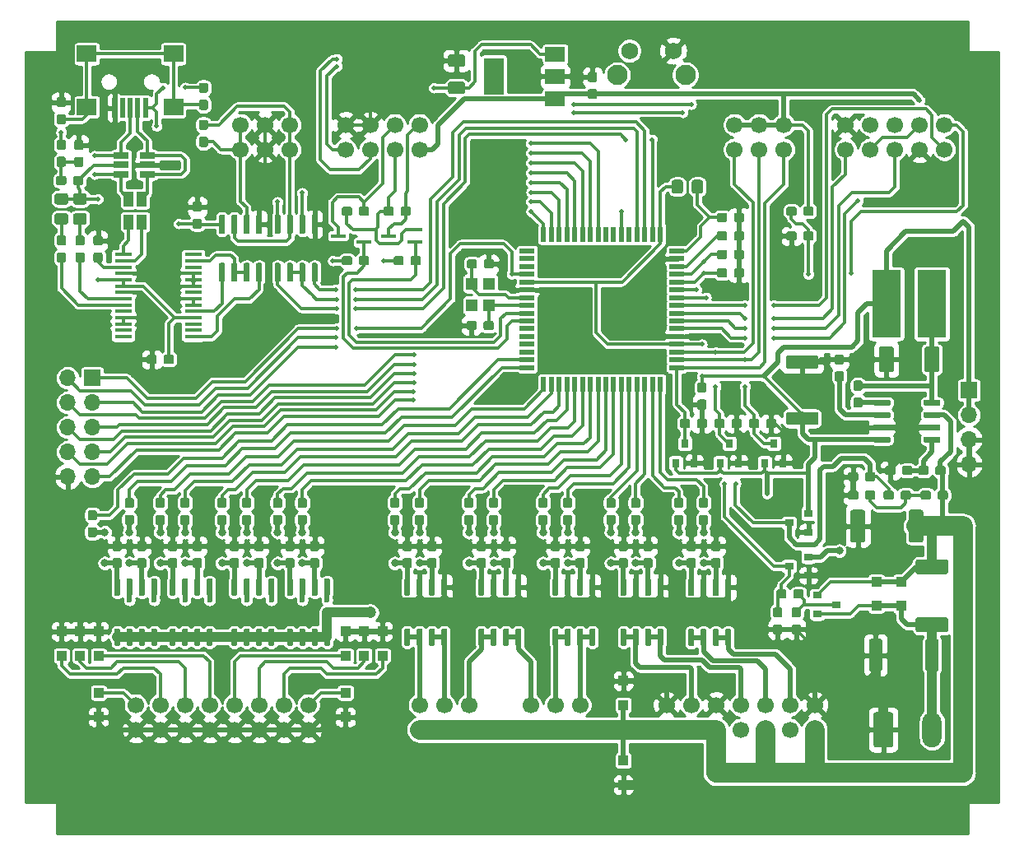
<source format=gbr>
G04 #@! TF.GenerationSoftware,KiCad,Pcbnew,(5.1.4)-1*
G04 #@! TF.CreationDate,2020-07-08T19:24:41+02:00*
G04 #@! TF.ProjectId,SBIO3,5342494f-332e-46b6-9963-61645f706362,rev?*
G04 #@! TF.SameCoordinates,Original*
G04 #@! TF.FileFunction,Copper,L1,Top*
G04 #@! TF.FilePolarity,Positive*
%FSLAX46Y46*%
G04 Gerber Fmt 4.6, Leading zero omitted, Abs format (unit mm)*
G04 Created by KiCad (PCBNEW (5.1.4)-1) date 2020-07-08 19:24:41*
%MOMM*%
%LPD*%
G04 APERTURE LIST*
%ADD10C,1.700000*%
%ADD11C,2.100000*%
%ADD12C,1.750000*%
%ADD13C,0.100000*%
%ADD14C,0.950000*%
%ADD15O,1.700000X1.700000*%
%ADD16R,1.700000X1.700000*%
%ADD17R,1.500000X0.450000*%
%ADD18C,0.600000*%
%ADD19R,1.560000X0.650000*%
%ADD20R,2.000000X1.700000*%
%ADD21R,0.500000X2.000000*%
%ADD22C,1.150000*%
%ADD23R,1.000000X1.000000*%
%ADD24R,1.500000X0.550000*%
%ADD25R,0.550000X1.500000*%
%ADD26R,0.900000X0.800000*%
%ADD27O,2.000000X3.600000*%
%ADD28C,2.000000*%
%ADD29C,1.525000*%
%ADD30R,1.750000X0.450000*%
%ADD31R,0.800000X0.900000*%
%ADD32R,1.200000X1.300000*%
%ADD33C,1.250000*%
%ADD34R,2.000000X1.500000*%
%ADD35R,2.000000X3.800000*%
%ADD36C,1.350000*%
%ADD37R,1.000000X1.500000*%
%ADD38R,3.000000X7.000000*%
%ADD39C,0.500000*%
%ADD40C,0.800000*%
%ADD41C,1.200000*%
%ADD42C,0.300000*%
%ADD43C,0.500000*%
%ADD44C,1.000000*%
%ADD45C,2.000000*%
%ADD46C,0.254000*%
G04 APERTURE END LIST*
D10*
X146050000Y-58420000D03*
X148590000Y-58420000D03*
X151130000Y-58420000D03*
X146050000Y-60960000D03*
X148590000Y-60960000D03*
X151130000Y-60960000D03*
X100330000Y-60960000D03*
X97790000Y-60960000D03*
X95250000Y-60960000D03*
X100330000Y-58420000D03*
X97790000Y-58420000D03*
X95250000Y-58420000D03*
D11*
X134005000Y-53290000D03*
D12*
X135255000Y-50800000D03*
X139755000Y-50800000D03*
D11*
X141015000Y-53290000D03*
D13*
G36*
X162235779Y-96046144D02*
G01*
X162258834Y-96049563D01*
X162281443Y-96055227D01*
X162303387Y-96063079D01*
X162324457Y-96073044D01*
X162344448Y-96085026D01*
X162363168Y-96098910D01*
X162380438Y-96114562D01*
X162396090Y-96131832D01*
X162409974Y-96150552D01*
X162421956Y-96170543D01*
X162431921Y-96191613D01*
X162439773Y-96213557D01*
X162445437Y-96236166D01*
X162448856Y-96259221D01*
X162450000Y-96282500D01*
X162450000Y-96757500D01*
X162448856Y-96780779D01*
X162445437Y-96803834D01*
X162439773Y-96826443D01*
X162431921Y-96848387D01*
X162421956Y-96869457D01*
X162409974Y-96889448D01*
X162396090Y-96908168D01*
X162380438Y-96925438D01*
X162363168Y-96941090D01*
X162344448Y-96954974D01*
X162324457Y-96966956D01*
X162303387Y-96976921D01*
X162281443Y-96984773D01*
X162258834Y-96990437D01*
X162235779Y-96993856D01*
X162212500Y-96995000D01*
X161637500Y-96995000D01*
X161614221Y-96993856D01*
X161591166Y-96990437D01*
X161568557Y-96984773D01*
X161546613Y-96976921D01*
X161525543Y-96966956D01*
X161505552Y-96954974D01*
X161486832Y-96941090D01*
X161469562Y-96925438D01*
X161453910Y-96908168D01*
X161440026Y-96889448D01*
X161428044Y-96869457D01*
X161418079Y-96848387D01*
X161410227Y-96826443D01*
X161404563Y-96803834D01*
X161401144Y-96780779D01*
X161400000Y-96757500D01*
X161400000Y-96282500D01*
X161401144Y-96259221D01*
X161404563Y-96236166D01*
X161410227Y-96213557D01*
X161418079Y-96191613D01*
X161428044Y-96170543D01*
X161440026Y-96150552D01*
X161453910Y-96131832D01*
X161469562Y-96114562D01*
X161486832Y-96098910D01*
X161505552Y-96085026D01*
X161525543Y-96073044D01*
X161546613Y-96063079D01*
X161568557Y-96055227D01*
X161591166Y-96049563D01*
X161614221Y-96046144D01*
X161637500Y-96045000D01*
X162212500Y-96045000D01*
X162235779Y-96046144D01*
X162235779Y-96046144D01*
G37*
D14*
X161925000Y-96520000D03*
D13*
G36*
X163985779Y-96046144D02*
G01*
X164008834Y-96049563D01*
X164031443Y-96055227D01*
X164053387Y-96063079D01*
X164074457Y-96073044D01*
X164094448Y-96085026D01*
X164113168Y-96098910D01*
X164130438Y-96114562D01*
X164146090Y-96131832D01*
X164159974Y-96150552D01*
X164171956Y-96170543D01*
X164181921Y-96191613D01*
X164189773Y-96213557D01*
X164195437Y-96236166D01*
X164198856Y-96259221D01*
X164200000Y-96282500D01*
X164200000Y-96757500D01*
X164198856Y-96780779D01*
X164195437Y-96803834D01*
X164189773Y-96826443D01*
X164181921Y-96848387D01*
X164171956Y-96869457D01*
X164159974Y-96889448D01*
X164146090Y-96908168D01*
X164130438Y-96925438D01*
X164113168Y-96941090D01*
X164094448Y-96954974D01*
X164074457Y-96966956D01*
X164053387Y-96976921D01*
X164031443Y-96984773D01*
X164008834Y-96990437D01*
X163985779Y-96993856D01*
X163962500Y-96995000D01*
X163387500Y-96995000D01*
X163364221Y-96993856D01*
X163341166Y-96990437D01*
X163318557Y-96984773D01*
X163296613Y-96976921D01*
X163275543Y-96966956D01*
X163255552Y-96954974D01*
X163236832Y-96941090D01*
X163219562Y-96925438D01*
X163203910Y-96908168D01*
X163190026Y-96889448D01*
X163178044Y-96869457D01*
X163168079Y-96848387D01*
X163160227Y-96826443D01*
X163154563Y-96803834D01*
X163151144Y-96780779D01*
X163150000Y-96757500D01*
X163150000Y-96282500D01*
X163151144Y-96259221D01*
X163154563Y-96236166D01*
X163160227Y-96213557D01*
X163168079Y-96191613D01*
X163178044Y-96170543D01*
X163190026Y-96150552D01*
X163203910Y-96131832D01*
X163219562Y-96114562D01*
X163236832Y-96098910D01*
X163255552Y-96085026D01*
X163275543Y-96073044D01*
X163296613Y-96063079D01*
X163318557Y-96055227D01*
X163341166Y-96049563D01*
X163364221Y-96046144D01*
X163387500Y-96045000D01*
X163962500Y-96045000D01*
X163985779Y-96046144D01*
X163985779Y-96046144D01*
G37*
D14*
X163675000Y-96520000D03*
D13*
G36*
X151200779Y-106206144D02*
G01*
X151223834Y-106209563D01*
X151246443Y-106215227D01*
X151268387Y-106223079D01*
X151289457Y-106233044D01*
X151309448Y-106245026D01*
X151328168Y-106258910D01*
X151345438Y-106274562D01*
X151361090Y-106291832D01*
X151374974Y-106310552D01*
X151386956Y-106330543D01*
X151396921Y-106351613D01*
X151404773Y-106373557D01*
X151410437Y-106396166D01*
X151413856Y-106419221D01*
X151415000Y-106442500D01*
X151415000Y-106917500D01*
X151413856Y-106940779D01*
X151410437Y-106963834D01*
X151404773Y-106986443D01*
X151396921Y-107008387D01*
X151386956Y-107029457D01*
X151374974Y-107049448D01*
X151361090Y-107068168D01*
X151345438Y-107085438D01*
X151328168Y-107101090D01*
X151309448Y-107114974D01*
X151289457Y-107126956D01*
X151268387Y-107136921D01*
X151246443Y-107144773D01*
X151223834Y-107150437D01*
X151200779Y-107153856D01*
X151177500Y-107155000D01*
X150602500Y-107155000D01*
X150579221Y-107153856D01*
X150556166Y-107150437D01*
X150533557Y-107144773D01*
X150511613Y-107136921D01*
X150490543Y-107126956D01*
X150470552Y-107114974D01*
X150451832Y-107101090D01*
X150434562Y-107085438D01*
X150418910Y-107068168D01*
X150405026Y-107049448D01*
X150393044Y-107029457D01*
X150383079Y-107008387D01*
X150375227Y-106986443D01*
X150369563Y-106963834D01*
X150366144Y-106940779D01*
X150365000Y-106917500D01*
X150365000Y-106442500D01*
X150366144Y-106419221D01*
X150369563Y-106396166D01*
X150375227Y-106373557D01*
X150383079Y-106351613D01*
X150393044Y-106330543D01*
X150405026Y-106310552D01*
X150418910Y-106291832D01*
X150434562Y-106274562D01*
X150451832Y-106258910D01*
X150470552Y-106245026D01*
X150490543Y-106233044D01*
X150511613Y-106223079D01*
X150533557Y-106215227D01*
X150556166Y-106209563D01*
X150579221Y-106206144D01*
X150602500Y-106205000D01*
X151177500Y-106205000D01*
X151200779Y-106206144D01*
X151200779Y-106206144D01*
G37*
D14*
X150890000Y-106680000D03*
D13*
G36*
X152950779Y-106206144D02*
G01*
X152973834Y-106209563D01*
X152996443Y-106215227D01*
X153018387Y-106223079D01*
X153039457Y-106233044D01*
X153059448Y-106245026D01*
X153078168Y-106258910D01*
X153095438Y-106274562D01*
X153111090Y-106291832D01*
X153124974Y-106310552D01*
X153136956Y-106330543D01*
X153146921Y-106351613D01*
X153154773Y-106373557D01*
X153160437Y-106396166D01*
X153163856Y-106419221D01*
X153165000Y-106442500D01*
X153165000Y-106917500D01*
X153163856Y-106940779D01*
X153160437Y-106963834D01*
X153154773Y-106986443D01*
X153146921Y-107008387D01*
X153136956Y-107029457D01*
X153124974Y-107049448D01*
X153111090Y-107068168D01*
X153095438Y-107085438D01*
X153078168Y-107101090D01*
X153059448Y-107114974D01*
X153039457Y-107126956D01*
X153018387Y-107136921D01*
X152996443Y-107144773D01*
X152973834Y-107150437D01*
X152950779Y-107153856D01*
X152927500Y-107155000D01*
X152352500Y-107155000D01*
X152329221Y-107153856D01*
X152306166Y-107150437D01*
X152283557Y-107144773D01*
X152261613Y-107136921D01*
X152240543Y-107126956D01*
X152220552Y-107114974D01*
X152201832Y-107101090D01*
X152184562Y-107085438D01*
X152168910Y-107068168D01*
X152155026Y-107049448D01*
X152143044Y-107029457D01*
X152133079Y-107008387D01*
X152125227Y-106986443D01*
X152119563Y-106963834D01*
X152116144Y-106940779D01*
X152115000Y-106917500D01*
X152115000Y-106442500D01*
X152116144Y-106419221D01*
X152119563Y-106396166D01*
X152125227Y-106373557D01*
X152133079Y-106351613D01*
X152143044Y-106330543D01*
X152155026Y-106310552D01*
X152168910Y-106291832D01*
X152184562Y-106274562D01*
X152201832Y-106258910D01*
X152220552Y-106245026D01*
X152240543Y-106233044D01*
X152261613Y-106223079D01*
X152283557Y-106215227D01*
X152306166Y-106209563D01*
X152329221Y-106206144D01*
X152352500Y-106205000D01*
X152927500Y-106205000D01*
X152950779Y-106206144D01*
X152950779Y-106206144D01*
G37*
D14*
X152640000Y-106680000D03*
D15*
X170180000Y-93345000D03*
X170180000Y-90805000D03*
X170180000Y-88265000D03*
D16*
X170180000Y-85725000D03*
D15*
X77470000Y-94615000D03*
X80010000Y-94615000D03*
X77470000Y-92075000D03*
X80010000Y-92075000D03*
X77470000Y-89535000D03*
X80010000Y-89535000D03*
X77470000Y-86995000D03*
X80010000Y-86995000D03*
X77470000Y-84455000D03*
D16*
X80010000Y-84455000D03*
D13*
G36*
X145090779Y-69376144D02*
G01*
X145113834Y-69379563D01*
X145136443Y-69385227D01*
X145158387Y-69393079D01*
X145179457Y-69403044D01*
X145199448Y-69415026D01*
X145218168Y-69428910D01*
X145235438Y-69444562D01*
X145251090Y-69461832D01*
X145264974Y-69480552D01*
X145276956Y-69500543D01*
X145286921Y-69521613D01*
X145294773Y-69543557D01*
X145300437Y-69566166D01*
X145303856Y-69589221D01*
X145305000Y-69612500D01*
X145305000Y-70087500D01*
X145303856Y-70110779D01*
X145300437Y-70133834D01*
X145294773Y-70156443D01*
X145286921Y-70178387D01*
X145276956Y-70199457D01*
X145264974Y-70219448D01*
X145251090Y-70238168D01*
X145235438Y-70255438D01*
X145218168Y-70271090D01*
X145199448Y-70284974D01*
X145179457Y-70296956D01*
X145158387Y-70306921D01*
X145136443Y-70314773D01*
X145113834Y-70320437D01*
X145090779Y-70323856D01*
X145067500Y-70325000D01*
X144492500Y-70325000D01*
X144469221Y-70323856D01*
X144446166Y-70320437D01*
X144423557Y-70314773D01*
X144401613Y-70306921D01*
X144380543Y-70296956D01*
X144360552Y-70284974D01*
X144341832Y-70271090D01*
X144324562Y-70255438D01*
X144308910Y-70238168D01*
X144295026Y-70219448D01*
X144283044Y-70199457D01*
X144273079Y-70178387D01*
X144265227Y-70156443D01*
X144259563Y-70133834D01*
X144256144Y-70110779D01*
X144255000Y-70087500D01*
X144255000Y-69612500D01*
X144256144Y-69589221D01*
X144259563Y-69566166D01*
X144265227Y-69543557D01*
X144273079Y-69521613D01*
X144283044Y-69500543D01*
X144295026Y-69480552D01*
X144308910Y-69461832D01*
X144324562Y-69444562D01*
X144341832Y-69428910D01*
X144360552Y-69415026D01*
X144380543Y-69403044D01*
X144401613Y-69393079D01*
X144423557Y-69385227D01*
X144446166Y-69379563D01*
X144469221Y-69376144D01*
X144492500Y-69375000D01*
X145067500Y-69375000D01*
X145090779Y-69376144D01*
X145090779Y-69376144D01*
G37*
D14*
X144780000Y-69850000D03*
D13*
G36*
X146840779Y-69376144D02*
G01*
X146863834Y-69379563D01*
X146886443Y-69385227D01*
X146908387Y-69393079D01*
X146929457Y-69403044D01*
X146949448Y-69415026D01*
X146968168Y-69428910D01*
X146985438Y-69444562D01*
X147001090Y-69461832D01*
X147014974Y-69480552D01*
X147026956Y-69500543D01*
X147036921Y-69521613D01*
X147044773Y-69543557D01*
X147050437Y-69566166D01*
X147053856Y-69589221D01*
X147055000Y-69612500D01*
X147055000Y-70087500D01*
X147053856Y-70110779D01*
X147050437Y-70133834D01*
X147044773Y-70156443D01*
X147036921Y-70178387D01*
X147026956Y-70199457D01*
X147014974Y-70219448D01*
X147001090Y-70238168D01*
X146985438Y-70255438D01*
X146968168Y-70271090D01*
X146949448Y-70284974D01*
X146929457Y-70296956D01*
X146908387Y-70306921D01*
X146886443Y-70314773D01*
X146863834Y-70320437D01*
X146840779Y-70323856D01*
X146817500Y-70325000D01*
X146242500Y-70325000D01*
X146219221Y-70323856D01*
X146196166Y-70320437D01*
X146173557Y-70314773D01*
X146151613Y-70306921D01*
X146130543Y-70296956D01*
X146110552Y-70284974D01*
X146091832Y-70271090D01*
X146074562Y-70255438D01*
X146058910Y-70238168D01*
X146045026Y-70219448D01*
X146033044Y-70199457D01*
X146023079Y-70178387D01*
X146015227Y-70156443D01*
X146009563Y-70133834D01*
X146006144Y-70110779D01*
X146005000Y-70087500D01*
X146005000Y-69612500D01*
X146006144Y-69589221D01*
X146009563Y-69566166D01*
X146015227Y-69543557D01*
X146023079Y-69521613D01*
X146033044Y-69500543D01*
X146045026Y-69480552D01*
X146058910Y-69461832D01*
X146074562Y-69444562D01*
X146091832Y-69428910D01*
X146110552Y-69415026D01*
X146130543Y-69403044D01*
X146151613Y-69393079D01*
X146173557Y-69385227D01*
X146196166Y-69379563D01*
X146219221Y-69376144D01*
X146242500Y-69375000D01*
X146817500Y-69375000D01*
X146840779Y-69376144D01*
X146840779Y-69376144D01*
G37*
D14*
X146530000Y-69850000D03*
D17*
X105290000Y-69850000D03*
X107950000Y-69200000D03*
X107950000Y-70500000D03*
D13*
G36*
X91065779Y-68056144D02*
G01*
X91088834Y-68059563D01*
X91111443Y-68065227D01*
X91133387Y-68073079D01*
X91154457Y-68083044D01*
X91174448Y-68095026D01*
X91193168Y-68108910D01*
X91210438Y-68124562D01*
X91226090Y-68141832D01*
X91239974Y-68160552D01*
X91251956Y-68180543D01*
X91261921Y-68201613D01*
X91269773Y-68223557D01*
X91275437Y-68246166D01*
X91278856Y-68269221D01*
X91280000Y-68292500D01*
X91280000Y-68867500D01*
X91278856Y-68890779D01*
X91275437Y-68913834D01*
X91269773Y-68936443D01*
X91261921Y-68958387D01*
X91251956Y-68979457D01*
X91239974Y-68999448D01*
X91226090Y-69018168D01*
X91210438Y-69035438D01*
X91193168Y-69051090D01*
X91174448Y-69064974D01*
X91154457Y-69076956D01*
X91133387Y-69086921D01*
X91111443Y-69094773D01*
X91088834Y-69100437D01*
X91065779Y-69103856D01*
X91042500Y-69105000D01*
X90567500Y-69105000D01*
X90544221Y-69103856D01*
X90521166Y-69100437D01*
X90498557Y-69094773D01*
X90476613Y-69086921D01*
X90455543Y-69076956D01*
X90435552Y-69064974D01*
X90416832Y-69051090D01*
X90399562Y-69035438D01*
X90383910Y-69018168D01*
X90370026Y-68999448D01*
X90358044Y-68979457D01*
X90348079Y-68958387D01*
X90340227Y-68936443D01*
X90334563Y-68913834D01*
X90331144Y-68890779D01*
X90330000Y-68867500D01*
X90330000Y-68292500D01*
X90331144Y-68269221D01*
X90334563Y-68246166D01*
X90340227Y-68223557D01*
X90348079Y-68201613D01*
X90358044Y-68180543D01*
X90370026Y-68160552D01*
X90383910Y-68141832D01*
X90399562Y-68124562D01*
X90416832Y-68108910D01*
X90435552Y-68095026D01*
X90455543Y-68083044D01*
X90476613Y-68073079D01*
X90498557Y-68065227D01*
X90521166Y-68059563D01*
X90544221Y-68056144D01*
X90567500Y-68055000D01*
X91042500Y-68055000D01*
X91065779Y-68056144D01*
X91065779Y-68056144D01*
G37*
D14*
X90805000Y-68580000D03*
D13*
G36*
X91065779Y-66306144D02*
G01*
X91088834Y-66309563D01*
X91111443Y-66315227D01*
X91133387Y-66323079D01*
X91154457Y-66333044D01*
X91174448Y-66345026D01*
X91193168Y-66358910D01*
X91210438Y-66374562D01*
X91226090Y-66391832D01*
X91239974Y-66410552D01*
X91251956Y-66430543D01*
X91261921Y-66451613D01*
X91269773Y-66473557D01*
X91275437Y-66496166D01*
X91278856Y-66519221D01*
X91280000Y-66542500D01*
X91280000Y-67117500D01*
X91278856Y-67140779D01*
X91275437Y-67163834D01*
X91269773Y-67186443D01*
X91261921Y-67208387D01*
X91251956Y-67229457D01*
X91239974Y-67249448D01*
X91226090Y-67268168D01*
X91210438Y-67285438D01*
X91193168Y-67301090D01*
X91174448Y-67314974D01*
X91154457Y-67326956D01*
X91133387Y-67336921D01*
X91111443Y-67344773D01*
X91088834Y-67350437D01*
X91065779Y-67353856D01*
X91042500Y-67355000D01*
X90567500Y-67355000D01*
X90544221Y-67353856D01*
X90521166Y-67350437D01*
X90498557Y-67344773D01*
X90476613Y-67336921D01*
X90455543Y-67326956D01*
X90435552Y-67314974D01*
X90416832Y-67301090D01*
X90399562Y-67285438D01*
X90383910Y-67268168D01*
X90370026Y-67249448D01*
X90358044Y-67229457D01*
X90348079Y-67208387D01*
X90340227Y-67186443D01*
X90334563Y-67163834D01*
X90331144Y-67140779D01*
X90330000Y-67117500D01*
X90330000Y-66542500D01*
X90331144Y-66519221D01*
X90334563Y-66496166D01*
X90340227Y-66473557D01*
X90348079Y-66451613D01*
X90358044Y-66430543D01*
X90370026Y-66410552D01*
X90383910Y-66391832D01*
X90399562Y-66374562D01*
X90416832Y-66358910D01*
X90435552Y-66345026D01*
X90455543Y-66333044D01*
X90476613Y-66323079D01*
X90498557Y-66315227D01*
X90521166Y-66309563D01*
X90544221Y-66306144D01*
X90567500Y-66305000D01*
X91042500Y-66305000D01*
X91065779Y-66306144D01*
X91065779Y-66306144D01*
G37*
D14*
X90805000Y-66830000D03*
D13*
G36*
X88180779Y-82076144D02*
G01*
X88203834Y-82079563D01*
X88226443Y-82085227D01*
X88248387Y-82093079D01*
X88269457Y-82103044D01*
X88289448Y-82115026D01*
X88308168Y-82128910D01*
X88325438Y-82144562D01*
X88341090Y-82161832D01*
X88354974Y-82180552D01*
X88366956Y-82200543D01*
X88376921Y-82221613D01*
X88384773Y-82243557D01*
X88390437Y-82266166D01*
X88393856Y-82289221D01*
X88395000Y-82312500D01*
X88395000Y-82787500D01*
X88393856Y-82810779D01*
X88390437Y-82833834D01*
X88384773Y-82856443D01*
X88376921Y-82878387D01*
X88366956Y-82899457D01*
X88354974Y-82919448D01*
X88341090Y-82938168D01*
X88325438Y-82955438D01*
X88308168Y-82971090D01*
X88289448Y-82984974D01*
X88269457Y-82996956D01*
X88248387Y-83006921D01*
X88226443Y-83014773D01*
X88203834Y-83020437D01*
X88180779Y-83023856D01*
X88157500Y-83025000D01*
X87582500Y-83025000D01*
X87559221Y-83023856D01*
X87536166Y-83020437D01*
X87513557Y-83014773D01*
X87491613Y-83006921D01*
X87470543Y-82996956D01*
X87450552Y-82984974D01*
X87431832Y-82971090D01*
X87414562Y-82955438D01*
X87398910Y-82938168D01*
X87385026Y-82919448D01*
X87373044Y-82899457D01*
X87363079Y-82878387D01*
X87355227Y-82856443D01*
X87349563Y-82833834D01*
X87346144Y-82810779D01*
X87345000Y-82787500D01*
X87345000Y-82312500D01*
X87346144Y-82289221D01*
X87349563Y-82266166D01*
X87355227Y-82243557D01*
X87363079Y-82221613D01*
X87373044Y-82200543D01*
X87385026Y-82180552D01*
X87398910Y-82161832D01*
X87414562Y-82144562D01*
X87431832Y-82128910D01*
X87450552Y-82115026D01*
X87470543Y-82103044D01*
X87491613Y-82093079D01*
X87513557Y-82085227D01*
X87536166Y-82079563D01*
X87559221Y-82076144D01*
X87582500Y-82075000D01*
X88157500Y-82075000D01*
X88180779Y-82076144D01*
X88180779Y-82076144D01*
G37*
D14*
X87870000Y-82550000D03*
D13*
G36*
X86430779Y-82076144D02*
G01*
X86453834Y-82079563D01*
X86476443Y-82085227D01*
X86498387Y-82093079D01*
X86519457Y-82103044D01*
X86539448Y-82115026D01*
X86558168Y-82128910D01*
X86575438Y-82144562D01*
X86591090Y-82161832D01*
X86604974Y-82180552D01*
X86616956Y-82200543D01*
X86626921Y-82221613D01*
X86634773Y-82243557D01*
X86640437Y-82266166D01*
X86643856Y-82289221D01*
X86645000Y-82312500D01*
X86645000Y-82787500D01*
X86643856Y-82810779D01*
X86640437Y-82833834D01*
X86634773Y-82856443D01*
X86626921Y-82878387D01*
X86616956Y-82899457D01*
X86604974Y-82919448D01*
X86591090Y-82938168D01*
X86575438Y-82955438D01*
X86558168Y-82971090D01*
X86539448Y-82984974D01*
X86519457Y-82996956D01*
X86498387Y-83006921D01*
X86476443Y-83014773D01*
X86453834Y-83020437D01*
X86430779Y-83023856D01*
X86407500Y-83025000D01*
X85832500Y-83025000D01*
X85809221Y-83023856D01*
X85786166Y-83020437D01*
X85763557Y-83014773D01*
X85741613Y-83006921D01*
X85720543Y-82996956D01*
X85700552Y-82984974D01*
X85681832Y-82971090D01*
X85664562Y-82955438D01*
X85648910Y-82938168D01*
X85635026Y-82919448D01*
X85623044Y-82899457D01*
X85613079Y-82878387D01*
X85605227Y-82856443D01*
X85599563Y-82833834D01*
X85596144Y-82810779D01*
X85595000Y-82787500D01*
X85595000Y-82312500D01*
X85596144Y-82289221D01*
X85599563Y-82266166D01*
X85605227Y-82243557D01*
X85613079Y-82221613D01*
X85623044Y-82200543D01*
X85635026Y-82180552D01*
X85648910Y-82161832D01*
X85664562Y-82144562D01*
X85681832Y-82128910D01*
X85700552Y-82115026D01*
X85720543Y-82103044D01*
X85741613Y-82093079D01*
X85763557Y-82085227D01*
X85786166Y-82079563D01*
X85809221Y-82076144D01*
X85832500Y-82075000D01*
X86407500Y-82075000D01*
X86430779Y-82076144D01*
X86430779Y-82076144D01*
G37*
D14*
X86120000Y-82550000D03*
D13*
G36*
X99224703Y-67670722D02*
G01*
X99239264Y-67672882D01*
X99253543Y-67676459D01*
X99267403Y-67681418D01*
X99280710Y-67687712D01*
X99293336Y-67695280D01*
X99305159Y-67704048D01*
X99316066Y-67713934D01*
X99325952Y-67724841D01*
X99334720Y-67736664D01*
X99342288Y-67749290D01*
X99348582Y-67762597D01*
X99353541Y-67776457D01*
X99357118Y-67790736D01*
X99359278Y-67805297D01*
X99360000Y-67820000D01*
X99360000Y-69470000D01*
X99359278Y-69484703D01*
X99357118Y-69499264D01*
X99353541Y-69513543D01*
X99348582Y-69527403D01*
X99342288Y-69540710D01*
X99334720Y-69553336D01*
X99325952Y-69565159D01*
X99316066Y-69576066D01*
X99305159Y-69585952D01*
X99293336Y-69594720D01*
X99280710Y-69602288D01*
X99267403Y-69608582D01*
X99253543Y-69613541D01*
X99239264Y-69617118D01*
X99224703Y-69619278D01*
X99210000Y-69620000D01*
X98910000Y-69620000D01*
X98895297Y-69619278D01*
X98880736Y-69617118D01*
X98866457Y-69613541D01*
X98852597Y-69608582D01*
X98839290Y-69602288D01*
X98826664Y-69594720D01*
X98814841Y-69585952D01*
X98803934Y-69576066D01*
X98794048Y-69565159D01*
X98785280Y-69553336D01*
X98777712Y-69540710D01*
X98771418Y-69527403D01*
X98766459Y-69513543D01*
X98762882Y-69499264D01*
X98760722Y-69484703D01*
X98760000Y-69470000D01*
X98760000Y-67820000D01*
X98760722Y-67805297D01*
X98762882Y-67790736D01*
X98766459Y-67776457D01*
X98771418Y-67762597D01*
X98777712Y-67749290D01*
X98785280Y-67736664D01*
X98794048Y-67724841D01*
X98803934Y-67713934D01*
X98814841Y-67704048D01*
X98826664Y-67695280D01*
X98839290Y-67687712D01*
X98852597Y-67681418D01*
X98866457Y-67676459D01*
X98880736Y-67672882D01*
X98895297Y-67670722D01*
X98910000Y-67670000D01*
X99210000Y-67670000D01*
X99224703Y-67670722D01*
X99224703Y-67670722D01*
G37*
D18*
X99060000Y-68645000D03*
D13*
G36*
X100494703Y-67670722D02*
G01*
X100509264Y-67672882D01*
X100523543Y-67676459D01*
X100537403Y-67681418D01*
X100550710Y-67687712D01*
X100563336Y-67695280D01*
X100575159Y-67704048D01*
X100586066Y-67713934D01*
X100595952Y-67724841D01*
X100604720Y-67736664D01*
X100612288Y-67749290D01*
X100618582Y-67762597D01*
X100623541Y-67776457D01*
X100627118Y-67790736D01*
X100629278Y-67805297D01*
X100630000Y-67820000D01*
X100630000Y-69470000D01*
X100629278Y-69484703D01*
X100627118Y-69499264D01*
X100623541Y-69513543D01*
X100618582Y-69527403D01*
X100612288Y-69540710D01*
X100604720Y-69553336D01*
X100595952Y-69565159D01*
X100586066Y-69576066D01*
X100575159Y-69585952D01*
X100563336Y-69594720D01*
X100550710Y-69602288D01*
X100537403Y-69608582D01*
X100523543Y-69613541D01*
X100509264Y-69617118D01*
X100494703Y-69619278D01*
X100480000Y-69620000D01*
X100180000Y-69620000D01*
X100165297Y-69619278D01*
X100150736Y-69617118D01*
X100136457Y-69613541D01*
X100122597Y-69608582D01*
X100109290Y-69602288D01*
X100096664Y-69594720D01*
X100084841Y-69585952D01*
X100073934Y-69576066D01*
X100064048Y-69565159D01*
X100055280Y-69553336D01*
X100047712Y-69540710D01*
X100041418Y-69527403D01*
X100036459Y-69513543D01*
X100032882Y-69499264D01*
X100030722Y-69484703D01*
X100030000Y-69470000D01*
X100030000Y-67820000D01*
X100030722Y-67805297D01*
X100032882Y-67790736D01*
X100036459Y-67776457D01*
X100041418Y-67762597D01*
X100047712Y-67749290D01*
X100055280Y-67736664D01*
X100064048Y-67724841D01*
X100073934Y-67713934D01*
X100084841Y-67704048D01*
X100096664Y-67695280D01*
X100109290Y-67687712D01*
X100122597Y-67681418D01*
X100136457Y-67676459D01*
X100150736Y-67672882D01*
X100165297Y-67670722D01*
X100180000Y-67670000D01*
X100480000Y-67670000D01*
X100494703Y-67670722D01*
X100494703Y-67670722D01*
G37*
D18*
X100330000Y-68645000D03*
D13*
G36*
X101764703Y-67670722D02*
G01*
X101779264Y-67672882D01*
X101793543Y-67676459D01*
X101807403Y-67681418D01*
X101820710Y-67687712D01*
X101833336Y-67695280D01*
X101845159Y-67704048D01*
X101856066Y-67713934D01*
X101865952Y-67724841D01*
X101874720Y-67736664D01*
X101882288Y-67749290D01*
X101888582Y-67762597D01*
X101893541Y-67776457D01*
X101897118Y-67790736D01*
X101899278Y-67805297D01*
X101900000Y-67820000D01*
X101900000Y-69470000D01*
X101899278Y-69484703D01*
X101897118Y-69499264D01*
X101893541Y-69513543D01*
X101888582Y-69527403D01*
X101882288Y-69540710D01*
X101874720Y-69553336D01*
X101865952Y-69565159D01*
X101856066Y-69576066D01*
X101845159Y-69585952D01*
X101833336Y-69594720D01*
X101820710Y-69602288D01*
X101807403Y-69608582D01*
X101793543Y-69613541D01*
X101779264Y-69617118D01*
X101764703Y-69619278D01*
X101750000Y-69620000D01*
X101450000Y-69620000D01*
X101435297Y-69619278D01*
X101420736Y-69617118D01*
X101406457Y-69613541D01*
X101392597Y-69608582D01*
X101379290Y-69602288D01*
X101366664Y-69594720D01*
X101354841Y-69585952D01*
X101343934Y-69576066D01*
X101334048Y-69565159D01*
X101325280Y-69553336D01*
X101317712Y-69540710D01*
X101311418Y-69527403D01*
X101306459Y-69513543D01*
X101302882Y-69499264D01*
X101300722Y-69484703D01*
X101300000Y-69470000D01*
X101300000Y-67820000D01*
X101300722Y-67805297D01*
X101302882Y-67790736D01*
X101306459Y-67776457D01*
X101311418Y-67762597D01*
X101317712Y-67749290D01*
X101325280Y-67736664D01*
X101334048Y-67724841D01*
X101343934Y-67713934D01*
X101354841Y-67704048D01*
X101366664Y-67695280D01*
X101379290Y-67687712D01*
X101392597Y-67681418D01*
X101406457Y-67676459D01*
X101420736Y-67672882D01*
X101435297Y-67670722D01*
X101450000Y-67670000D01*
X101750000Y-67670000D01*
X101764703Y-67670722D01*
X101764703Y-67670722D01*
G37*
D18*
X101600000Y-68645000D03*
D13*
G36*
X103034703Y-67670722D02*
G01*
X103049264Y-67672882D01*
X103063543Y-67676459D01*
X103077403Y-67681418D01*
X103090710Y-67687712D01*
X103103336Y-67695280D01*
X103115159Y-67704048D01*
X103126066Y-67713934D01*
X103135952Y-67724841D01*
X103144720Y-67736664D01*
X103152288Y-67749290D01*
X103158582Y-67762597D01*
X103163541Y-67776457D01*
X103167118Y-67790736D01*
X103169278Y-67805297D01*
X103170000Y-67820000D01*
X103170000Y-69470000D01*
X103169278Y-69484703D01*
X103167118Y-69499264D01*
X103163541Y-69513543D01*
X103158582Y-69527403D01*
X103152288Y-69540710D01*
X103144720Y-69553336D01*
X103135952Y-69565159D01*
X103126066Y-69576066D01*
X103115159Y-69585952D01*
X103103336Y-69594720D01*
X103090710Y-69602288D01*
X103077403Y-69608582D01*
X103063543Y-69613541D01*
X103049264Y-69617118D01*
X103034703Y-69619278D01*
X103020000Y-69620000D01*
X102720000Y-69620000D01*
X102705297Y-69619278D01*
X102690736Y-69617118D01*
X102676457Y-69613541D01*
X102662597Y-69608582D01*
X102649290Y-69602288D01*
X102636664Y-69594720D01*
X102624841Y-69585952D01*
X102613934Y-69576066D01*
X102604048Y-69565159D01*
X102595280Y-69553336D01*
X102587712Y-69540710D01*
X102581418Y-69527403D01*
X102576459Y-69513543D01*
X102572882Y-69499264D01*
X102570722Y-69484703D01*
X102570000Y-69470000D01*
X102570000Y-67820000D01*
X102570722Y-67805297D01*
X102572882Y-67790736D01*
X102576459Y-67776457D01*
X102581418Y-67762597D01*
X102587712Y-67749290D01*
X102595280Y-67736664D01*
X102604048Y-67724841D01*
X102613934Y-67713934D01*
X102624841Y-67704048D01*
X102636664Y-67695280D01*
X102649290Y-67687712D01*
X102662597Y-67681418D01*
X102676457Y-67676459D01*
X102690736Y-67672882D01*
X102705297Y-67670722D01*
X102720000Y-67670000D01*
X103020000Y-67670000D01*
X103034703Y-67670722D01*
X103034703Y-67670722D01*
G37*
D18*
X102870000Y-68645000D03*
D13*
G36*
X103034703Y-72620722D02*
G01*
X103049264Y-72622882D01*
X103063543Y-72626459D01*
X103077403Y-72631418D01*
X103090710Y-72637712D01*
X103103336Y-72645280D01*
X103115159Y-72654048D01*
X103126066Y-72663934D01*
X103135952Y-72674841D01*
X103144720Y-72686664D01*
X103152288Y-72699290D01*
X103158582Y-72712597D01*
X103163541Y-72726457D01*
X103167118Y-72740736D01*
X103169278Y-72755297D01*
X103170000Y-72770000D01*
X103170000Y-74420000D01*
X103169278Y-74434703D01*
X103167118Y-74449264D01*
X103163541Y-74463543D01*
X103158582Y-74477403D01*
X103152288Y-74490710D01*
X103144720Y-74503336D01*
X103135952Y-74515159D01*
X103126066Y-74526066D01*
X103115159Y-74535952D01*
X103103336Y-74544720D01*
X103090710Y-74552288D01*
X103077403Y-74558582D01*
X103063543Y-74563541D01*
X103049264Y-74567118D01*
X103034703Y-74569278D01*
X103020000Y-74570000D01*
X102720000Y-74570000D01*
X102705297Y-74569278D01*
X102690736Y-74567118D01*
X102676457Y-74563541D01*
X102662597Y-74558582D01*
X102649290Y-74552288D01*
X102636664Y-74544720D01*
X102624841Y-74535952D01*
X102613934Y-74526066D01*
X102604048Y-74515159D01*
X102595280Y-74503336D01*
X102587712Y-74490710D01*
X102581418Y-74477403D01*
X102576459Y-74463543D01*
X102572882Y-74449264D01*
X102570722Y-74434703D01*
X102570000Y-74420000D01*
X102570000Y-72770000D01*
X102570722Y-72755297D01*
X102572882Y-72740736D01*
X102576459Y-72726457D01*
X102581418Y-72712597D01*
X102587712Y-72699290D01*
X102595280Y-72686664D01*
X102604048Y-72674841D01*
X102613934Y-72663934D01*
X102624841Y-72654048D01*
X102636664Y-72645280D01*
X102649290Y-72637712D01*
X102662597Y-72631418D01*
X102676457Y-72626459D01*
X102690736Y-72622882D01*
X102705297Y-72620722D01*
X102720000Y-72620000D01*
X103020000Y-72620000D01*
X103034703Y-72620722D01*
X103034703Y-72620722D01*
G37*
D18*
X102870000Y-73595000D03*
D13*
G36*
X101764703Y-72620722D02*
G01*
X101779264Y-72622882D01*
X101793543Y-72626459D01*
X101807403Y-72631418D01*
X101820710Y-72637712D01*
X101833336Y-72645280D01*
X101845159Y-72654048D01*
X101856066Y-72663934D01*
X101865952Y-72674841D01*
X101874720Y-72686664D01*
X101882288Y-72699290D01*
X101888582Y-72712597D01*
X101893541Y-72726457D01*
X101897118Y-72740736D01*
X101899278Y-72755297D01*
X101900000Y-72770000D01*
X101900000Y-74420000D01*
X101899278Y-74434703D01*
X101897118Y-74449264D01*
X101893541Y-74463543D01*
X101888582Y-74477403D01*
X101882288Y-74490710D01*
X101874720Y-74503336D01*
X101865952Y-74515159D01*
X101856066Y-74526066D01*
X101845159Y-74535952D01*
X101833336Y-74544720D01*
X101820710Y-74552288D01*
X101807403Y-74558582D01*
X101793543Y-74563541D01*
X101779264Y-74567118D01*
X101764703Y-74569278D01*
X101750000Y-74570000D01*
X101450000Y-74570000D01*
X101435297Y-74569278D01*
X101420736Y-74567118D01*
X101406457Y-74563541D01*
X101392597Y-74558582D01*
X101379290Y-74552288D01*
X101366664Y-74544720D01*
X101354841Y-74535952D01*
X101343934Y-74526066D01*
X101334048Y-74515159D01*
X101325280Y-74503336D01*
X101317712Y-74490710D01*
X101311418Y-74477403D01*
X101306459Y-74463543D01*
X101302882Y-74449264D01*
X101300722Y-74434703D01*
X101300000Y-74420000D01*
X101300000Y-72770000D01*
X101300722Y-72755297D01*
X101302882Y-72740736D01*
X101306459Y-72726457D01*
X101311418Y-72712597D01*
X101317712Y-72699290D01*
X101325280Y-72686664D01*
X101334048Y-72674841D01*
X101343934Y-72663934D01*
X101354841Y-72654048D01*
X101366664Y-72645280D01*
X101379290Y-72637712D01*
X101392597Y-72631418D01*
X101406457Y-72626459D01*
X101420736Y-72622882D01*
X101435297Y-72620722D01*
X101450000Y-72620000D01*
X101750000Y-72620000D01*
X101764703Y-72620722D01*
X101764703Y-72620722D01*
G37*
D18*
X101600000Y-73595000D03*
D13*
G36*
X100494703Y-72620722D02*
G01*
X100509264Y-72622882D01*
X100523543Y-72626459D01*
X100537403Y-72631418D01*
X100550710Y-72637712D01*
X100563336Y-72645280D01*
X100575159Y-72654048D01*
X100586066Y-72663934D01*
X100595952Y-72674841D01*
X100604720Y-72686664D01*
X100612288Y-72699290D01*
X100618582Y-72712597D01*
X100623541Y-72726457D01*
X100627118Y-72740736D01*
X100629278Y-72755297D01*
X100630000Y-72770000D01*
X100630000Y-74420000D01*
X100629278Y-74434703D01*
X100627118Y-74449264D01*
X100623541Y-74463543D01*
X100618582Y-74477403D01*
X100612288Y-74490710D01*
X100604720Y-74503336D01*
X100595952Y-74515159D01*
X100586066Y-74526066D01*
X100575159Y-74535952D01*
X100563336Y-74544720D01*
X100550710Y-74552288D01*
X100537403Y-74558582D01*
X100523543Y-74563541D01*
X100509264Y-74567118D01*
X100494703Y-74569278D01*
X100480000Y-74570000D01*
X100180000Y-74570000D01*
X100165297Y-74569278D01*
X100150736Y-74567118D01*
X100136457Y-74563541D01*
X100122597Y-74558582D01*
X100109290Y-74552288D01*
X100096664Y-74544720D01*
X100084841Y-74535952D01*
X100073934Y-74526066D01*
X100064048Y-74515159D01*
X100055280Y-74503336D01*
X100047712Y-74490710D01*
X100041418Y-74477403D01*
X100036459Y-74463543D01*
X100032882Y-74449264D01*
X100030722Y-74434703D01*
X100030000Y-74420000D01*
X100030000Y-72770000D01*
X100030722Y-72755297D01*
X100032882Y-72740736D01*
X100036459Y-72726457D01*
X100041418Y-72712597D01*
X100047712Y-72699290D01*
X100055280Y-72686664D01*
X100064048Y-72674841D01*
X100073934Y-72663934D01*
X100084841Y-72654048D01*
X100096664Y-72645280D01*
X100109290Y-72637712D01*
X100122597Y-72631418D01*
X100136457Y-72626459D01*
X100150736Y-72622882D01*
X100165297Y-72620722D01*
X100180000Y-72620000D01*
X100480000Y-72620000D01*
X100494703Y-72620722D01*
X100494703Y-72620722D01*
G37*
D18*
X100330000Y-73595000D03*
D13*
G36*
X99224703Y-72620722D02*
G01*
X99239264Y-72622882D01*
X99253543Y-72626459D01*
X99267403Y-72631418D01*
X99280710Y-72637712D01*
X99293336Y-72645280D01*
X99305159Y-72654048D01*
X99316066Y-72663934D01*
X99325952Y-72674841D01*
X99334720Y-72686664D01*
X99342288Y-72699290D01*
X99348582Y-72712597D01*
X99353541Y-72726457D01*
X99357118Y-72740736D01*
X99359278Y-72755297D01*
X99360000Y-72770000D01*
X99360000Y-74420000D01*
X99359278Y-74434703D01*
X99357118Y-74449264D01*
X99353541Y-74463543D01*
X99348582Y-74477403D01*
X99342288Y-74490710D01*
X99334720Y-74503336D01*
X99325952Y-74515159D01*
X99316066Y-74526066D01*
X99305159Y-74535952D01*
X99293336Y-74544720D01*
X99280710Y-74552288D01*
X99267403Y-74558582D01*
X99253543Y-74563541D01*
X99239264Y-74567118D01*
X99224703Y-74569278D01*
X99210000Y-74570000D01*
X98910000Y-74570000D01*
X98895297Y-74569278D01*
X98880736Y-74567118D01*
X98866457Y-74563541D01*
X98852597Y-74558582D01*
X98839290Y-74552288D01*
X98826664Y-74544720D01*
X98814841Y-74535952D01*
X98803934Y-74526066D01*
X98794048Y-74515159D01*
X98785280Y-74503336D01*
X98777712Y-74490710D01*
X98771418Y-74477403D01*
X98766459Y-74463543D01*
X98762882Y-74449264D01*
X98760722Y-74434703D01*
X98760000Y-74420000D01*
X98760000Y-72770000D01*
X98760722Y-72755297D01*
X98762882Y-72740736D01*
X98766459Y-72726457D01*
X98771418Y-72712597D01*
X98777712Y-72699290D01*
X98785280Y-72686664D01*
X98794048Y-72674841D01*
X98803934Y-72663934D01*
X98814841Y-72654048D01*
X98826664Y-72645280D01*
X98839290Y-72637712D01*
X98852597Y-72631418D01*
X98866457Y-72626459D01*
X98880736Y-72622882D01*
X98895297Y-72620722D01*
X98910000Y-72620000D01*
X99210000Y-72620000D01*
X99224703Y-72620722D01*
X99224703Y-72620722D01*
G37*
D18*
X99060000Y-73595000D03*
D13*
G36*
X93509703Y-67670722D02*
G01*
X93524264Y-67672882D01*
X93538543Y-67676459D01*
X93552403Y-67681418D01*
X93565710Y-67687712D01*
X93578336Y-67695280D01*
X93590159Y-67704048D01*
X93601066Y-67713934D01*
X93610952Y-67724841D01*
X93619720Y-67736664D01*
X93627288Y-67749290D01*
X93633582Y-67762597D01*
X93638541Y-67776457D01*
X93642118Y-67790736D01*
X93644278Y-67805297D01*
X93645000Y-67820000D01*
X93645000Y-69470000D01*
X93644278Y-69484703D01*
X93642118Y-69499264D01*
X93638541Y-69513543D01*
X93633582Y-69527403D01*
X93627288Y-69540710D01*
X93619720Y-69553336D01*
X93610952Y-69565159D01*
X93601066Y-69576066D01*
X93590159Y-69585952D01*
X93578336Y-69594720D01*
X93565710Y-69602288D01*
X93552403Y-69608582D01*
X93538543Y-69613541D01*
X93524264Y-69617118D01*
X93509703Y-69619278D01*
X93495000Y-69620000D01*
X93195000Y-69620000D01*
X93180297Y-69619278D01*
X93165736Y-69617118D01*
X93151457Y-69613541D01*
X93137597Y-69608582D01*
X93124290Y-69602288D01*
X93111664Y-69594720D01*
X93099841Y-69585952D01*
X93088934Y-69576066D01*
X93079048Y-69565159D01*
X93070280Y-69553336D01*
X93062712Y-69540710D01*
X93056418Y-69527403D01*
X93051459Y-69513543D01*
X93047882Y-69499264D01*
X93045722Y-69484703D01*
X93045000Y-69470000D01*
X93045000Y-67820000D01*
X93045722Y-67805297D01*
X93047882Y-67790736D01*
X93051459Y-67776457D01*
X93056418Y-67762597D01*
X93062712Y-67749290D01*
X93070280Y-67736664D01*
X93079048Y-67724841D01*
X93088934Y-67713934D01*
X93099841Y-67704048D01*
X93111664Y-67695280D01*
X93124290Y-67687712D01*
X93137597Y-67681418D01*
X93151457Y-67676459D01*
X93165736Y-67672882D01*
X93180297Y-67670722D01*
X93195000Y-67670000D01*
X93495000Y-67670000D01*
X93509703Y-67670722D01*
X93509703Y-67670722D01*
G37*
D18*
X93345000Y-68645000D03*
D13*
G36*
X94779703Y-67670722D02*
G01*
X94794264Y-67672882D01*
X94808543Y-67676459D01*
X94822403Y-67681418D01*
X94835710Y-67687712D01*
X94848336Y-67695280D01*
X94860159Y-67704048D01*
X94871066Y-67713934D01*
X94880952Y-67724841D01*
X94889720Y-67736664D01*
X94897288Y-67749290D01*
X94903582Y-67762597D01*
X94908541Y-67776457D01*
X94912118Y-67790736D01*
X94914278Y-67805297D01*
X94915000Y-67820000D01*
X94915000Y-69470000D01*
X94914278Y-69484703D01*
X94912118Y-69499264D01*
X94908541Y-69513543D01*
X94903582Y-69527403D01*
X94897288Y-69540710D01*
X94889720Y-69553336D01*
X94880952Y-69565159D01*
X94871066Y-69576066D01*
X94860159Y-69585952D01*
X94848336Y-69594720D01*
X94835710Y-69602288D01*
X94822403Y-69608582D01*
X94808543Y-69613541D01*
X94794264Y-69617118D01*
X94779703Y-69619278D01*
X94765000Y-69620000D01*
X94465000Y-69620000D01*
X94450297Y-69619278D01*
X94435736Y-69617118D01*
X94421457Y-69613541D01*
X94407597Y-69608582D01*
X94394290Y-69602288D01*
X94381664Y-69594720D01*
X94369841Y-69585952D01*
X94358934Y-69576066D01*
X94349048Y-69565159D01*
X94340280Y-69553336D01*
X94332712Y-69540710D01*
X94326418Y-69527403D01*
X94321459Y-69513543D01*
X94317882Y-69499264D01*
X94315722Y-69484703D01*
X94315000Y-69470000D01*
X94315000Y-67820000D01*
X94315722Y-67805297D01*
X94317882Y-67790736D01*
X94321459Y-67776457D01*
X94326418Y-67762597D01*
X94332712Y-67749290D01*
X94340280Y-67736664D01*
X94349048Y-67724841D01*
X94358934Y-67713934D01*
X94369841Y-67704048D01*
X94381664Y-67695280D01*
X94394290Y-67687712D01*
X94407597Y-67681418D01*
X94421457Y-67676459D01*
X94435736Y-67672882D01*
X94450297Y-67670722D01*
X94465000Y-67670000D01*
X94765000Y-67670000D01*
X94779703Y-67670722D01*
X94779703Y-67670722D01*
G37*
D18*
X94615000Y-68645000D03*
D13*
G36*
X96049703Y-67670722D02*
G01*
X96064264Y-67672882D01*
X96078543Y-67676459D01*
X96092403Y-67681418D01*
X96105710Y-67687712D01*
X96118336Y-67695280D01*
X96130159Y-67704048D01*
X96141066Y-67713934D01*
X96150952Y-67724841D01*
X96159720Y-67736664D01*
X96167288Y-67749290D01*
X96173582Y-67762597D01*
X96178541Y-67776457D01*
X96182118Y-67790736D01*
X96184278Y-67805297D01*
X96185000Y-67820000D01*
X96185000Y-69470000D01*
X96184278Y-69484703D01*
X96182118Y-69499264D01*
X96178541Y-69513543D01*
X96173582Y-69527403D01*
X96167288Y-69540710D01*
X96159720Y-69553336D01*
X96150952Y-69565159D01*
X96141066Y-69576066D01*
X96130159Y-69585952D01*
X96118336Y-69594720D01*
X96105710Y-69602288D01*
X96092403Y-69608582D01*
X96078543Y-69613541D01*
X96064264Y-69617118D01*
X96049703Y-69619278D01*
X96035000Y-69620000D01*
X95735000Y-69620000D01*
X95720297Y-69619278D01*
X95705736Y-69617118D01*
X95691457Y-69613541D01*
X95677597Y-69608582D01*
X95664290Y-69602288D01*
X95651664Y-69594720D01*
X95639841Y-69585952D01*
X95628934Y-69576066D01*
X95619048Y-69565159D01*
X95610280Y-69553336D01*
X95602712Y-69540710D01*
X95596418Y-69527403D01*
X95591459Y-69513543D01*
X95587882Y-69499264D01*
X95585722Y-69484703D01*
X95585000Y-69470000D01*
X95585000Y-67820000D01*
X95585722Y-67805297D01*
X95587882Y-67790736D01*
X95591459Y-67776457D01*
X95596418Y-67762597D01*
X95602712Y-67749290D01*
X95610280Y-67736664D01*
X95619048Y-67724841D01*
X95628934Y-67713934D01*
X95639841Y-67704048D01*
X95651664Y-67695280D01*
X95664290Y-67687712D01*
X95677597Y-67681418D01*
X95691457Y-67676459D01*
X95705736Y-67672882D01*
X95720297Y-67670722D01*
X95735000Y-67670000D01*
X96035000Y-67670000D01*
X96049703Y-67670722D01*
X96049703Y-67670722D01*
G37*
D18*
X95885000Y-68645000D03*
D13*
G36*
X97319703Y-67670722D02*
G01*
X97334264Y-67672882D01*
X97348543Y-67676459D01*
X97362403Y-67681418D01*
X97375710Y-67687712D01*
X97388336Y-67695280D01*
X97400159Y-67704048D01*
X97411066Y-67713934D01*
X97420952Y-67724841D01*
X97429720Y-67736664D01*
X97437288Y-67749290D01*
X97443582Y-67762597D01*
X97448541Y-67776457D01*
X97452118Y-67790736D01*
X97454278Y-67805297D01*
X97455000Y-67820000D01*
X97455000Y-69470000D01*
X97454278Y-69484703D01*
X97452118Y-69499264D01*
X97448541Y-69513543D01*
X97443582Y-69527403D01*
X97437288Y-69540710D01*
X97429720Y-69553336D01*
X97420952Y-69565159D01*
X97411066Y-69576066D01*
X97400159Y-69585952D01*
X97388336Y-69594720D01*
X97375710Y-69602288D01*
X97362403Y-69608582D01*
X97348543Y-69613541D01*
X97334264Y-69617118D01*
X97319703Y-69619278D01*
X97305000Y-69620000D01*
X97005000Y-69620000D01*
X96990297Y-69619278D01*
X96975736Y-69617118D01*
X96961457Y-69613541D01*
X96947597Y-69608582D01*
X96934290Y-69602288D01*
X96921664Y-69594720D01*
X96909841Y-69585952D01*
X96898934Y-69576066D01*
X96889048Y-69565159D01*
X96880280Y-69553336D01*
X96872712Y-69540710D01*
X96866418Y-69527403D01*
X96861459Y-69513543D01*
X96857882Y-69499264D01*
X96855722Y-69484703D01*
X96855000Y-69470000D01*
X96855000Y-67820000D01*
X96855722Y-67805297D01*
X96857882Y-67790736D01*
X96861459Y-67776457D01*
X96866418Y-67762597D01*
X96872712Y-67749290D01*
X96880280Y-67736664D01*
X96889048Y-67724841D01*
X96898934Y-67713934D01*
X96909841Y-67704048D01*
X96921664Y-67695280D01*
X96934290Y-67687712D01*
X96947597Y-67681418D01*
X96961457Y-67676459D01*
X96975736Y-67672882D01*
X96990297Y-67670722D01*
X97005000Y-67670000D01*
X97305000Y-67670000D01*
X97319703Y-67670722D01*
X97319703Y-67670722D01*
G37*
D18*
X97155000Y-68645000D03*
D13*
G36*
X97319703Y-72620722D02*
G01*
X97334264Y-72622882D01*
X97348543Y-72626459D01*
X97362403Y-72631418D01*
X97375710Y-72637712D01*
X97388336Y-72645280D01*
X97400159Y-72654048D01*
X97411066Y-72663934D01*
X97420952Y-72674841D01*
X97429720Y-72686664D01*
X97437288Y-72699290D01*
X97443582Y-72712597D01*
X97448541Y-72726457D01*
X97452118Y-72740736D01*
X97454278Y-72755297D01*
X97455000Y-72770000D01*
X97455000Y-74420000D01*
X97454278Y-74434703D01*
X97452118Y-74449264D01*
X97448541Y-74463543D01*
X97443582Y-74477403D01*
X97437288Y-74490710D01*
X97429720Y-74503336D01*
X97420952Y-74515159D01*
X97411066Y-74526066D01*
X97400159Y-74535952D01*
X97388336Y-74544720D01*
X97375710Y-74552288D01*
X97362403Y-74558582D01*
X97348543Y-74563541D01*
X97334264Y-74567118D01*
X97319703Y-74569278D01*
X97305000Y-74570000D01*
X97005000Y-74570000D01*
X96990297Y-74569278D01*
X96975736Y-74567118D01*
X96961457Y-74563541D01*
X96947597Y-74558582D01*
X96934290Y-74552288D01*
X96921664Y-74544720D01*
X96909841Y-74535952D01*
X96898934Y-74526066D01*
X96889048Y-74515159D01*
X96880280Y-74503336D01*
X96872712Y-74490710D01*
X96866418Y-74477403D01*
X96861459Y-74463543D01*
X96857882Y-74449264D01*
X96855722Y-74434703D01*
X96855000Y-74420000D01*
X96855000Y-72770000D01*
X96855722Y-72755297D01*
X96857882Y-72740736D01*
X96861459Y-72726457D01*
X96866418Y-72712597D01*
X96872712Y-72699290D01*
X96880280Y-72686664D01*
X96889048Y-72674841D01*
X96898934Y-72663934D01*
X96909841Y-72654048D01*
X96921664Y-72645280D01*
X96934290Y-72637712D01*
X96947597Y-72631418D01*
X96961457Y-72626459D01*
X96975736Y-72622882D01*
X96990297Y-72620722D01*
X97005000Y-72620000D01*
X97305000Y-72620000D01*
X97319703Y-72620722D01*
X97319703Y-72620722D01*
G37*
D18*
X97155000Y-73595000D03*
D13*
G36*
X96049703Y-72620722D02*
G01*
X96064264Y-72622882D01*
X96078543Y-72626459D01*
X96092403Y-72631418D01*
X96105710Y-72637712D01*
X96118336Y-72645280D01*
X96130159Y-72654048D01*
X96141066Y-72663934D01*
X96150952Y-72674841D01*
X96159720Y-72686664D01*
X96167288Y-72699290D01*
X96173582Y-72712597D01*
X96178541Y-72726457D01*
X96182118Y-72740736D01*
X96184278Y-72755297D01*
X96185000Y-72770000D01*
X96185000Y-74420000D01*
X96184278Y-74434703D01*
X96182118Y-74449264D01*
X96178541Y-74463543D01*
X96173582Y-74477403D01*
X96167288Y-74490710D01*
X96159720Y-74503336D01*
X96150952Y-74515159D01*
X96141066Y-74526066D01*
X96130159Y-74535952D01*
X96118336Y-74544720D01*
X96105710Y-74552288D01*
X96092403Y-74558582D01*
X96078543Y-74563541D01*
X96064264Y-74567118D01*
X96049703Y-74569278D01*
X96035000Y-74570000D01*
X95735000Y-74570000D01*
X95720297Y-74569278D01*
X95705736Y-74567118D01*
X95691457Y-74563541D01*
X95677597Y-74558582D01*
X95664290Y-74552288D01*
X95651664Y-74544720D01*
X95639841Y-74535952D01*
X95628934Y-74526066D01*
X95619048Y-74515159D01*
X95610280Y-74503336D01*
X95602712Y-74490710D01*
X95596418Y-74477403D01*
X95591459Y-74463543D01*
X95587882Y-74449264D01*
X95585722Y-74434703D01*
X95585000Y-74420000D01*
X95585000Y-72770000D01*
X95585722Y-72755297D01*
X95587882Y-72740736D01*
X95591459Y-72726457D01*
X95596418Y-72712597D01*
X95602712Y-72699290D01*
X95610280Y-72686664D01*
X95619048Y-72674841D01*
X95628934Y-72663934D01*
X95639841Y-72654048D01*
X95651664Y-72645280D01*
X95664290Y-72637712D01*
X95677597Y-72631418D01*
X95691457Y-72626459D01*
X95705736Y-72622882D01*
X95720297Y-72620722D01*
X95735000Y-72620000D01*
X96035000Y-72620000D01*
X96049703Y-72620722D01*
X96049703Y-72620722D01*
G37*
D18*
X95885000Y-73595000D03*
D13*
G36*
X94779703Y-72620722D02*
G01*
X94794264Y-72622882D01*
X94808543Y-72626459D01*
X94822403Y-72631418D01*
X94835710Y-72637712D01*
X94848336Y-72645280D01*
X94860159Y-72654048D01*
X94871066Y-72663934D01*
X94880952Y-72674841D01*
X94889720Y-72686664D01*
X94897288Y-72699290D01*
X94903582Y-72712597D01*
X94908541Y-72726457D01*
X94912118Y-72740736D01*
X94914278Y-72755297D01*
X94915000Y-72770000D01*
X94915000Y-74420000D01*
X94914278Y-74434703D01*
X94912118Y-74449264D01*
X94908541Y-74463543D01*
X94903582Y-74477403D01*
X94897288Y-74490710D01*
X94889720Y-74503336D01*
X94880952Y-74515159D01*
X94871066Y-74526066D01*
X94860159Y-74535952D01*
X94848336Y-74544720D01*
X94835710Y-74552288D01*
X94822403Y-74558582D01*
X94808543Y-74563541D01*
X94794264Y-74567118D01*
X94779703Y-74569278D01*
X94765000Y-74570000D01*
X94465000Y-74570000D01*
X94450297Y-74569278D01*
X94435736Y-74567118D01*
X94421457Y-74563541D01*
X94407597Y-74558582D01*
X94394290Y-74552288D01*
X94381664Y-74544720D01*
X94369841Y-74535952D01*
X94358934Y-74526066D01*
X94349048Y-74515159D01*
X94340280Y-74503336D01*
X94332712Y-74490710D01*
X94326418Y-74477403D01*
X94321459Y-74463543D01*
X94317882Y-74449264D01*
X94315722Y-74434703D01*
X94315000Y-74420000D01*
X94315000Y-72770000D01*
X94315722Y-72755297D01*
X94317882Y-72740736D01*
X94321459Y-72726457D01*
X94326418Y-72712597D01*
X94332712Y-72699290D01*
X94340280Y-72686664D01*
X94349048Y-72674841D01*
X94358934Y-72663934D01*
X94369841Y-72654048D01*
X94381664Y-72645280D01*
X94394290Y-72637712D01*
X94407597Y-72631418D01*
X94421457Y-72626459D01*
X94435736Y-72622882D01*
X94450297Y-72620722D01*
X94465000Y-72620000D01*
X94765000Y-72620000D01*
X94779703Y-72620722D01*
X94779703Y-72620722D01*
G37*
D18*
X94615000Y-73595000D03*
D13*
G36*
X93509703Y-72620722D02*
G01*
X93524264Y-72622882D01*
X93538543Y-72626459D01*
X93552403Y-72631418D01*
X93565710Y-72637712D01*
X93578336Y-72645280D01*
X93590159Y-72654048D01*
X93601066Y-72663934D01*
X93610952Y-72674841D01*
X93619720Y-72686664D01*
X93627288Y-72699290D01*
X93633582Y-72712597D01*
X93638541Y-72726457D01*
X93642118Y-72740736D01*
X93644278Y-72755297D01*
X93645000Y-72770000D01*
X93645000Y-74420000D01*
X93644278Y-74434703D01*
X93642118Y-74449264D01*
X93638541Y-74463543D01*
X93633582Y-74477403D01*
X93627288Y-74490710D01*
X93619720Y-74503336D01*
X93610952Y-74515159D01*
X93601066Y-74526066D01*
X93590159Y-74535952D01*
X93578336Y-74544720D01*
X93565710Y-74552288D01*
X93552403Y-74558582D01*
X93538543Y-74563541D01*
X93524264Y-74567118D01*
X93509703Y-74569278D01*
X93495000Y-74570000D01*
X93195000Y-74570000D01*
X93180297Y-74569278D01*
X93165736Y-74567118D01*
X93151457Y-74563541D01*
X93137597Y-74558582D01*
X93124290Y-74552288D01*
X93111664Y-74544720D01*
X93099841Y-74535952D01*
X93088934Y-74526066D01*
X93079048Y-74515159D01*
X93070280Y-74503336D01*
X93062712Y-74490710D01*
X93056418Y-74477403D01*
X93051459Y-74463543D01*
X93047882Y-74449264D01*
X93045722Y-74434703D01*
X93045000Y-74420000D01*
X93045000Y-72770000D01*
X93045722Y-72755297D01*
X93047882Y-72740736D01*
X93051459Y-72726457D01*
X93056418Y-72712597D01*
X93062712Y-72699290D01*
X93070280Y-72686664D01*
X93079048Y-72674841D01*
X93088934Y-72663934D01*
X93099841Y-72654048D01*
X93111664Y-72645280D01*
X93124290Y-72637712D01*
X93137597Y-72631418D01*
X93151457Y-72626459D01*
X93165736Y-72622882D01*
X93180297Y-72620722D01*
X93195000Y-72620000D01*
X93495000Y-72620000D01*
X93509703Y-72620722D01*
X93509703Y-72620722D01*
G37*
D18*
X93345000Y-73595000D03*
D19*
X82950000Y-62545000D03*
X82950000Y-63495000D03*
X82950000Y-61595000D03*
X85650000Y-61595000D03*
X85650000Y-62545000D03*
X85650000Y-63495000D03*
D13*
G36*
X91700779Y-57896144D02*
G01*
X91723834Y-57899563D01*
X91746443Y-57905227D01*
X91768387Y-57913079D01*
X91789457Y-57923044D01*
X91809448Y-57935026D01*
X91828168Y-57948910D01*
X91845438Y-57964562D01*
X91861090Y-57981832D01*
X91874974Y-58000552D01*
X91886956Y-58020543D01*
X91896921Y-58041613D01*
X91904773Y-58063557D01*
X91910437Y-58086166D01*
X91913856Y-58109221D01*
X91915000Y-58132500D01*
X91915000Y-58707500D01*
X91913856Y-58730779D01*
X91910437Y-58753834D01*
X91904773Y-58776443D01*
X91896921Y-58798387D01*
X91886956Y-58819457D01*
X91874974Y-58839448D01*
X91861090Y-58858168D01*
X91845438Y-58875438D01*
X91828168Y-58891090D01*
X91809448Y-58904974D01*
X91789457Y-58916956D01*
X91768387Y-58926921D01*
X91746443Y-58934773D01*
X91723834Y-58940437D01*
X91700779Y-58943856D01*
X91677500Y-58945000D01*
X91202500Y-58945000D01*
X91179221Y-58943856D01*
X91156166Y-58940437D01*
X91133557Y-58934773D01*
X91111613Y-58926921D01*
X91090543Y-58916956D01*
X91070552Y-58904974D01*
X91051832Y-58891090D01*
X91034562Y-58875438D01*
X91018910Y-58858168D01*
X91005026Y-58839448D01*
X90993044Y-58819457D01*
X90983079Y-58798387D01*
X90975227Y-58776443D01*
X90969563Y-58753834D01*
X90966144Y-58730779D01*
X90965000Y-58707500D01*
X90965000Y-58132500D01*
X90966144Y-58109221D01*
X90969563Y-58086166D01*
X90975227Y-58063557D01*
X90983079Y-58041613D01*
X90993044Y-58020543D01*
X91005026Y-58000552D01*
X91018910Y-57981832D01*
X91034562Y-57964562D01*
X91051832Y-57948910D01*
X91070552Y-57935026D01*
X91090543Y-57923044D01*
X91111613Y-57913079D01*
X91133557Y-57905227D01*
X91156166Y-57899563D01*
X91179221Y-57896144D01*
X91202500Y-57895000D01*
X91677500Y-57895000D01*
X91700779Y-57896144D01*
X91700779Y-57896144D01*
G37*
D14*
X91440000Y-58420000D03*
D13*
G36*
X91700779Y-59646144D02*
G01*
X91723834Y-59649563D01*
X91746443Y-59655227D01*
X91768387Y-59663079D01*
X91789457Y-59673044D01*
X91809448Y-59685026D01*
X91828168Y-59698910D01*
X91845438Y-59714562D01*
X91861090Y-59731832D01*
X91874974Y-59750552D01*
X91886956Y-59770543D01*
X91896921Y-59791613D01*
X91904773Y-59813557D01*
X91910437Y-59836166D01*
X91913856Y-59859221D01*
X91915000Y-59882500D01*
X91915000Y-60457500D01*
X91913856Y-60480779D01*
X91910437Y-60503834D01*
X91904773Y-60526443D01*
X91896921Y-60548387D01*
X91886956Y-60569457D01*
X91874974Y-60589448D01*
X91861090Y-60608168D01*
X91845438Y-60625438D01*
X91828168Y-60641090D01*
X91809448Y-60654974D01*
X91789457Y-60666956D01*
X91768387Y-60676921D01*
X91746443Y-60684773D01*
X91723834Y-60690437D01*
X91700779Y-60693856D01*
X91677500Y-60695000D01*
X91202500Y-60695000D01*
X91179221Y-60693856D01*
X91156166Y-60690437D01*
X91133557Y-60684773D01*
X91111613Y-60676921D01*
X91090543Y-60666956D01*
X91070552Y-60654974D01*
X91051832Y-60641090D01*
X91034562Y-60625438D01*
X91018910Y-60608168D01*
X91005026Y-60589448D01*
X90993044Y-60569457D01*
X90983079Y-60548387D01*
X90975227Y-60526443D01*
X90969563Y-60503834D01*
X90966144Y-60480779D01*
X90965000Y-60457500D01*
X90965000Y-59882500D01*
X90966144Y-59859221D01*
X90969563Y-59836166D01*
X90975227Y-59813557D01*
X90983079Y-59791613D01*
X90993044Y-59770543D01*
X91005026Y-59750552D01*
X91018910Y-59731832D01*
X91034562Y-59714562D01*
X91051832Y-59698910D01*
X91070552Y-59685026D01*
X91090543Y-59673044D01*
X91111613Y-59663079D01*
X91133557Y-59655227D01*
X91156166Y-59649563D01*
X91179221Y-59646144D01*
X91202500Y-59645000D01*
X91677500Y-59645000D01*
X91700779Y-59646144D01*
X91700779Y-59646144D01*
G37*
D14*
X91440000Y-60170000D03*
D13*
G36*
X79000779Y-71536144D02*
G01*
X79023834Y-71539563D01*
X79046443Y-71545227D01*
X79068387Y-71553079D01*
X79089457Y-71563044D01*
X79109448Y-71575026D01*
X79128168Y-71588910D01*
X79145438Y-71604562D01*
X79161090Y-71621832D01*
X79174974Y-71640552D01*
X79186956Y-71660543D01*
X79196921Y-71681613D01*
X79204773Y-71703557D01*
X79210437Y-71726166D01*
X79213856Y-71749221D01*
X79215000Y-71772500D01*
X79215000Y-72347500D01*
X79213856Y-72370779D01*
X79210437Y-72393834D01*
X79204773Y-72416443D01*
X79196921Y-72438387D01*
X79186956Y-72459457D01*
X79174974Y-72479448D01*
X79161090Y-72498168D01*
X79145438Y-72515438D01*
X79128168Y-72531090D01*
X79109448Y-72544974D01*
X79089457Y-72556956D01*
X79068387Y-72566921D01*
X79046443Y-72574773D01*
X79023834Y-72580437D01*
X79000779Y-72583856D01*
X78977500Y-72585000D01*
X78502500Y-72585000D01*
X78479221Y-72583856D01*
X78456166Y-72580437D01*
X78433557Y-72574773D01*
X78411613Y-72566921D01*
X78390543Y-72556956D01*
X78370552Y-72544974D01*
X78351832Y-72531090D01*
X78334562Y-72515438D01*
X78318910Y-72498168D01*
X78305026Y-72479448D01*
X78293044Y-72459457D01*
X78283079Y-72438387D01*
X78275227Y-72416443D01*
X78269563Y-72393834D01*
X78266144Y-72370779D01*
X78265000Y-72347500D01*
X78265000Y-71772500D01*
X78266144Y-71749221D01*
X78269563Y-71726166D01*
X78275227Y-71703557D01*
X78283079Y-71681613D01*
X78293044Y-71660543D01*
X78305026Y-71640552D01*
X78318910Y-71621832D01*
X78334562Y-71604562D01*
X78351832Y-71588910D01*
X78370552Y-71575026D01*
X78390543Y-71563044D01*
X78411613Y-71553079D01*
X78433557Y-71545227D01*
X78456166Y-71539563D01*
X78479221Y-71536144D01*
X78502500Y-71535000D01*
X78977500Y-71535000D01*
X79000779Y-71536144D01*
X79000779Y-71536144D01*
G37*
D14*
X78740000Y-72060000D03*
D13*
G36*
X79000779Y-69786144D02*
G01*
X79023834Y-69789563D01*
X79046443Y-69795227D01*
X79068387Y-69803079D01*
X79089457Y-69813044D01*
X79109448Y-69825026D01*
X79128168Y-69838910D01*
X79145438Y-69854562D01*
X79161090Y-69871832D01*
X79174974Y-69890552D01*
X79186956Y-69910543D01*
X79196921Y-69931613D01*
X79204773Y-69953557D01*
X79210437Y-69976166D01*
X79213856Y-69999221D01*
X79215000Y-70022500D01*
X79215000Y-70597500D01*
X79213856Y-70620779D01*
X79210437Y-70643834D01*
X79204773Y-70666443D01*
X79196921Y-70688387D01*
X79186956Y-70709457D01*
X79174974Y-70729448D01*
X79161090Y-70748168D01*
X79145438Y-70765438D01*
X79128168Y-70781090D01*
X79109448Y-70794974D01*
X79089457Y-70806956D01*
X79068387Y-70816921D01*
X79046443Y-70824773D01*
X79023834Y-70830437D01*
X79000779Y-70833856D01*
X78977500Y-70835000D01*
X78502500Y-70835000D01*
X78479221Y-70833856D01*
X78456166Y-70830437D01*
X78433557Y-70824773D01*
X78411613Y-70816921D01*
X78390543Y-70806956D01*
X78370552Y-70794974D01*
X78351832Y-70781090D01*
X78334562Y-70765438D01*
X78318910Y-70748168D01*
X78305026Y-70729448D01*
X78293044Y-70709457D01*
X78283079Y-70688387D01*
X78275227Y-70666443D01*
X78269563Y-70643834D01*
X78266144Y-70620779D01*
X78265000Y-70597500D01*
X78265000Y-70022500D01*
X78266144Y-69999221D01*
X78269563Y-69976166D01*
X78275227Y-69953557D01*
X78283079Y-69931613D01*
X78293044Y-69910543D01*
X78305026Y-69890552D01*
X78318910Y-69871832D01*
X78334562Y-69854562D01*
X78351832Y-69838910D01*
X78370552Y-69825026D01*
X78390543Y-69813044D01*
X78411613Y-69803079D01*
X78433557Y-69795227D01*
X78456166Y-69789563D01*
X78479221Y-69786144D01*
X78502500Y-69785000D01*
X78977500Y-69785000D01*
X79000779Y-69786144D01*
X79000779Y-69786144D01*
G37*
D14*
X78740000Y-70310000D03*
D13*
G36*
X77095779Y-71536144D02*
G01*
X77118834Y-71539563D01*
X77141443Y-71545227D01*
X77163387Y-71553079D01*
X77184457Y-71563044D01*
X77204448Y-71575026D01*
X77223168Y-71588910D01*
X77240438Y-71604562D01*
X77256090Y-71621832D01*
X77269974Y-71640552D01*
X77281956Y-71660543D01*
X77291921Y-71681613D01*
X77299773Y-71703557D01*
X77305437Y-71726166D01*
X77308856Y-71749221D01*
X77310000Y-71772500D01*
X77310000Y-72347500D01*
X77308856Y-72370779D01*
X77305437Y-72393834D01*
X77299773Y-72416443D01*
X77291921Y-72438387D01*
X77281956Y-72459457D01*
X77269974Y-72479448D01*
X77256090Y-72498168D01*
X77240438Y-72515438D01*
X77223168Y-72531090D01*
X77204448Y-72544974D01*
X77184457Y-72556956D01*
X77163387Y-72566921D01*
X77141443Y-72574773D01*
X77118834Y-72580437D01*
X77095779Y-72583856D01*
X77072500Y-72585000D01*
X76597500Y-72585000D01*
X76574221Y-72583856D01*
X76551166Y-72580437D01*
X76528557Y-72574773D01*
X76506613Y-72566921D01*
X76485543Y-72556956D01*
X76465552Y-72544974D01*
X76446832Y-72531090D01*
X76429562Y-72515438D01*
X76413910Y-72498168D01*
X76400026Y-72479448D01*
X76388044Y-72459457D01*
X76378079Y-72438387D01*
X76370227Y-72416443D01*
X76364563Y-72393834D01*
X76361144Y-72370779D01*
X76360000Y-72347500D01*
X76360000Y-71772500D01*
X76361144Y-71749221D01*
X76364563Y-71726166D01*
X76370227Y-71703557D01*
X76378079Y-71681613D01*
X76388044Y-71660543D01*
X76400026Y-71640552D01*
X76413910Y-71621832D01*
X76429562Y-71604562D01*
X76446832Y-71588910D01*
X76465552Y-71575026D01*
X76485543Y-71563044D01*
X76506613Y-71553079D01*
X76528557Y-71545227D01*
X76551166Y-71539563D01*
X76574221Y-71536144D01*
X76597500Y-71535000D01*
X77072500Y-71535000D01*
X77095779Y-71536144D01*
X77095779Y-71536144D01*
G37*
D14*
X76835000Y-72060000D03*
D13*
G36*
X77095779Y-69786144D02*
G01*
X77118834Y-69789563D01*
X77141443Y-69795227D01*
X77163387Y-69803079D01*
X77184457Y-69813044D01*
X77204448Y-69825026D01*
X77223168Y-69838910D01*
X77240438Y-69854562D01*
X77256090Y-69871832D01*
X77269974Y-69890552D01*
X77281956Y-69910543D01*
X77291921Y-69931613D01*
X77299773Y-69953557D01*
X77305437Y-69976166D01*
X77308856Y-69999221D01*
X77310000Y-70022500D01*
X77310000Y-70597500D01*
X77308856Y-70620779D01*
X77305437Y-70643834D01*
X77299773Y-70666443D01*
X77291921Y-70688387D01*
X77281956Y-70709457D01*
X77269974Y-70729448D01*
X77256090Y-70748168D01*
X77240438Y-70765438D01*
X77223168Y-70781090D01*
X77204448Y-70794974D01*
X77184457Y-70806956D01*
X77163387Y-70816921D01*
X77141443Y-70824773D01*
X77118834Y-70830437D01*
X77095779Y-70833856D01*
X77072500Y-70835000D01*
X76597500Y-70835000D01*
X76574221Y-70833856D01*
X76551166Y-70830437D01*
X76528557Y-70824773D01*
X76506613Y-70816921D01*
X76485543Y-70806956D01*
X76465552Y-70794974D01*
X76446832Y-70781090D01*
X76429562Y-70765438D01*
X76413910Y-70748168D01*
X76400026Y-70729448D01*
X76388044Y-70709457D01*
X76378079Y-70688387D01*
X76370227Y-70666443D01*
X76364563Y-70643834D01*
X76361144Y-70620779D01*
X76360000Y-70597500D01*
X76360000Y-70022500D01*
X76361144Y-69999221D01*
X76364563Y-69976166D01*
X76370227Y-69953557D01*
X76378079Y-69931613D01*
X76388044Y-69910543D01*
X76400026Y-69890552D01*
X76413910Y-69871832D01*
X76429562Y-69854562D01*
X76446832Y-69838910D01*
X76465552Y-69825026D01*
X76485543Y-69813044D01*
X76506613Y-69803079D01*
X76528557Y-69795227D01*
X76551166Y-69789563D01*
X76574221Y-69786144D01*
X76597500Y-69785000D01*
X77072500Y-69785000D01*
X77095779Y-69786144D01*
X77095779Y-69786144D01*
G37*
D14*
X76835000Y-70310000D03*
D13*
G36*
X78870779Y-63661144D02*
G01*
X78893834Y-63664563D01*
X78916443Y-63670227D01*
X78938387Y-63678079D01*
X78959457Y-63688044D01*
X78979448Y-63700026D01*
X78998168Y-63713910D01*
X79015438Y-63729562D01*
X79031090Y-63746832D01*
X79044974Y-63765552D01*
X79056956Y-63785543D01*
X79066921Y-63806613D01*
X79074773Y-63828557D01*
X79080437Y-63851166D01*
X79083856Y-63874221D01*
X79085000Y-63897500D01*
X79085000Y-64372500D01*
X79083856Y-64395779D01*
X79080437Y-64418834D01*
X79074773Y-64441443D01*
X79066921Y-64463387D01*
X79056956Y-64484457D01*
X79044974Y-64504448D01*
X79031090Y-64523168D01*
X79015438Y-64540438D01*
X78998168Y-64556090D01*
X78979448Y-64569974D01*
X78959457Y-64581956D01*
X78938387Y-64591921D01*
X78916443Y-64599773D01*
X78893834Y-64605437D01*
X78870779Y-64608856D01*
X78847500Y-64610000D01*
X78272500Y-64610000D01*
X78249221Y-64608856D01*
X78226166Y-64605437D01*
X78203557Y-64599773D01*
X78181613Y-64591921D01*
X78160543Y-64581956D01*
X78140552Y-64569974D01*
X78121832Y-64556090D01*
X78104562Y-64540438D01*
X78088910Y-64523168D01*
X78075026Y-64504448D01*
X78063044Y-64484457D01*
X78053079Y-64463387D01*
X78045227Y-64441443D01*
X78039563Y-64418834D01*
X78036144Y-64395779D01*
X78035000Y-64372500D01*
X78035000Y-63897500D01*
X78036144Y-63874221D01*
X78039563Y-63851166D01*
X78045227Y-63828557D01*
X78053079Y-63806613D01*
X78063044Y-63785543D01*
X78075026Y-63765552D01*
X78088910Y-63746832D01*
X78104562Y-63729562D01*
X78121832Y-63713910D01*
X78140552Y-63700026D01*
X78160543Y-63688044D01*
X78181613Y-63678079D01*
X78203557Y-63670227D01*
X78226166Y-63664563D01*
X78249221Y-63661144D01*
X78272500Y-63660000D01*
X78847500Y-63660000D01*
X78870779Y-63661144D01*
X78870779Y-63661144D01*
G37*
D14*
X78560000Y-64135000D03*
D13*
G36*
X77120779Y-63661144D02*
G01*
X77143834Y-63664563D01*
X77166443Y-63670227D01*
X77188387Y-63678079D01*
X77209457Y-63688044D01*
X77229448Y-63700026D01*
X77248168Y-63713910D01*
X77265438Y-63729562D01*
X77281090Y-63746832D01*
X77294974Y-63765552D01*
X77306956Y-63785543D01*
X77316921Y-63806613D01*
X77324773Y-63828557D01*
X77330437Y-63851166D01*
X77333856Y-63874221D01*
X77335000Y-63897500D01*
X77335000Y-64372500D01*
X77333856Y-64395779D01*
X77330437Y-64418834D01*
X77324773Y-64441443D01*
X77316921Y-64463387D01*
X77306956Y-64484457D01*
X77294974Y-64504448D01*
X77281090Y-64523168D01*
X77265438Y-64540438D01*
X77248168Y-64556090D01*
X77229448Y-64569974D01*
X77209457Y-64581956D01*
X77188387Y-64591921D01*
X77166443Y-64599773D01*
X77143834Y-64605437D01*
X77120779Y-64608856D01*
X77097500Y-64610000D01*
X76522500Y-64610000D01*
X76499221Y-64608856D01*
X76476166Y-64605437D01*
X76453557Y-64599773D01*
X76431613Y-64591921D01*
X76410543Y-64581956D01*
X76390552Y-64569974D01*
X76371832Y-64556090D01*
X76354562Y-64540438D01*
X76338910Y-64523168D01*
X76325026Y-64504448D01*
X76313044Y-64484457D01*
X76303079Y-64463387D01*
X76295227Y-64441443D01*
X76289563Y-64418834D01*
X76286144Y-64395779D01*
X76285000Y-64372500D01*
X76285000Y-63897500D01*
X76286144Y-63874221D01*
X76289563Y-63851166D01*
X76295227Y-63828557D01*
X76303079Y-63806613D01*
X76313044Y-63785543D01*
X76325026Y-63765552D01*
X76338910Y-63746832D01*
X76354562Y-63729562D01*
X76371832Y-63713910D01*
X76390552Y-63700026D01*
X76410543Y-63688044D01*
X76431613Y-63678079D01*
X76453557Y-63670227D01*
X76476166Y-63664563D01*
X76499221Y-63661144D01*
X76522500Y-63660000D01*
X77097500Y-63660000D01*
X77120779Y-63661144D01*
X77120779Y-63661144D01*
G37*
D14*
X76810000Y-64135000D03*
D13*
G36*
X77070779Y-61691144D02*
G01*
X77093834Y-61694563D01*
X77116443Y-61700227D01*
X77138387Y-61708079D01*
X77159457Y-61718044D01*
X77179448Y-61730026D01*
X77198168Y-61743910D01*
X77215438Y-61759562D01*
X77231090Y-61776832D01*
X77244974Y-61795552D01*
X77256956Y-61815543D01*
X77266921Y-61836613D01*
X77274773Y-61858557D01*
X77280437Y-61881166D01*
X77283856Y-61904221D01*
X77285000Y-61927500D01*
X77285000Y-62502500D01*
X77283856Y-62525779D01*
X77280437Y-62548834D01*
X77274773Y-62571443D01*
X77266921Y-62593387D01*
X77256956Y-62614457D01*
X77244974Y-62634448D01*
X77231090Y-62653168D01*
X77215438Y-62670438D01*
X77198168Y-62686090D01*
X77179448Y-62699974D01*
X77159457Y-62711956D01*
X77138387Y-62721921D01*
X77116443Y-62729773D01*
X77093834Y-62735437D01*
X77070779Y-62738856D01*
X77047500Y-62740000D01*
X76572500Y-62740000D01*
X76549221Y-62738856D01*
X76526166Y-62735437D01*
X76503557Y-62729773D01*
X76481613Y-62721921D01*
X76460543Y-62711956D01*
X76440552Y-62699974D01*
X76421832Y-62686090D01*
X76404562Y-62670438D01*
X76388910Y-62653168D01*
X76375026Y-62634448D01*
X76363044Y-62614457D01*
X76353079Y-62593387D01*
X76345227Y-62571443D01*
X76339563Y-62548834D01*
X76336144Y-62525779D01*
X76335000Y-62502500D01*
X76335000Y-61927500D01*
X76336144Y-61904221D01*
X76339563Y-61881166D01*
X76345227Y-61858557D01*
X76353079Y-61836613D01*
X76363044Y-61815543D01*
X76375026Y-61795552D01*
X76388910Y-61776832D01*
X76404562Y-61759562D01*
X76421832Y-61743910D01*
X76440552Y-61730026D01*
X76460543Y-61718044D01*
X76481613Y-61708079D01*
X76503557Y-61700227D01*
X76526166Y-61694563D01*
X76549221Y-61691144D01*
X76572500Y-61690000D01*
X77047500Y-61690000D01*
X77070779Y-61691144D01*
X77070779Y-61691144D01*
G37*
D14*
X76810000Y-62215000D03*
D13*
G36*
X77070779Y-59941144D02*
G01*
X77093834Y-59944563D01*
X77116443Y-59950227D01*
X77138387Y-59958079D01*
X77159457Y-59968044D01*
X77179448Y-59980026D01*
X77198168Y-59993910D01*
X77215438Y-60009562D01*
X77231090Y-60026832D01*
X77244974Y-60045552D01*
X77256956Y-60065543D01*
X77266921Y-60086613D01*
X77274773Y-60108557D01*
X77280437Y-60131166D01*
X77283856Y-60154221D01*
X77285000Y-60177500D01*
X77285000Y-60752500D01*
X77283856Y-60775779D01*
X77280437Y-60798834D01*
X77274773Y-60821443D01*
X77266921Y-60843387D01*
X77256956Y-60864457D01*
X77244974Y-60884448D01*
X77231090Y-60903168D01*
X77215438Y-60920438D01*
X77198168Y-60936090D01*
X77179448Y-60949974D01*
X77159457Y-60961956D01*
X77138387Y-60971921D01*
X77116443Y-60979773D01*
X77093834Y-60985437D01*
X77070779Y-60988856D01*
X77047500Y-60990000D01*
X76572500Y-60990000D01*
X76549221Y-60988856D01*
X76526166Y-60985437D01*
X76503557Y-60979773D01*
X76481613Y-60971921D01*
X76460543Y-60961956D01*
X76440552Y-60949974D01*
X76421832Y-60936090D01*
X76404562Y-60920438D01*
X76388910Y-60903168D01*
X76375026Y-60884448D01*
X76363044Y-60864457D01*
X76353079Y-60843387D01*
X76345227Y-60821443D01*
X76339563Y-60798834D01*
X76336144Y-60775779D01*
X76335000Y-60752500D01*
X76335000Y-60177500D01*
X76336144Y-60154221D01*
X76339563Y-60131166D01*
X76345227Y-60108557D01*
X76353079Y-60086613D01*
X76363044Y-60065543D01*
X76375026Y-60045552D01*
X76388910Y-60026832D01*
X76404562Y-60009562D01*
X76421832Y-59993910D01*
X76440552Y-59980026D01*
X76460543Y-59968044D01*
X76481613Y-59958079D01*
X76503557Y-59950227D01*
X76526166Y-59944563D01*
X76549221Y-59941144D01*
X76572500Y-59940000D01*
X77047500Y-59940000D01*
X77070779Y-59941144D01*
X77070779Y-59941144D01*
G37*
D14*
X76810000Y-60465000D03*
D20*
X79445000Y-51115000D03*
X79445000Y-56565000D03*
X88345000Y-51115000D03*
X88345000Y-56565000D03*
D21*
X82295000Y-56665000D03*
X83095000Y-56665000D03*
X83895000Y-56665000D03*
X84695000Y-56665000D03*
X85495000Y-56665000D03*
D13*
G36*
X79214505Y-65466204D02*
G01*
X79238773Y-65469804D01*
X79262572Y-65475765D01*
X79285671Y-65484030D01*
X79307850Y-65494520D01*
X79328893Y-65507132D01*
X79348599Y-65521747D01*
X79366777Y-65538223D01*
X79383253Y-65556401D01*
X79397868Y-65576107D01*
X79410480Y-65597150D01*
X79420970Y-65619329D01*
X79429235Y-65642428D01*
X79435196Y-65666227D01*
X79438796Y-65690495D01*
X79440000Y-65714999D01*
X79440000Y-66365001D01*
X79438796Y-66389505D01*
X79435196Y-66413773D01*
X79429235Y-66437572D01*
X79420970Y-66460671D01*
X79410480Y-66482850D01*
X79397868Y-66503893D01*
X79383253Y-66523599D01*
X79366777Y-66541777D01*
X79348599Y-66558253D01*
X79328893Y-66572868D01*
X79307850Y-66585480D01*
X79285671Y-66595970D01*
X79262572Y-66604235D01*
X79238773Y-66610196D01*
X79214505Y-66613796D01*
X79190001Y-66615000D01*
X78289999Y-66615000D01*
X78265495Y-66613796D01*
X78241227Y-66610196D01*
X78217428Y-66604235D01*
X78194329Y-66595970D01*
X78172150Y-66585480D01*
X78151107Y-66572868D01*
X78131401Y-66558253D01*
X78113223Y-66541777D01*
X78096747Y-66523599D01*
X78082132Y-66503893D01*
X78069520Y-66482850D01*
X78059030Y-66460671D01*
X78050765Y-66437572D01*
X78044804Y-66413773D01*
X78041204Y-66389505D01*
X78040000Y-66365001D01*
X78040000Y-65714999D01*
X78041204Y-65690495D01*
X78044804Y-65666227D01*
X78050765Y-65642428D01*
X78059030Y-65619329D01*
X78069520Y-65597150D01*
X78082132Y-65576107D01*
X78096747Y-65556401D01*
X78113223Y-65538223D01*
X78131401Y-65521747D01*
X78151107Y-65507132D01*
X78172150Y-65494520D01*
X78194329Y-65484030D01*
X78217428Y-65475765D01*
X78241227Y-65469804D01*
X78265495Y-65466204D01*
X78289999Y-65465000D01*
X79190001Y-65465000D01*
X79214505Y-65466204D01*
X79214505Y-65466204D01*
G37*
D22*
X78740000Y-66040000D03*
D13*
G36*
X79214505Y-67516204D02*
G01*
X79238773Y-67519804D01*
X79262572Y-67525765D01*
X79285671Y-67534030D01*
X79307850Y-67544520D01*
X79328893Y-67557132D01*
X79348599Y-67571747D01*
X79366777Y-67588223D01*
X79383253Y-67606401D01*
X79397868Y-67626107D01*
X79410480Y-67647150D01*
X79420970Y-67669329D01*
X79429235Y-67692428D01*
X79435196Y-67716227D01*
X79438796Y-67740495D01*
X79440000Y-67764999D01*
X79440000Y-68415001D01*
X79438796Y-68439505D01*
X79435196Y-68463773D01*
X79429235Y-68487572D01*
X79420970Y-68510671D01*
X79410480Y-68532850D01*
X79397868Y-68553893D01*
X79383253Y-68573599D01*
X79366777Y-68591777D01*
X79348599Y-68608253D01*
X79328893Y-68622868D01*
X79307850Y-68635480D01*
X79285671Y-68645970D01*
X79262572Y-68654235D01*
X79238773Y-68660196D01*
X79214505Y-68663796D01*
X79190001Y-68665000D01*
X78289999Y-68665000D01*
X78265495Y-68663796D01*
X78241227Y-68660196D01*
X78217428Y-68654235D01*
X78194329Y-68645970D01*
X78172150Y-68635480D01*
X78151107Y-68622868D01*
X78131401Y-68608253D01*
X78113223Y-68591777D01*
X78096747Y-68573599D01*
X78082132Y-68553893D01*
X78069520Y-68532850D01*
X78059030Y-68510671D01*
X78050765Y-68487572D01*
X78044804Y-68463773D01*
X78041204Y-68439505D01*
X78040000Y-68415001D01*
X78040000Y-67764999D01*
X78041204Y-67740495D01*
X78044804Y-67716227D01*
X78050765Y-67692428D01*
X78059030Y-67669329D01*
X78069520Y-67647150D01*
X78082132Y-67626107D01*
X78096747Y-67606401D01*
X78113223Y-67588223D01*
X78131401Y-67571747D01*
X78151107Y-67557132D01*
X78172150Y-67544520D01*
X78194329Y-67534030D01*
X78217428Y-67525765D01*
X78241227Y-67519804D01*
X78265495Y-67516204D01*
X78289999Y-67515000D01*
X79190001Y-67515000D01*
X79214505Y-67516204D01*
X79214505Y-67516204D01*
G37*
D22*
X78740000Y-68090000D03*
D13*
G36*
X77309505Y-65466204D02*
G01*
X77333773Y-65469804D01*
X77357572Y-65475765D01*
X77380671Y-65484030D01*
X77402850Y-65494520D01*
X77423893Y-65507132D01*
X77443599Y-65521747D01*
X77461777Y-65538223D01*
X77478253Y-65556401D01*
X77492868Y-65576107D01*
X77505480Y-65597150D01*
X77515970Y-65619329D01*
X77524235Y-65642428D01*
X77530196Y-65666227D01*
X77533796Y-65690495D01*
X77535000Y-65714999D01*
X77535000Y-66365001D01*
X77533796Y-66389505D01*
X77530196Y-66413773D01*
X77524235Y-66437572D01*
X77515970Y-66460671D01*
X77505480Y-66482850D01*
X77492868Y-66503893D01*
X77478253Y-66523599D01*
X77461777Y-66541777D01*
X77443599Y-66558253D01*
X77423893Y-66572868D01*
X77402850Y-66585480D01*
X77380671Y-66595970D01*
X77357572Y-66604235D01*
X77333773Y-66610196D01*
X77309505Y-66613796D01*
X77285001Y-66615000D01*
X76384999Y-66615000D01*
X76360495Y-66613796D01*
X76336227Y-66610196D01*
X76312428Y-66604235D01*
X76289329Y-66595970D01*
X76267150Y-66585480D01*
X76246107Y-66572868D01*
X76226401Y-66558253D01*
X76208223Y-66541777D01*
X76191747Y-66523599D01*
X76177132Y-66503893D01*
X76164520Y-66482850D01*
X76154030Y-66460671D01*
X76145765Y-66437572D01*
X76139804Y-66413773D01*
X76136204Y-66389505D01*
X76135000Y-66365001D01*
X76135000Y-65714999D01*
X76136204Y-65690495D01*
X76139804Y-65666227D01*
X76145765Y-65642428D01*
X76154030Y-65619329D01*
X76164520Y-65597150D01*
X76177132Y-65576107D01*
X76191747Y-65556401D01*
X76208223Y-65538223D01*
X76226401Y-65521747D01*
X76246107Y-65507132D01*
X76267150Y-65494520D01*
X76289329Y-65484030D01*
X76312428Y-65475765D01*
X76336227Y-65469804D01*
X76360495Y-65466204D01*
X76384999Y-65465000D01*
X77285001Y-65465000D01*
X77309505Y-65466204D01*
X77309505Y-65466204D01*
G37*
D22*
X76835000Y-66040000D03*
D13*
G36*
X77309505Y-67516204D02*
G01*
X77333773Y-67519804D01*
X77357572Y-67525765D01*
X77380671Y-67534030D01*
X77402850Y-67544520D01*
X77423893Y-67557132D01*
X77443599Y-67571747D01*
X77461777Y-67588223D01*
X77478253Y-67606401D01*
X77492868Y-67626107D01*
X77505480Y-67647150D01*
X77515970Y-67669329D01*
X77524235Y-67692428D01*
X77530196Y-67716227D01*
X77533796Y-67740495D01*
X77535000Y-67764999D01*
X77535000Y-68415001D01*
X77533796Y-68439505D01*
X77530196Y-68463773D01*
X77524235Y-68487572D01*
X77515970Y-68510671D01*
X77505480Y-68532850D01*
X77492868Y-68553893D01*
X77478253Y-68573599D01*
X77461777Y-68591777D01*
X77443599Y-68608253D01*
X77423893Y-68622868D01*
X77402850Y-68635480D01*
X77380671Y-68645970D01*
X77357572Y-68654235D01*
X77333773Y-68660196D01*
X77309505Y-68663796D01*
X77285001Y-68665000D01*
X76384999Y-68665000D01*
X76360495Y-68663796D01*
X76336227Y-68660196D01*
X76312428Y-68654235D01*
X76289329Y-68645970D01*
X76267150Y-68635480D01*
X76246107Y-68622868D01*
X76226401Y-68608253D01*
X76208223Y-68591777D01*
X76191747Y-68573599D01*
X76177132Y-68553893D01*
X76164520Y-68532850D01*
X76154030Y-68510671D01*
X76145765Y-68487572D01*
X76139804Y-68463773D01*
X76136204Y-68439505D01*
X76135000Y-68415001D01*
X76135000Y-67764999D01*
X76136204Y-67740495D01*
X76139804Y-67716227D01*
X76145765Y-67692428D01*
X76154030Y-67669329D01*
X76164520Y-67647150D01*
X76177132Y-67626107D01*
X76191747Y-67606401D01*
X76208223Y-67588223D01*
X76226401Y-67571747D01*
X76246107Y-67557132D01*
X76267150Y-67544520D01*
X76289329Y-67534030D01*
X76312428Y-67525765D01*
X76336227Y-67519804D01*
X76360495Y-67516204D01*
X76384999Y-67515000D01*
X77285001Y-67515000D01*
X77309505Y-67516204D01*
X77309505Y-67516204D01*
G37*
D22*
X76835000Y-68090000D03*
D13*
G36*
X78890779Y-61706144D02*
G01*
X78913834Y-61709563D01*
X78936443Y-61715227D01*
X78958387Y-61723079D01*
X78979457Y-61733044D01*
X78999448Y-61745026D01*
X79018168Y-61758910D01*
X79035438Y-61774562D01*
X79051090Y-61791832D01*
X79064974Y-61810552D01*
X79076956Y-61830543D01*
X79086921Y-61851613D01*
X79094773Y-61873557D01*
X79100437Y-61896166D01*
X79103856Y-61919221D01*
X79105000Y-61942500D01*
X79105000Y-62517500D01*
X79103856Y-62540779D01*
X79100437Y-62563834D01*
X79094773Y-62586443D01*
X79086921Y-62608387D01*
X79076956Y-62629457D01*
X79064974Y-62649448D01*
X79051090Y-62668168D01*
X79035438Y-62685438D01*
X79018168Y-62701090D01*
X78999448Y-62714974D01*
X78979457Y-62726956D01*
X78958387Y-62736921D01*
X78936443Y-62744773D01*
X78913834Y-62750437D01*
X78890779Y-62753856D01*
X78867500Y-62755000D01*
X78392500Y-62755000D01*
X78369221Y-62753856D01*
X78346166Y-62750437D01*
X78323557Y-62744773D01*
X78301613Y-62736921D01*
X78280543Y-62726956D01*
X78260552Y-62714974D01*
X78241832Y-62701090D01*
X78224562Y-62685438D01*
X78208910Y-62668168D01*
X78195026Y-62649448D01*
X78183044Y-62629457D01*
X78173079Y-62608387D01*
X78165227Y-62586443D01*
X78159563Y-62563834D01*
X78156144Y-62540779D01*
X78155000Y-62517500D01*
X78155000Y-61942500D01*
X78156144Y-61919221D01*
X78159563Y-61896166D01*
X78165227Y-61873557D01*
X78173079Y-61851613D01*
X78183044Y-61830543D01*
X78195026Y-61810552D01*
X78208910Y-61791832D01*
X78224562Y-61774562D01*
X78241832Y-61758910D01*
X78260552Y-61745026D01*
X78280543Y-61733044D01*
X78301613Y-61723079D01*
X78323557Y-61715227D01*
X78346166Y-61709563D01*
X78369221Y-61706144D01*
X78392500Y-61705000D01*
X78867500Y-61705000D01*
X78890779Y-61706144D01*
X78890779Y-61706144D01*
G37*
D14*
X78630000Y-62230000D03*
D13*
G36*
X78890779Y-59956144D02*
G01*
X78913834Y-59959563D01*
X78936443Y-59965227D01*
X78958387Y-59973079D01*
X78979457Y-59983044D01*
X78999448Y-59995026D01*
X79018168Y-60008910D01*
X79035438Y-60024562D01*
X79051090Y-60041832D01*
X79064974Y-60060552D01*
X79076956Y-60080543D01*
X79086921Y-60101613D01*
X79094773Y-60123557D01*
X79100437Y-60146166D01*
X79103856Y-60169221D01*
X79105000Y-60192500D01*
X79105000Y-60767500D01*
X79103856Y-60790779D01*
X79100437Y-60813834D01*
X79094773Y-60836443D01*
X79086921Y-60858387D01*
X79076956Y-60879457D01*
X79064974Y-60899448D01*
X79051090Y-60918168D01*
X79035438Y-60935438D01*
X79018168Y-60951090D01*
X78999448Y-60964974D01*
X78979457Y-60976956D01*
X78958387Y-60986921D01*
X78936443Y-60994773D01*
X78913834Y-61000437D01*
X78890779Y-61003856D01*
X78867500Y-61005000D01*
X78392500Y-61005000D01*
X78369221Y-61003856D01*
X78346166Y-61000437D01*
X78323557Y-60994773D01*
X78301613Y-60986921D01*
X78280543Y-60976956D01*
X78260552Y-60964974D01*
X78241832Y-60951090D01*
X78224562Y-60935438D01*
X78208910Y-60918168D01*
X78195026Y-60899448D01*
X78183044Y-60879457D01*
X78173079Y-60858387D01*
X78165227Y-60836443D01*
X78159563Y-60813834D01*
X78156144Y-60790779D01*
X78155000Y-60767500D01*
X78155000Y-60192500D01*
X78156144Y-60169221D01*
X78159563Y-60146166D01*
X78165227Y-60123557D01*
X78173079Y-60101613D01*
X78183044Y-60080543D01*
X78195026Y-60060552D01*
X78208910Y-60041832D01*
X78224562Y-60024562D01*
X78241832Y-60008910D01*
X78260552Y-59995026D01*
X78280543Y-59983044D01*
X78301613Y-59973079D01*
X78323557Y-59965227D01*
X78346166Y-59959563D01*
X78369221Y-59956144D01*
X78392500Y-59955000D01*
X78867500Y-59955000D01*
X78890779Y-59956144D01*
X78890779Y-59956144D01*
G37*
D14*
X78630000Y-60480000D03*
D13*
G36*
X77070779Y-57306144D02*
G01*
X77093834Y-57309563D01*
X77116443Y-57315227D01*
X77138387Y-57323079D01*
X77159457Y-57333044D01*
X77179448Y-57345026D01*
X77198168Y-57358910D01*
X77215438Y-57374562D01*
X77231090Y-57391832D01*
X77244974Y-57410552D01*
X77256956Y-57430543D01*
X77266921Y-57451613D01*
X77274773Y-57473557D01*
X77280437Y-57496166D01*
X77283856Y-57519221D01*
X77285000Y-57542500D01*
X77285000Y-58117500D01*
X77283856Y-58140779D01*
X77280437Y-58163834D01*
X77274773Y-58186443D01*
X77266921Y-58208387D01*
X77256956Y-58229457D01*
X77244974Y-58249448D01*
X77231090Y-58268168D01*
X77215438Y-58285438D01*
X77198168Y-58301090D01*
X77179448Y-58314974D01*
X77159457Y-58326956D01*
X77138387Y-58336921D01*
X77116443Y-58344773D01*
X77093834Y-58350437D01*
X77070779Y-58353856D01*
X77047500Y-58355000D01*
X76572500Y-58355000D01*
X76549221Y-58353856D01*
X76526166Y-58350437D01*
X76503557Y-58344773D01*
X76481613Y-58336921D01*
X76460543Y-58326956D01*
X76440552Y-58314974D01*
X76421832Y-58301090D01*
X76404562Y-58285438D01*
X76388910Y-58268168D01*
X76375026Y-58249448D01*
X76363044Y-58229457D01*
X76353079Y-58208387D01*
X76345227Y-58186443D01*
X76339563Y-58163834D01*
X76336144Y-58140779D01*
X76335000Y-58117500D01*
X76335000Y-57542500D01*
X76336144Y-57519221D01*
X76339563Y-57496166D01*
X76345227Y-57473557D01*
X76353079Y-57451613D01*
X76363044Y-57430543D01*
X76375026Y-57410552D01*
X76388910Y-57391832D01*
X76404562Y-57374562D01*
X76421832Y-57358910D01*
X76440552Y-57345026D01*
X76460543Y-57333044D01*
X76481613Y-57323079D01*
X76503557Y-57315227D01*
X76526166Y-57309563D01*
X76549221Y-57306144D01*
X76572500Y-57305000D01*
X77047500Y-57305000D01*
X77070779Y-57306144D01*
X77070779Y-57306144D01*
G37*
D14*
X76810000Y-57830000D03*
D13*
G36*
X77070779Y-55556144D02*
G01*
X77093834Y-55559563D01*
X77116443Y-55565227D01*
X77138387Y-55573079D01*
X77159457Y-55583044D01*
X77179448Y-55595026D01*
X77198168Y-55608910D01*
X77215438Y-55624562D01*
X77231090Y-55641832D01*
X77244974Y-55660552D01*
X77256956Y-55680543D01*
X77266921Y-55701613D01*
X77274773Y-55723557D01*
X77280437Y-55746166D01*
X77283856Y-55769221D01*
X77285000Y-55792500D01*
X77285000Y-56367500D01*
X77283856Y-56390779D01*
X77280437Y-56413834D01*
X77274773Y-56436443D01*
X77266921Y-56458387D01*
X77256956Y-56479457D01*
X77244974Y-56499448D01*
X77231090Y-56518168D01*
X77215438Y-56535438D01*
X77198168Y-56551090D01*
X77179448Y-56564974D01*
X77159457Y-56576956D01*
X77138387Y-56586921D01*
X77116443Y-56594773D01*
X77093834Y-56600437D01*
X77070779Y-56603856D01*
X77047500Y-56605000D01*
X76572500Y-56605000D01*
X76549221Y-56603856D01*
X76526166Y-56600437D01*
X76503557Y-56594773D01*
X76481613Y-56586921D01*
X76460543Y-56576956D01*
X76440552Y-56564974D01*
X76421832Y-56551090D01*
X76404562Y-56535438D01*
X76388910Y-56518168D01*
X76375026Y-56499448D01*
X76363044Y-56479457D01*
X76353079Y-56458387D01*
X76345227Y-56436443D01*
X76339563Y-56413834D01*
X76336144Y-56390779D01*
X76335000Y-56367500D01*
X76335000Y-55792500D01*
X76336144Y-55769221D01*
X76339563Y-55746166D01*
X76345227Y-55723557D01*
X76353079Y-55701613D01*
X76363044Y-55680543D01*
X76375026Y-55660552D01*
X76388910Y-55641832D01*
X76404562Y-55624562D01*
X76421832Y-55608910D01*
X76440552Y-55595026D01*
X76460543Y-55583044D01*
X76481613Y-55573079D01*
X76503557Y-55565227D01*
X76526166Y-55559563D01*
X76549221Y-55556144D01*
X76572500Y-55555000D01*
X77047500Y-55555000D01*
X77070779Y-55556144D01*
X77070779Y-55556144D01*
G37*
D14*
X76810000Y-56080000D03*
D13*
G36*
X91700779Y-55836144D02*
G01*
X91723834Y-55839563D01*
X91746443Y-55845227D01*
X91768387Y-55853079D01*
X91789457Y-55863044D01*
X91809448Y-55875026D01*
X91828168Y-55888910D01*
X91845438Y-55904562D01*
X91861090Y-55921832D01*
X91874974Y-55940552D01*
X91886956Y-55960543D01*
X91896921Y-55981613D01*
X91904773Y-56003557D01*
X91910437Y-56026166D01*
X91913856Y-56049221D01*
X91915000Y-56072500D01*
X91915000Y-56647500D01*
X91913856Y-56670779D01*
X91910437Y-56693834D01*
X91904773Y-56716443D01*
X91896921Y-56738387D01*
X91886956Y-56759457D01*
X91874974Y-56779448D01*
X91861090Y-56798168D01*
X91845438Y-56815438D01*
X91828168Y-56831090D01*
X91809448Y-56844974D01*
X91789457Y-56856956D01*
X91768387Y-56866921D01*
X91746443Y-56874773D01*
X91723834Y-56880437D01*
X91700779Y-56883856D01*
X91677500Y-56885000D01*
X91202500Y-56885000D01*
X91179221Y-56883856D01*
X91156166Y-56880437D01*
X91133557Y-56874773D01*
X91111613Y-56866921D01*
X91090543Y-56856956D01*
X91070552Y-56844974D01*
X91051832Y-56831090D01*
X91034562Y-56815438D01*
X91018910Y-56798168D01*
X91005026Y-56779448D01*
X90993044Y-56759457D01*
X90983079Y-56738387D01*
X90975227Y-56716443D01*
X90969563Y-56693834D01*
X90966144Y-56670779D01*
X90965000Y-56647500D01*
X90965000Y-56072500D01*
X90966144Y-56049221D01*
X90969563Y-56026166D01*
X90975227Y-56003557D01*
X90983079Y-55981613D01*
X90993044Y-55960543D01*
X91005026Y-55940552D01*
X91018910Y-55921832D01*
X91034562Y-55904562D01*
X91051832Y-55888910D01*
X91070552Y-55875026D01*
X91090543Y-55863044D01*
X91111613Y-55853079D01*
X91133557Y-55845227D01*
X91156166Y-55839563D01*
X91179221Y-55836144D01*
X91202500Y-55835000D01*
X91677500Y-55835000D01*
X91700779Y-55836144D01*
X91700779Y-55836144D01*
G37*
D14*
X91440000Y-56360000D03*
D13*
G36*
X91700779Y-54086144D02*
G01*
X91723834Y-54089563D01*
X91746443Y-54095227D01*
X91768387Y-54103079D01*
X91789457Y-54113044D01*
X91809448Y-54125026D01*
X91828168Y-54138910D01*
X91845438Y-54154562D01*
X91861090Y-54171832D01*
X91874974Y-54190552D01*
X91886956Y-54210543D01*
X91896921Y-54231613D01*
X91904773Y-54253557D01*
X91910437Y-54276166D01*
X91913856Y-54299221D01*
X91915000Y-54322500D01*
X91915000Y-54897500D01*
X91913856Y-54920779D01*
X91910437Y-54943834D01*
X91904773Y-54966443D01*
X91896921Y-54988387D01*
X91886956Y-55009457D01*
X91874974Y-55029448D01*
X91861090Y-55048168D01*
X91845438Y-55065438D01*
X91828168Y-55081090D01*
X91809448Y-55094974D01*
X91789457Y-55106956D01*
X91768387Y-55116921D01*
X91746443Y-55124773D01*
X91723834Y-55130437D01*
X91700779Y-55133856D01*
X91677500Y-55135000D01*
X91202500Y-55135000D01*
X91179221Y-55133856D01*
X91156166Y-55130437D01*
X91133557Y-55124773D01*
X91111613Y-55116921D01*
X91090543Y-55106956D01*
X91070552Y-55094974D01*
X91051832Y-55081090D01*
X91034562Y-55065438D01*
X91018910Y-55048168D01*
X91005026Y-55029448D01*
X90993044Y-55009457D01*
X90983079Y-54988387D01*
X90975227Y-54966443D01*
X90969563Y-54943834D01*
X90966144Y-54920779D01*
X90965000Y-54897500D01*
X90965000Y-54322500D01*
X90966144Y-54299221D01*
X90969563Y-54276166D01*
X90975227Y-54253557D01*
X90983079Y-54231613D01*
X90993044Y-54210543D01*
X91005026Y-54190552D01*
X91018910Y-54171832D01*
X91034562Y-54154562D01*
X91051832Y-54138910D01*
X91070552Y-54125026D01*
X91090543Y-54113044D01*
X91111613Y-54103079D01*
X91133557Y-54095227D01*
X91156166Y-54089563D01*
X91179221Y-54086144D01*
X91202500Y-54085000D01*
X91677500Y-54085000D01*
X91700779Y-54086144D01*
X91700779Y-54086144D01*
G37*
D14*
X91440000Y-54610000D03*
D13*
G36*
X140595779Y-96786144D02*
G01*
X140618834Y-96789563D01*
X140641443Y-96795227D01*
X140663387Y-96803079D01*
X140684457Y-96813044D01*
X140704448Y-96825026D01*
X140723168Y-96838910D01*
X140740438Y-96854562D01*
X140756090Y-96871832D01*
X140769974Y-96890552D01*
X140781956Y-96910543D01*
X140791921Y-96931613D01*
X140799773Y-96953557D01*
X140805437Y-96976166D01*
X140808856Y-96999221D01*
X140810000Y-97022500D01*
X140810000Y-97597500D01*
X140808856Y-97620779D01*
X140805437Y-97643834D01*
X140799773Y-97666443D01*
X140791921Y-97688387D01*
X140781956Y-97709457D01*
X140769974Y-97729448D01*
X140756090Y-97748168D01*
X140740438Y-97765438D01*
X140723168Y-97781090D01*
X140704448Y-97794974D01*
X140684457Y-97806956D01*
X140663387Y-97816921D01*
X140641443Y-97824773D01*
X140618834Y-97830437D01*
X140595779Y-97833856D01*
X140572500Y-97835000D01*
X140097500Y-97835000D01*
X140074221Y-97833856D01*
X140051166Y-97830437D01*
X140028557Y-97824773D01*
X140006613Y-97816921D01*
X139985543Y-97806956D01*
X139965552Y-97794974D01*
X139946832Y-97781090D01*
X139929562Y-97765438D01*
X139913910Y-97748168D01*
X139900026Y-97729448D01*
X139888044Y-97709457D01*
X139878079Y-97688387D01*
X139870227Y-97666443D01*
X139864563Y-97643834D01*
X139861144Y-97620779D01*
X139860000Y-97597500D01*
X139860000Y-97022500D01*
X139861144Y-96999221D01*
X139864563Y-96976166D01*
X139870227Y-96953557D01*
X139878079Y-96931613D01*
X139888044Y-96910543D01*
X139900026Y-96890552D01*
X139913910Y-96871832D01*
X139929562Y-96854562D01*
X139946832Y-96838910D01*
X139965552Y-96825026D01*
X139985543Y-96813044D01*
X140006613Y-96803079D01*
X140028557Y-96795227D01*
X140051166Y-96789563D01*
X140074221Y-96786144D01*
X140097500Y-96785000D01*
X140572500Y-96785000D01*
X140595779Y-96786144D01*
X140595779Y-96786144D01*
G37*
D14*
X140335000Y-97310000D03*
D13*
G36*
X140595779Y-98536144D02*
G01*
X140618834Y-98539563D01*
X140641443Y-98545227D01*
X140663387Y-98553079D01*
X140684457Y-98563044D01*
X140704448Y-98575026D01*
X140723168Y-98588910D01*
X140740438Y-98604562D01*
X140756090Y-98621832D01*
X140769974Y-98640552D01*
X140781956Y-98660543D01*
X140791921Y-98681613D01*
X140799773Y-98703557D01*
X140805437Y-98726166D01*
X140808856Y-98749221D01*
X140810000Y-98772500D01*
X140810000Y-99347500D01*
X140808856Y-99370779D01*
X140805437Y-99393834D01*
X140799773Y-99416443D01*
X140791921Y-99438387D01*
X140781956Y-99459457D01*
X140769974Y-99479448D01*
X140756090Y-99498168D01*
X140740438Y-99515438D01*
X140723168Y-99531090D01*
X140704448Y-99544974D01*
X140684457Y-99556956D01*
X140663387Y-99566921D01*
X140641443Y-99574773D01*
X140618834Y-99580437D01*
X140595779Y-99583856D01*
X140572500Y-99585000D01*
X140097500Y-99585000D01*
X140074221Y-99583856D01*
X140051166Y-99580437D01*
X140028557Y-99574773D01*
X140006613Y-99566921D01*
X139985543Y-99556956D01*
X139965552Y-99544974D01*
X139946832Y-99531090D01*
X139929562Y-99515438D01*
X139913910Y-99498168D01*
X139900026Y-99479448D01*
X139888044Y-99459457D01*
X139878079Y-99438387D01*
X139870227Y-99416443D01*
X139864563Y-99393834D01*
X139861144Y-99370779D01*
X139860000Y-99347500D01*
X139860000Y-98772500D01*
X139861144Y-98749221D01*
X139864563Y-98726166D01*
X139870227Y-98703557D01*
X139878079Y-98681613D01*
X139888044Y-98660543D01*
X139900026Y-98640552D01*
X139913910Y-98621832D01*
X139929562Y-98604562D01*
X139946832Y-98588910D01*
X139965552Y-98575026D01*
X139985543Y-98563044D01*
X140006613Y-98553079D01*
X140028557Y-98545227D01*
X140051166Y-98539563D01*
X140074221Y-98536144D01*
X140097500Y-98535000D01*
X140572500Y-98535000D01*
X140595779Y-98536144D01*
X140595779Y-98536144D01*
G37*
D14*
X140335000Y-99060000D03*
D13*
G36*
X152230779Y-69376144D02*
G01*
X152253834Y-69379563D01*
X152276443Y-69385227D01*
X152298387Y-69393079D01*
X152319457Y-69403044D01*
X152339448Y-69415026D01*
X152358168Y-69428910D01*
X152375438Y-69444562D01*
X152391090Y-69461832D01*
X152404974Y-69480552D01*
X152416956Y-69500543D01*
X152426921Y-69521613D01*
X152434773Y-69543557D01*
X152440437Y-69566166D01*
X152443856Y-69589221D01*
X152445000Y-69612500D01*
X152445000Y-70087500D01*
X152443856Y-70110779D01*
X152440437Y-70133834D01*
X152434773Y-70156443D01*
X152426921Y-70178387D01*
X152416956Y-70199457D01*
X152404974Y-70219448D01*
X152391090Y-70238168D01*
X152375438Y-70255438D01*
X152358168Y-70271090D01*
X152339448Y-70284974D01*
X152319457Y-70296956D01*
X152298387Y-70306921D01*
X152276443Y-70314773D01*
X152253834Y-70320437D01*
X152230779Y-70323856D01*
X152207500Y-70325000D01*
X151632500Y-70325000D01*
X151609221Y-70323856D01*
X151586166Y-70320437D01*
X151563557Y-70314773D01*
X151541613Y-70306921D01*
X151520543Y-70296956D01*
X151500552Y-70284974D01*
X151481832Y-70271090D01*
X151464562Y-70255438D01*
X151448910Y-70238168D01*
X151435026Y-70219448D01*
X151423044Y-70199457D01*
X151413079Y-70178387D01*
X151405227Y-70156443D01*
X151399563Y-70133834D01*
X151396144Y-70110779D01*
X151395000Y-70087500D01*
X151395000Y-69612500D01*
X151396144Y-69589221D01*
X151399563Y-69566166D01*
X151405227Y-69543557D01*
X151413079Y-69521613D01*
X151423044Y-69500543D01*
X151435026Y-69480552D01*
X151448910Y-69461832D01*
X151464562Y-69444562D01*
X151481832Y-69428910D01*
X151500552Y-69415026D01*
X151520543Y-69403044D01*
X151541613Y-69393079D01*
X151563557Y-69385227D01*
X151586166Y-69379563D01*
X151609221Y-69376144D01*
X151632500Y-69375000D01*
X152207500Y-69375000D01*
X152230779Y-69376144D01*
X152230779Y-69376144D01*
G37*
D14*
X151920000Y-69850000D03*
D13*
G36*
X153980779Y-69376144D02*
G01*
X154003834Y-69379563D01*
X154026443Y-69385227D01*
X154048387Y-69393079D01*
X154069457Y-69403044D01*
X154089448Y-69415026D01*
X154108168Y-69428910D01*
X154125438Y-69444562D01*
X154141090Y-69461832D01*
X154154974Y-69480552D01*
X154166956Y-69500543D01*
X154176921Y-69521613D01*
X154184773Y-69543557D01*
X154190437Y-69566166D01*
X154193856Y-69589221D01*
X154195000Y-69612500D01*
X154195000Y-70087500D01*
X154193856Y-70110779D01*
X154190437Y-70133834D01*
X154184773Y-70156443D01*
X154176921Y-70178387D01*
X154166956Y-70199457D01*
X154154974Y-70219448D01*
X154141090Y-70238168D01*
X154125438Y-70255438D01*
X154108168Y-70271090D01*
X154089448Y-70284974D01*
X154069457Y-70296956D01*
X154048387Y-70306921D01*
X154026443Y-70314773D01*
X154003834Y-70320437D01*
X153980779Y-70323856D01*
X153957500Y-70325000D01*
X153382500Y-70325000D01*
X153359221Y-70323856D01*
X153336166Y-70320437D01*
X153313557Y-70314773D01*
X153291613Y-70306921D01*
X153270543Y-70296956D01*
X153250552Y-70284974D01*
X153231832Y-70271090D01*
X153214562Y-70255438D01*
X153198910Y-70238168D01*
X153185026Y-70219448D01*
X153173044Y-70199457D01*
X153163079Y-70178387D01*
X153155227Y-70156443D01*
X153149563Y-70133834D01*
X153146144Y-70110779D01*
X153145000Y-70087500D01*
X153145000Y-69612500D01*
X153146144Y-69589221D01*
X153149563Y-69566166D01*
X153155227Y-69543557D01*
X153163079Y-69521613D01*
X153173044Y-69500543D01*
X153185026Y-69480552D01*
X153198910Y-69461832D01*
X153214562Y-69444562D01*
X153231832Y-69428910D01*
X153250552Y-69415026D01*
X153270543Y-69403044D01*
X153291613Y-69393079D01*
X153313557Y-69385227D01*
X153336166Y-69379563D01*
X153359221Y-69376144D01*
X153382500Y-69375000D01*
X153957500Y-69375000D01*
X153980779Y-69376144D01*
X153980779Y-69376144D01*
G37*
D14*
X153670000Y-69850000D03*
D13*
G36*
X121080779Y-78586144D02*
G01*
X121103834Y-78589563D01*
X121126443Y-78595227D01*
X121148387Y-78603079D01*
X121169457Y-78613044D01*
X121189448Y-78625026D01*
X121208168Y-78638910D01*
X121225438Y-78654562D01*
X121241090Y-78671832D01*
X121254974Y-78690552D01*
X121266956Y-78710543D01*
X121276921Y-78731613D01*
X121284773Y-78753557D01*
X121290437Y-78776166D01*
X121293856Y-78799221D01*
X121295000Y-78822500D01*
X121295000Y-79297500D01*
X121293856Y-79320779D01*
X121290437Y-79343834D01*
X121284773Y-79366443D01*
X121276921Y-79388387D01*
X121266956Y-79409457D01*
X121254974Y-79429448D01*
X121241090Y-79448168D01*
X121225438Y-79465438D01*
X121208168Y-79481090D01*
X121189448Y-79494974D01*
X121169457Y-79506956D01*
X121148387Y-79516921D01*
X121126443Y-79524773D01*
X121103834Y-79530437D01*
X121080779Y-79533856D01*
X121057500Y-79535000D01*
X120482500Y-79535000D01*
X120459221Y-79533856D01*
X120436166Y-79530437D01*
X120413557Y-79524773D01*
X120391613Y-79516921D01*
X120370543Y-79506956D01*
X120350552Y-79494974D01*
X120331832Y-79481090D01*
X120314562Y-79465438D01*
X120298910Y-79448168D01*
X120285026Y-79429448D01*
X120273044Y-79409457D01*
X120263079Y-79388387D01*
X120255227Y-79366443D01*
X120249563Y-79343834D01*
X120246144Y-79320779D01*
X120245000Y-79297500D01*
X120245000Y-78822500D01*
X120246144Y-78799221D01*
X120249563Y-78776166D01*
X120255227Y-78753557D01*
X120263079Y-78731613D01*
X120273044Y-78710543D01*
X120285026Y-78690552D01*
X120298910Y-78671832D01*
X120314562Y-78654562D01*
X120331832Y-78638910D01*
X120350552Y-78625026D01*
X120370543Y-78613044D01*
X120391613Y-78603079D01*
X120413557Y-78595227D01*
X120436166Y-78589563D01*
X120459221Y-78586144D01*
X120482500Y-78585000D01*
X121057500Y-78585000D01*
X121080779Y-78586144D01*
X121080779Y-78586144D01*
G37*
D14*
X120770000Y-79060000D03*
D13*
G36*
X119330779Y-78586144D02*
G01*
X119353834Y-78589563D01*
X119376443Y-78595227D01*
X119398387Y-78603079D01*
X119419457Y-78613044D01*
X119439448Y-78625026D01*
X119458168Y-78638910D01*
X119475438Y-78654562D01*
X119491090Y-78671832D01*
X119504974Y-78690552D01*
X119516956Y-78710543D01*
X119526921Y-78731613D01*
X119534773Y-78753557D01*
X119540437Y-78776166D01*
X119543856Y-78799221D01*
X119545000Y-78822500D01*
X119545000Y-79297500D01*
X119543856Y-79320779D01*
X119540437Y-79343834D01*
X119534773Y-79366443D01*
X119526921Y-79388387D01*
X119516956Y-79409457D01*
X119504974Y-79429448D01*
X119491090Y-79448168D01*
X119475438Y-79465438D01*
X119458168Y-79481090D01*
X119439448Y-79494974D01*
X119419457Y-79506956D01*
X119398387Y-79516921D01*
X119376443Y-79524773D01*
X119353834Y-79530437D01*
X119330779Y-79533856D01*
X119307500Y-79535000D01*
X118732500Y-79535000D01*
X118709221Y-79533856D01*
X118686166Y-79530437D01*
X118663557Y-79524773D01*
X118641613Y-79516921D01*
X118620543Y-79506956D01*
X118600552Y-79494974D01*
X118581832Y-79481090D01*
X118564562Y-79465438D01*
X118548910Y-79448168D01*
X118535026Y-79429448D01*
X118523044Y-79409457D01*
X118513079Y-79388387D01*
X118505227Y-79366443D01*
X118499563Y-79343834D01*
X118496144Y-79320779D01*
X118495000Y-79297500D01*
X118495000Y-78822500D01*
X118496144Y-78799221D01*
X118499563Y-78776166D01*
X118505227Y-78753557D01*
X118513079Y-78731613D01*
X118523044Y-78710543D01*
X118535026Y-78690552D01*
X118548910Y-78671832D01*
X118564562Y-78654562D01*
X118581832Y-78638910D01*
X118600552Y-78625026D01*
X118620543Y-78613044D01*
X118641613Y-78603079D01*
X118663557Y-78595227D01*
X118686166Y-78589563D01*
X118709221Y-78586144D01*
X118732500Y-78585000D01*
X119307500Y-78585000D01*
X119330779Y-78586144D01*
X119330779Y-78586144D01*
G37*
D14*
X119020000Y-79060000D03*
D13*
G36*
X119360779Y-72246144D02*
G01*
X119383834Y-72249563D01*
X119406443Y-72255227D01*
X119428387Y-72263079D01*
X119449457Y-72273044D01*
X119469448Y-72285026D01*
X119488168Y-72298910D01*
X119505438Y-72314562D01*
X119521090Y-72331832D01*
X119534974Y-72350552D01*
X119546956Y-72370543D01*
X119556921Y-72391613D01*
X119564773Y-72413557D01*
X119570437Y-72436166D01*
X119573856Y-72459221D01*
X119575000Y-72482500D01*
X119575000Y-72957500D01*
X119573856Y-72980779D01*
X119570437Y-73003834D01*
X119564773Y-73026443D01*
X119556921Y-73048387D01*
X119546956Y-73069457D01*
X119534974Y-73089448D01*
X119521090Y-73108168D01*
X119505438Y-73125438D01*
X119488168Y-73141090D01*
X119469448Y-73154974D01*
X119449457Y-73166956D01*
X119428387Y-73176921D01*
X119406443Y-73184773D01*
X119383834Y-73190437D01*
X119360779Y-73193856D01*
X119337500Y-73195000D01*
X118762500Y-73195000D01*
X118739221Y-73193856D01*
X118716166Y-73190437D01*
X118693557Y-73184773D01*
X118671613Y-73176921D01*
X118650543Y-73166956D01*
X118630552Y-73154974D01*
X118611832Y-73141090D01*
X118594562Y-73125438D01*
X118578910Y-73108168D01*
X118565026Y-73089448D01*
X118553044Y-73069457D01*
X118543079Y-73048387D01*
X118535227Y-73026443D01*
X118529563Y-73003834D01*
X118526144Y-72980779D01*
X118525000Y-72957500D01*
X118525000Y-72482500D01*
X118526144Y-72459221D01*
X118529563Y-72436166D01*
X118535227Y-72413557D01*
X118543079Y-72391613D01*
X118553044Y-72370543D01*
X118565026Y-72350552D01*
X118578910Y-72331832D01*
X118594562Y-72314562D01*
X118611832Y-72298910D01*
X118630552Y-72285026D01*
X118650543Y-72273044D01*
X118671613Y-72263079D01*
X118693557Y-72255227D01*
X118716166Y-72249563D01*
X118739221Y-72246144D01*
X118762500Y-72245000D01*
X119337500Y-72245000D01*
X119360779Y-72246144D01*
X119360779Y-72246144D01*
G37*
D14*
X119050000Y-72720000D03*
D13*
G36*
X121110779Y-72246144D02*
G01*
X121133834Y-72249563D01*
X121156443Y-72255227D01*
X121178387Y-72263079D01*
X121199457Y-72273044D01*
X121219448Y-72285026D01*
X121238168Y-72298910D01*
X121255438Y-72314562D01*
X121271090Y-72331832D01*
X121284974Y-72350552D01*
X121296956Y-72370543D01*
X121306921Y-72391613D01*
X121314773Y-72413557D01*
X121320437Y-72436166D01*
X121323856Y-72459221D01*
X121325000Y-72482500D01*
X121325000Y-72957500D01*
X121323856Y-72980779D01*
X121320437Y-73003834D01*
X121314773Y-73026443D01*
X121306921Y-73048387D01*
X121296956Y-73069457D01*
X121284974Y-73089448D01*
X121271090Y-73108168D01*
X121255438Y-73125438D01*
X121238168Y-73141090D01*
X121219448Y-73154974D01*
X121199457Y-73166956D01*
X121178387Y-73176921D01*
X121156443Y-73184773D01*
X121133834Y-73190437D01*
X121110779Y-73193856D01*
X121087500Y-73195000D01*
X120512500Y-73195000D01*
X120489221Y-73193856D01*
X120466166Y-73190437D01*
X120443557Y-73184773D01*
X120421613Y-73176921D01*
X120400543Y-73166956D01*
X120380552Y-73154974D01*
X120361832Y-73141090D01*
X120344562Y-73125438D01*
X120328910Y-73108168D01*
X120315026Y-73089448D01*
X120303044Y-73069457D01*
X120293079Y-73048387D01*
X120285227Y-73026443D01*
X120279563Y-73003834D01*
X120276144Y-72980779D01*
X120275000Y-72957500D01*
X120275000Y-72482500D01*
X120276144Y-72459221D01*
X120279563Y-72436166D01*
X120285227Y-72413557D01*
X120293079Y-72391613D01*
X120303044Y-72370543D01*
X120315026Y-72350552D01*
X120328910Y-72331832D01*
X120344562Y-72314562D01*
X120361832Y-72298910D01*
X120380552Y-72285026D01*
X120400543Y-72273044D01*
X120421613Y-72263079D01*
X120443557Y-72255227D01*
X120466166Y-72249563D01*
X120489221Y-72246144D01*
X120512500Y-72245000D01*
X121087500Y-72245000D01*
X121110779Y-72246144D01*
X121110779Y-72246144D01*
G37*
D14*
X120800000Y-72720000D03*
D13*
G36*
X142970779Y-86676144D02*
G01*
X142993834Y-86679563D01*
X143016443Y-86685227D01*
X143038387Y-86693079D01*
X143059457Y-86703044D01*
X143079448Y-86715026D01*
X143098168Y-86728910D01*
X143115438Y-86744562D01*
X143131090Y-86761832D01*
X143144974Y-86780552D01*
X143156956Y-86800543D01*
X143166921Y-86821613D01*
X143174773Y-86843557D01*
X143180437Y-86866166D01*
X143183856Y-86889221D01*
X143185000Y-86912500D01*
X143185000Y-87487500D01*
X143183856Y-87510779D01*
X143180437Y-87533834D01*
X143174773Y-87556443D01*
X143166921Y-87578387D01*
X143156956Y-87599457D01*
X143144974Y-87619448D01*
X143131090Y-87638168D01*
X143115438Y-87655438D01*
X143098168Y-87671090D01*
X143079448Y-87684974D01*
X143059457Y-87696956D01*
X143038387Y-87706921D01*
X143016443Y-87714773D01*
X142993834Y-87720437D01*
X142970779Y-87723856D01*
X142947500Y-87725000D01*
X142472500Y-87725000D01*
X142449221Y-87723856D01*
X142426166Y-87720437D01*
X142403557Y-87714773D01*
X142381613Y-87706921D01*
X142360543Y-87696956D01*
X142340552Y-87684974D01*
X142321832Y-87671090D01*
X142304562Y-87655438D01*
X142288910Y-87638168D01*
X142275026Y-87619448D01*
X142263044Y-87599457D01*
X142253079Y-87578387D01*
X142245227Y-87556443D01*
X142239563Y-87533834D01*
X142236144Y-87510779D01*
X142235000Y-87487500D01*
X142235000Y-86912500D01*
X142236144Y-86889221D01*
X142239563Y-86866166D01*
X142245227Y-86843557D01*
X142253079Y-86821613D01*
X142263044Y-86800543D01*
X142275026Y-86780552D01*
X142288910Y-86761832D01*
X142304562Y-86744562D01*
X142321832Y-86728910D01*
X142340552Y-86715026D01*
X142360543Y-86703044D01*
X142381613Y-86693079D01*
X142403557Y-86685227D01*
X142426166Y-86679563D01*
X142449221Y-86676144D01*
X142472500Y-86675000D01*
X142947500Y-86675000D01*
X142970779Y-86676144D01*
X142970779Y-86676144D01*
G37*
D14*
X142710000Y-87200000D03*
D13*
G36*
X142970779Y-84926144D02*
G01*
X142993834Y-84929563D01*
X143016443Y-84935227D01*
X143038387Y-84943079D01*
X143059457Y-84953044D01*
X143079448Y-84965026D01*
X143098168Y-84978910D01*
X143115438Y-84994562D01*
X143131090Y-85011832D01*
X143144974Y-85030552D01*
X143156956Y-85050543D01*
X143166921Y-85071613D01*
X143174773Y-85093557D01*
X143180437Y-85116166D01*
X143183856Y-85139221D01*
X143185000Y-85162500D01*
X143185000Y-85737500D01*
X143183856Y-85760779D01*
X143180437Y-85783834D01*
X143174773Y-85806443D01*
X143166921Y-85828387D01*
X143156956Y-85849457D01*
X143144974Y-85869448D01*
X143131090Y-85888168D01*
X143115438Y-85905438D01*
X143098168Y-85921090D01*
X143079448Y-85934974D01*
X143059457Y-85946956D01*
X143038387Y-85956921D01*
X143016443Y-85964773D01*
X142993834Y-85970437D01*
X142970779Y-85973856D01*
X142947500Y-85975000D01*
X142472500Y-85975000D01*
X142449221Y-85973856D01*
X142426166Y-85970437D01*
X142403557Y-85964773D01*
X142381613Y-85956921D01*
X142360543Y-85946956D01*
X142340552Y-85934974D01*
X142321832Y-85921090D01*
X142304562Y-85905438D01*
X142288910Y-85888168D01*
X142275026Y-85869448D01*
X142263044Y-85849457D01*
X142253079Y-85828387D01*
X142245227Y-85806443D01*
X142239563Y-85783834D01*
X142236144Y-85760779D01*
X142235000Y-85737500D01*
X142235000Y-85162500D01*
X142236144Y-85139221D01*
X142239563Y-85116166D01*
X142245227Y-85093557D01*
X142253079Y-85071613D01*
X142263044Y-85050543D01*
X142275026Y-85030552D01*
X142288910Y-85011832D01*
X142304562Y-84994562D01*
X142321832Y-84978910D01*
X142340552Y-84965026D01*
X142360543Y-84953044D01*
X142381613Y-84943079D01*
X142403557Y-84935227D01*
X142426166Y-84929563D01*
X142449221Y-84926144D01*
X142472500Y-84925000D01*
X142947500Y-84925000D01*
X142970779Y-84926144D01*
X142970779Y-84926144D01*
G37*
D14*
X142710000Y-85450000D03*
D13*
G36*
X145090779Y-67471144D02*
G01*
X145113834Y-67474563D01*
X145136443Y-67480227D01*
X145158387Y-67488079D01*
X145179457Y-67498044D01*
X145199448Y-67510026D01*
X145218168Y-67523910D01*
X145235438Y-67539562D01*
X145251090Y-67556832D01*
X145264974Y-67575552D01*
X145276956Y-67595543D01*
X145286921Y-67616613D01*
X145294773Y-67638557D01*
X145300437Y-67661166D01*
X145303856Y-67684221D01*
X145305000Y-67707500D01*
X145305000Y-68182500D01*
X145303856Y-68205779D01*
X145300437Y-68228834D01*
X145294773Y-68251443D01*
X145286921Y-68273387D01*
X145276956Y-68294457D01*
X145264974Y-68314448D01*
X145251090Y-68333168D01*
X145235438Y-68350438D01*
X145218168Y-68366090D01*
X145199448Y-68379974D01*
X145179457Y-68391956D01*
X145158387Y-68401921D01*
X145136443Y-68409773D01*
X145113834Y-68415437D01*
X145090779Y-68418856D01*
X145067500Y-68420000D01*
X144492500Y-68420000D01*
X144469221Y-68418856D01*
X144446166Y-68415437D01*
X144423557Y-68409773D01*
X144401613Y-68401921D01*
X144380543Y-68391956D01*
X144360552Y-68379974D01*
X144341832Y-68366090D01*
X144324562Y-68350438D01*
X144308910Y-68333168D01*
X144295026Y-68314448D01*
X144283044Y-68294457D01*
X144273079Y-68273387D01*
X144265227Y-68251443D01*
X144259563Y-68228834D01*
X144256144Y-68205779D01*
X144255000Y-68182500D01*
X144255000Y-67707500D01*
X144256144Y-67684221D01*
X144259563Y-67661166D01*
X144265227Y-67638557D01*
X144273079Y-67616613D01*
X144283044Y-67595543D01*
X144295026Y-67575552D01*
X144308910Y-67556832D01*
X144324562Y-67539562D01*
X144341832Y-67523910D01*
X144360552Y-67510026D01*
X144380543Y-67498044D01*
X144401613Y-67488079D01*
X144423557Y-67480227D01*
X144446166Y-67474563D01*
X144469221Y-67471144D01*
X144492500Y-67470000D01*
X145067500Y-67470000D01*
X145090779Y-67471144D01*
X145090779Y-67471144D01*
G37*
D14*
X144780000Y-67945000D03*
D13*
G36*
X146840779Y-67471144D02*
G01*
X146863834Y-67474563D01*
X146886443Y-67480227D01*
X146908387Y-67488079D01*
X146929457Y-67498044D01*
X146949448Y-67510026D01*
X146968168Y-67523910D01*
X146985438Y-67539562D01*
X147001090Y-67556832D01*
X147014974Y-67575552D01*
X147026956Y-67595543D01*
X147036921Y-67616613D01*
X147044773Y-67638557D01*
X147050437Y-67661166D01*
X147053856Y-67684221D01*
X147055000Y-67707500D01*
X147055000Y-68182500D01*
X147053856Y-68205779D01*
X147050437Y-68228834D01*
X147044773Y-68251443D01*
X147036921Y-68273387D01*
X147026956Y-68294457D01*
X147014974Y-68314448D01*
X147001090Y-68333168D01*
X146985438Y-68350438D01*
X146968168Y-68366090D01*
X146949448Y-68379974D01*
X146929457Y-68391956D01*
X146908387Y-68401921D01*
X146886443Y-68409773D01*
X146863834Y-68415437D01*
X146840779Y-68418856D01*
X146817500Y-68420000D01*
X146242500Y-68420000D01*
X146219221Y-68418856D01*
X146196166Y-68415437D01*
X146173557Y-68409773D01*
X146151613Y-68401921D01*
X146130543Y-68391956D01*
X146110552Y-68379974D01*
X146091832Y-68366090D01*
X146074562Y-68350438D01*
X146058910Y-68333168D01*
X146045026Y-68314448D01*
X146033044Y-68294457D01*
X146023079Y-68273387D01*
X146015227Y-68251443D01*
X146009563Y-68228834D01*
X146006144Y-68205779D01*
X146005000Y-68182500D01*
X146005000Y-67707500D01*
X146006144Y-67684221D01*
X146009563Y-67661166D01*
X146015227Y-67638557D01*
X146023079Y-67616613D01*
X146033044Y-67595543D01*
X146045026Y-67575552D01*
X146058910Y-67556832D01*
X146074562Y-67539562D01*
X146091832Y-67523910D01*
X146110552Y-67510026D01*
X146130543Y-67498044D01*
X146151613Y-67488079D01*
X146173557Y-67480227D01*
X146196166Y-67474563D01*
X146219221Y-67471144D01*
X146242500Y-67470000D01*
X146817500Y-67470000D01*
X146840779Y-67471144D01*
X146840779Y-67471144D01*
G37*
D14*
X146530000Y-67945000D03*
D23*
X134620000Y-115610000D03*
X134620000Y-118110000D03*
X134620000Y-126325000D03*
X134620000Y-123825000D03*
X76835000Y-110530000D03*
X76835000Y-113030000D03*
X80645000Y-119340000D03*
X80645000Y-116840000D03*
X80645000Y-110530000D03*
X80645000Y-113030000D03*
X78740000Y-110530000D03*
X78740000Y-113030000D03*
X107950000Y-110530000D03*
X107950000Y-113030000D03*
X106045000Y-110530000D03*
X106045000Y-113030000D03*
X106045000Y-119340000D03*
X106045000Y-116840000D03*
X109855000Y-110530000D03*
X109855000Y-113030000D03*
D13*
G36*
X142589505Y-64071204D02*
G01*
X142613773Y-64074804D01*
X142637572Y-64080765D01*
X142660671Y-64089030D01*
X142682850Y-64099520D01*
X142703893Y-64112132D01*
X142723599Y-64126747D01*
X142741777Y-64143223D01*
X142758253Y-64161401D01*
X142772868Y-64181107D01*
X142785480Y-64202150D01*
X142795970Y-64224329D01*
X142804235Y-64247428D01*
X142810196Y-64271227D01*
X142813796Y-64295495D01*
X142815000Y-64319999D01*
X142815000Y-65220001D01*
X142813796Y-65244505D01*
X142810196Y-65268773D01*
X142804235Y-65292572D01*
X142795970Y-65315671D01*
X142785480Y-65337850D01*
X142772868Y-65358893D01*
X142758253Y-65378599D01*
X142741777Y-65396777D01*
X142723599Y-65413253D01*
X142703893Y-65427868D01*
X142682850Y-65440480D01*
X142660671Y-65450970D01*
X142637572Y-65459235D01*
X142613773Y-65465196D01*
X142589505Y-65468796D01*
X142565001Y-65470000D01*
X141914999Y-65470000D01*
X141890495Y-65468796D01*
X141866227Y-65465196D01*
X141842428Y-65459235D01*
X141819329Y-65450970D01*
X141797150Y-65440480D01*
X141776107Y-65427868D01*
X141756401Y-65413253D01*
X141738223Y-65396777D01*
X141721747Y-65378599D01*
X141707132Y-65358893D01*
X141694520Y-65337850D01*
X141684030Y-65315671D01*
X141675765Y-65292572D01*
X141669804Y-65268773D01*
X141666204Y-65244505D01*
X141665000Y-65220001D01*
X141665000Y-64319999D01*
X141666204Y-64295495D01*
X141669804Y-64271227D01*
X141675765Y-64247428D01*
X141684030Y-64224329D01*
X141694520Y-64202150D01*
X141707132Y-64181107D01*
X141721747Y-64161401D01*
X141738223Y-64143223D01*
X141756401Y-64126747D01*
X141776107Y-64112132D01*
X141797150Y-64099520D01*
X141819329Y-64089030D01*
X141842428Y-64080765D01*
X141866227Y-64074804D01*
X141890495Y-64071204D01*
X141914999Y-64070000D01*
X142565001Y-64070000D01*
X142589505Y-64071204D01*
X142589505Y-64071204D01*
G37*
D22*
X142240000Y-64770000D03*
D13*
G36*
X140539505Y-64071204D02*
G01*
X140563773Y-64074804D01*
X140587572Y-64080765D01*
X140610671Y-64089030D01*
X140632850Y-64099520D01*
X140653893Y-64112132D01*
X140673599Y-64126747D01*
X140691777Y-64143223D01*
X140708253Y-64161401D01*
X140722868Y-64181107D01*
X140735480Y-64202150D01*
X140745970Y-64224329D01*
X140754235Y-64247428D01*
X140760196Y-64271227D01*
X140763796Y-64295495D01*
X140765000Y-64319999D01*
X140765000Y-65220001D01*
X140763796Y-65244505D01*
X140760196Y-65268773D01*
X140754235Y-65292572D01*
X140745970Y-65315671D01*
X140735480Y-65337850D01*
X140722868Y-65358893D01*
X140708253Y-65378599D01*
X140691777Y-65396777D01*
X140673599Y-65413253D01*
X140653893Y-65427868D01*
X140632850Y-65440480D01*
X140610671Y-65450970D01*
X140587572Y-65459235D01*
X140563773Y-65465196D01*
X140539505Y-65468796D01*
X140515001Y-65470000D01*
X139864999Y-65470000D01*
X139840495Y-65468796D01*
X139816227Y-65465196D01*
X139792428Y-65459235D01*
X139769329Y-65450970D01*
X139747150Y-65440480D01*
X139726107Y-65427868D01*
X139706401Y-65413253D01*
X139688223Y-65396777D01*
X139671747Y-65378599D01*
X139657132Y-65358893D01*
X139644520Y-65337850D01*
X139634030Y-65315671D01*
X139625765Y-65292572D01*
X139619804Y-65268773D01*
X139616204Y-65244505D01*
X139615000Y-65220001D01*
X139615000Y-64319999D01*
X139616204Y-64295495D01*
X139619804Y-64271227D01*
X139625765Y-64247428D01*
X139634030Y-64224329D01*
X139644520Y-64202150D01*
X139657132Y-64181107D01*
X139671747Y-64161401D01*
X139688223Y-64143223D01*
X139706401Y-64126747D01*
X139726107Y-64112132D01*
X139747150Y-64099520D01*
X139769329Y-64089030D01*
X139792428Y-64080765D01*
X139816227Y-64074804D01*
X139840495Y-64071204D01*
X139864999Y-64070000D01*
X140515001Y-64070000D01*
X140539505Y-64071204D01*
X140539505Y-64071204D01*
G37*
D22*
X140190000Y-64770000D03*
D13*
G36*
X152230779Y-66836144D02*
G01*
X152253834Y-66839563D01*
X152276443Y-66845227D01*
X152298387Y-66853079D01*
X152319457Y-66863044D01*
X152339448Y-66875026D01*
X152358168Y-66888910D01*
X152375438Y-66904562D01*
X152391090Y-66921832D01*
X152404974Y-66940552D01*
X152416956Y-66960543D01*
X152426921Y-66981613D01*
X152434773Y-67003557D01*
X152440437Y-67026166D01*
X152443856Y-67049221D01*
X152445000Y-67072500D01*
X152445000Y-67547500D01*
X152443856Y-67570779D01*
X152440437Y-67593834D01*
X152434773Y-67616443D01*
X152426921Y-67638387D01*
X152416956Y-67659457D01*
X152404974Y-67679448D01*
X152391090Y-67698168D01*
X152375438Y-67715438D01*
X152358168Y-67731090D01*
X152339448Y-67744974D01*
X152319457Y-67756956D01*
X152298387Y-67766921D01*
X152276443Y-67774773D01*
X152253834Y-67780437D01*
X152230779Y-67783856D01*
X152207500Y-67785000D01*
X151632500Y-67785000D01*
X151609221Y-67783856D01*
X151586166Y-67780437D01*
X151563557Y-67774773D01*
X151541613Y-67766921D01*
X151520543Y-67756956D01*
X151500552Y-67744974D01*
X151481832Y-67731090D01*
X151464562Y-67715438D01*
X151448910Y-67698168D01*
X151435026Y-67679448D01*
X151423044Y-67659457D01*
X151413079Y-67638387D01*
X151405227Y-67616443D01*
X151399563Y-67593834D01*
X151396144Y-67570779D01*
X151395000Y-67547500D01*
X151395000Y-67072500D01*
X151396144Y-67049221D01*
X151399563Y-67026166D01*
X151405227Y-67003557D01*
X151413079Y-66981613D01*
X151423044Y-66960543D01*
X151435026Y-66940552D01*
X151448910Y-66921832D01*
X151464562Y-66904562D01*
X151481832Y-66888910D01*
X151500552Y-66875026D01*
X151520543Y-66863044D01*
X151541613Y-66853079D01*
X151563557Y-66845227D01*
X151586166Y-66839563D01*
X151609221Y-66836144D01*
X151632500Y-66835000D01*
X152207500Y-66835000D01*
X152230779Y-66836144D01*
X152230779Y-66836144D01*
G37*
D14*
X151920000Y-67310000D03*
D13*
G36*
X153980779Y-66836144D02*
G01*
X154003834Y-66839563D01*
X154026443Y-66845227D01*
X154048387Y-66853079D01*
X154069457Y-66863044D01*
X154089448Y-66875026D01*
X154108168Y-66888910D01*
X154125438Y-66904562D01*
X154141090Y-66921832D01*
X154154974Y-66940552D01*
X154166956Y-66960543D01*
X154176921Y-66981613D01*
X154184773Y-67003557D01*
X154190437Y-67026166D01*
X154193856Y-67049221D01*
X154195000Y-67072500D01*
X154195000Y-67547500D01*
X154193856Y-67570779D01*
X154190437Y-67593834D01*
X154184773Y-67616443D01*
X154176921Y-67638387D01*
X154166956Y-67659457D01*
X154154974Y-67679448D01*
X154141090Y-67698168D01*
X154125438Y-67715438D01*
X154108168Y-67731090D01*
X154089448Y-67744974D01*
X154069457Y-67756956D01*
X154048387Y-67766921D01*
X154026443Y-67774773D01*
X154003834Y-67780437D01*
X153980779Y-67783856D01*
X153957500Y-67785000D01*
X153382500Y-67785000D01*
X153359221Y-67783856D01*
X153336166Y-67780437D01*
X153313557Y-67774773D01*
X153291613Y-67766921D01*
X153270543Y-67756956D01*
X153250552Y-67744974D01*
X153231832Y-67731090D01*
X153214562Y-67715438D01*
X153198910Y-67698168D01*
X153185026Y-67679448D01*
X153173044Y-67659457D01*
X153163079Y-67638387D01*
X153155227Y-67616443D01*
X153149563Y-67593834D01*
X153146144Y-67570779D01*
X153145000Y-67547500D01*
X153145000Y-67072500D01*
X153146144Y-67049221D01*
X153149563Y-67026166D01*
X153155227Y-67003557D01*
X153163079Y-66981613D01*
X153173044Y-66960543D01*
X153185026Y-66940552D01*
X153198910Y-66921832D01*
X153214562Y-66904562D01*
X153231832Y-66888910D01*
X153250552Y-66875026D01*
X153270543Y-66863044D01*
X153291613Y-66853079D01*
X153313557Y-66845227D01*
X153336166Y-66839563D01*
X153359221Y-66836144D01*
X153382500Y-66835000D01*
X153957500Y-66835000D01*
X153980779Y-66836144D01*
X153980779Y-66836144D01*
G37*
D14*
X153670000Y-67310000D03*
D13*
G36*
X113925779Y-96786144D02*
G01*
X113948834Y-96789563D01*
X113971443Y-96795227D01*
X113993387Y-96803079D01*
X114014457Y-96813044D01*
X114034448Y-96825026D01*
X114053168Y-96838910D01*
X114070438Y-96854562D01*
X114086090Y-96871832D01*
X114099974Y-96890552D01*
X114111956Y-96910543D01*
X114121921Y-96931613D01*
X114129773Y-96953557D01*
X114135437Y-96976166D01*
X114138856Y-96999221D01*
X114140000Y-97022500D01*
X114140000Y-97597500D01*
X114138856Y-97620779D01*
X114135437Y-97643834D01*
X114129773Y-97666443D01*
X114121921Y-97688387D01*
X114111956Y-97709457D01*
X114099974Y-97729448D01*
X114086090Y-97748168D01*
X114070438Y-97765438D01*
X114053168Y-97781090D01*
X114034448Y-97794974D01*
X114014457Y-97806956D01*
X113993387Y-97816921D01*
X113971443Y-97824773D01*
X113948834Y-97830437D01*
X113925779Y-97833856D01*
X113902500Y-97835000D01*
X113427500Y-97835000D01*
X113404221Y-97833856D01*
X113381166Y-97830437D01*
X113358557Y-97824773D01*
X113336613Y-97816921D01*
X113315543Y-97806956D01*
X113295552Y-97794974D01*
X113276832Y-97781090D01*
X113259562Y-97765438D01*
X113243910Y-97748168D01*
X113230026Y-97729448D01*
X113218044Y-97709457D01*
X113208079Y-97688387D01*
X113200227Y-97666443D01*
X113194563Y-97643834D01*
X113191144Y-97620779D01*
X113190000Y-97597500D01*
X113190000Y-97022500D01*
X113191144Y-96999221D01*
X113194563Y-96976166D01*
X113200227Y-96953557D01*
X113208079Y-96931613D01*
X113218044Y-96910543D01*
X113230026Y-96890552D01*
X113243910Y-96871832D01*
X113259562Y-96854562D01*
X113276832Y-96838910D01*
X113295552Y-96825026D01*
X113315543Y-96813044D01*
X113336613Y-96803079D01*
X113358557Y-96795227D01*
X113381166Y-96789563D01*
X113404221Y-96786144D01*
X113427500Y-96785000D01*
X113902500Y-96785000D01*
X113925779Y-96786144D01*
X113925779Y-96786144D01*
G37*
D14*
X113665000Y-97310000D03*
D13*
G36*
X113925779Y-98536144D02*
G01*
X113948834Y-98539563D01*
X113971443Y-98545227D01*
X113993387Y-98553079D01*
X114014457Y-98563044D01*
X114034448Y-98575026D01*
X114053168Y-98588910D01*
X114070438Y-98604562D01*
X114086090Y-98621832D01*
X114099974Y-98640552D01*
X114111956Y-98660543D01*
X114121921Y-98681613D01*
X114129773Y-98703557D01*
X114135437Y-98726166D01*
X114138856Y-98749221D01*
X114140000Y-98772500D01*
X114140000Y-99347500D01*
X114138856Y-99370779D01*
X114135437Y-99393834D01*
X114129773Y-99416443D01*
X114121921Y-99438387D01*
X114111956Y-99459457D01*
X114099974Y-99479448D01*
X114086090Y-99498168D01*
X114070438Y-99515438D01*
X114053168Y-99531090D01*
X114034448Y-99544974D01*
X114014457Y-99556956D01*
X113993387Y-99566921D01*
X113971443Y-99574773D01*
X113948834Y-99580437D01*
X113925779Y-99583856D01*
X113902500Y-99585000D01*
X113427500Y-99585000D01*
X113404221Y-99583856D01*
X113381166Y-99580437D01*
X113358557Y-99574773D01*
X113336613Y-99566921D01*
X113315543Y-99556956D01*
X113295552Y-99544974D01*
X113276832Y-99531090D01*
X113259562Y-99515438D01*
X113243910Y-99498168D01*
X113230026Y-99479448D01*
X113218044Y-99459457D01*
X113208079Y-99438387D01*
X113200227Y-99416443D01*
X113194563Y-99393834D01*
X113191144Y-99370779D01*
X113190000Y-99347500D01*
X113190000Y-98772500D01*
X113191144Y-98749221D01*
X113194563Y-98726166D01*
X113200227Y-98703557D01*
X113208079Y-98681613D01*
X113218044Y-98660543D01*
X113230026Y-98640552D01*
X113243910Y-98621832D01*
X113259562Y-98604562D01*
X113276832Y-98588910D01*
X113295552Y-98575026D01*
X113315543Y-98563044D01*
X113336613Y-98553079D01*
X113358557Y-98545227D01*
X113381166Y-98539563D01*
X113404221Y-98536144D01*
X113427500Y-98535000D01*
X113902500Y-98535000D01*
X113925779Y-98536144D01*
X113925779Y-98536144D01*
G37*
D14*
X113665000Y-99060000D03*
D13*
G36*
X111385779Y-96786144D02*
G01*
X111408834Y-96789563D01*
X111431443Y-96795227D01*
X111453387Y-96803079D01*
X111474457Y-96813044D01*
X111494448Y-96825026D01*
X111513168Y-96838910D01*
X111530438Y-96854562D01*
X111546090Y-96871832D01*
X111559974Y-96890552D01*
X111571956Y-96910543D01*
X111581921Y-96931613D01*
X111589773Y-96953557D01*
X111595437Y-96976166D01*
X111598856Y-96999221D01*
X111600000Y-97022500D01*
X111600000Y-97597500D01*
X111598856Y-97620779D01*
X111595437Y-97643834D01*
X111589773Y-97666443D01*
X111581921Y-97688387D01*
X111571956Y-97709457D01*
X111559974Y-97729448D01*
X111546090Y-97748168D01*
X111530438Y-97765438D01*
X111513168Y-97781090D01*
X111494448Y-97794974D01*
X111474457Y-97806956D01*
X111453387Y-97816921D01*
X111431443Y-97824773D01*
X111408834Y-97830437D01*
X111385779Y-97833856D01*
X111362500Y-97835000D01*
X110887500Y-97835000D01*
X110864221Y-97833856D01*
X110841166Y-97830437D01*
X110818557Y-97824773D01*
X110796613Y-97816921D01*
X110775543Y-97806956D01*
X110755552Y-97794974D01*
X110736832Y-97781090D01*
X110719562Y-97765438D01*
X110703910Y-97748168D01*
X110690026Y-97729448D01*
X110678044Y-97709457D01*
X110668079Y-97688387D01*
X110660227Y-97666443D01*
X110654563Y-97643834D01*
X110651144Y-97620779D01*
X110650000Y-97597500D01*
X110650000Y-97022500D01*
X110651144Y-96999221D01*
X110654563Y-96976166D01*
X110660227Y-96953557D01*
X110668079Y-96931613D01*
X110678044Y-96910543D01*
X110690026Y-96890552D01*
X110703910Y-96871832D01*
X110719562Y-96854562D01*
X110736832Y-96838910D01*
X110755552Y-96825026D01*
X110775543Y-96813044D01*
X110796613Y-96803079D01*
X110818557Y-96795227D01*
X110841166Y-96789563D01*
X110864221Y-96786144D01*
X110887500Y-96785000D01*
X111362500Y-96785000D01*
X111385779Y-96786144D01*
X111385779Y-96786144D01*
G37*
D14*
X111125000Y-97310000D03*
D13*
G36*
X111385779Y-98536144D02*
G01*
X111408834Y-98539563D01*
X111431443Y-98545227D01*
X111453387Y-98553079D01*
X111474457Y-98563044D01*
X111494448Y-98575026D01*
X111513168Y-98588910D01*
X111530438Y-98604562D01*
X111546090Y-98621832D01*
X111559974Y-98640552D01*
X111571956Y-98660543D01*
X111581921Y-98681613D01*
X111589773Y-98703557D01*
X111595437Y-98726166D01*
X111598856Y-98749221D01*
X111600000Y-98772500D01*
X111600000Y-99347500D01*
X111598856Y-99370779D01*
X111595437Y-99393834D01*
X111589773Y-99416443D01*
X111581921Y-99438387D01*
X111571956Y-99459457D01*
X111559974Y-99479448D01*
X111546090Y-99498168D01*
X111530438Y-99515438D01*
X111513168Y-99531090D01*
X111494448Y-99544974D01*
X111474457Y-99556956D01*
X111453387Y-99566921D01*
X111431443Y-99574773D01*
X111408834Y-99580437D01*
X111385779Y-99583856D01*
X111362500Y-99585000D01*
X110887500Y-99585000D01*
X110864221Y-99583856D01*
X110841166Y-99580437D01*
X110818557Y-99574773D01*
X110796613Y-99566921D01*
X110775543Y-99556956D01*
X110755552Y-99544974D01*
X110736832Y-99531090D01*
X110719562Y-99515438D01*
X110703910Y-99498168D01*
X110690026Y-99479448D01*
X110678044Y-99459457D01*
X110668079Y-99438387D01*
X110660227Y-99416443D01*
X110654563Y-99393834D01*
X110651144Y-99370779D01*
X110650000Y-99347500D01*
X110650000Y-98772500D01*
X110651144Y-98749221D01*
X110654563Y-98726166D01*
X110660227Y-98703557D01*
X110668079Y-98681613D01*
X110678044Y-98660543D01*
X110690026Y-98640552D01*
X110703910Y-98621832D01*
X110719562Y-98604562D01*
X110736832Y-98588910D01*
X110755552Y-98575026D01*
X110775543Y-98563044D01*
X110796613Y-98553079D01*
X110818557Y-98545227D01*
X110841166Y-98539563D01*
X110864221Y-98536144D01*
X110887500Y-98535000D01*
X111362500Y-98535000D01*
X111385779Y-98536144D01*
X111385779Y-98536144D01*
G37*
D14*
X111125000Y-99060000D03*
D13*
G36*
X121545779Y-96786144D02*
G01*
X121568834Y-96789563D01*
X121591443Y-96795227D01*
X121613387Y-96803079D01*
X121634457Y-96813044D01*
X121654448Y-96825026D01*
X121673168Y-96838910D01*
X121690438Y-96854562D01*
X121706090Y-96871832D01*
X121719974Y-96890552D01*
X121731956Y-96910543D01*
X121741921Y-96931613D01*
X121749773Y-96953557D01*
X121755437Y-96976166D01*
X121758856Y-96999221D01*
X121760000Y-97022500D01*
X121760000Y-97597500D01*
X121758856Y-97620779D01*
X121755437Y-97643834D01*
X121749773Y-97666443D01*
X121741921Y-97688387D01*
X121731956Y-97709457D01*
X121719974Y-97729448D01*
X121706090Y-97748168D01*
X121690438Y-97765438D01*
X121673168Y-97781090D01*
X121654448Y-97794974D01*
X121634457Y-97806956D01*
X121613387Y-97816921D01*
X121591443Y-97824773D01*
X121568834Y-97830437D01*
X121545779Y-97833856D01*
X121522500Y-97835000D01*
X121047500Y-97835000D01*
X121024221Y-97833856D01*
X121001166Y-97830437D01*
X120978557Y-97824773D01*
X120956613Y-97816921D01*
X120935543Y-97806956D01*
X120915552Y-97794974D01*
X120896832Y-97781090D01*
X120879562Y-97765438D01*
X120863910Y-97748168D01*
X120850026Y-97729448D01*
X120838044Y-97709457D01*
X120828079Y-97688387D01*
X120820227Y-97666443D01*
X120814563Y-97643834D01*
X120811144Y-97620779D01*
X120810000Y-97597500D01*
X120810000Y-97022500D01*
X120811144Y-96999221D01*
X120814563Y-96976166D01*
X120820227Y-96953557D01*
X120828079Y-96931613D01*
X120838044Y-96910543D01*
X120850026Y-96890552D01*
X120863910Y-96871832D01*
X120879562Y-96854562D01*
X120896832Y-96838910D01*
X120915552Y-96825026D01*
X120935543Y-96813044D01*
X120956613Y-96803079D01*
X120978557Y-96795227D01*
X121001166Y-96789563D01*
X121024221Y-96786144D01*
X121047500Y-96785000D01*
X121522500Y-96785000D01*
X121545779Y-96786144D01*
X121545779Y-96786144D01*
G37*
D14*
X121285000Y-97310000D03*
D13*
G36*
X121545779Y-98536144D02*
G01*
X121568834Y-98539563D01*
X121591443Y-98545227D01*
X121613387Y-98553079D01*
X121634457Y-98563044D01*
X121654448Y-98575026D01*
X121673168Y-98588910D01*
X121690438Y-98604562D01*
X121706090Y-98621832D01*
X121719974Y-98640552D01*
X121731956Y-98660543D01*
X121741921Y-98681613D01*
X121749773Y-98703557D01*
X121755437Y-98726166D01*
X121758856Y-98749221D01*
X121760000Y-98772500D01*
X121760000Y-99347500D01*
X121758856Y-99370779D01*
X121755437Y-99393834D01*
X121749773Y-99416443D01*
X121741921Y-99438387D01*
X121731956Y-99459457D01*
X121719974Y-99479448D01*
X121706090Y-99498168D01*
X121690438Y-99515438D01*
X121673168Y-99531090D01*
X121654448Y-99544974D01*
X121634457Y-99556956D01*
X121613387Y-99566921D01*
X121591443Y-99574773D01*
X121568834Y-99580437D01*
X121545779Y-99583856D01*
X121522500Y-99585000D01*
X121047500Y-99585000D01*
X121024221Y-99583856D01*
X121001166Y-99580437D01*
X120978557Y-99574773D01*
X120956613Y-99566921D01*
X120935543Y-99556956D01*
X120915552Y-99544974D01*
X120896832Y-99531090D01*
X120879562Y-99515438D01*
X120863910Y-99498168D01*
X120850026Y-99479448D01*
X120838044Y-99459457D01*
X120828079Y-99438387D01*
X120820227Y-99416443D01*
X120814563Y-99393834D01*
X120811144Y-99370779D01*
X120810000Y-99347500D01*
X120810000Y-98772500D01*
X120811144Y-98749221D01*
X120814563Y-98726166D01*
X120820227Y-98703557D01*
X120828079Y-98681613D01*
X120838044Y-98660543D01*
X120850026Y-98640552D01*
X120863910Y-98621832D01*
X120879562Y-98604562D01*
X120896832Y-98588910D01*
X120915552Y-98575026D01*
X120935543Y-98563044D01*
X120956613Y-98553079D01*
X120978557Y-98545227D01*
X121001166Y-98539563D01*
X121024221Y-98536144D01*
X121047500Y-98535000D01*
X121522500Y-98535000D01*
X121545779Y-98536144D01*
X121545779Y-98536144D01*
G37*
D14*
X121285000Y-99060000D03*
D13*
G36*
X119005779Y-96786144D02*
G01*
X119028834Y-96789563D01*
X119051443Y-96795227D01*
X119073387Y-96803079D01*
X119094457Y-96813044D01*
X119114448Y-96825026D01*
X119133168Y-96838910D01*
X119150438Y-96854562D01*
X119166090Y-96871832D01*
X119179974Y-96890552D01*
X119191956Y-96910543D01*
X119201921Y-96931613D01*
X119209773Y-96953557D01*
X119215437Y-96976166D01*
X119218856Y-96999221D01*
X119220000Y-97022500D01*
X119220000Y-97597500D01*
X119218856Y-97620779D01*
X119215437Y-97643834D01*
X119209773Y-97666443D01*
X119201921Y-97688387D01*
X119191956Y-97709457D01*
X119179974Y-97729448D01*
X119166090Y-97748168D01*
X119150438Y-97765438D01*
X119133168Y-97781090D01*
X119114448Y-97794974D01*
X119094457Y-97806956D01*
X119073387Y-97816921D01*
X119051443Y-97824773D01*
X119028834Y-97830437D01*
X119005779Y-97833856D01*
X118982500Y-97835000D01*
X118507500Y-97835000D01*
X118484221Y-97833856D01*
X118461166Y-97830437D01*
X118438557Y-97824773D01*
X118416613Y-97816921D01*
X118395543Y-97806956D01*
X118375552Y-97794974D01*
X118356832Y-97781090D01*
X118339562Y-97765438D01*
X118323910Y-97748168D01*
X118310026Y-97729448D01*
X118298044Y-97709457D01*
X118288079Y-97688387D01*
X118280227Y-97666443D01*
X118274563Y-97643834D01*
X118271144Y-97620779D01*
X118270000Y-97597500D01*
X118270000Y-97022500D01*
X118271144Y-96999221D01*
X118274563Y-96976166D01*
X118280227Y-96953557D01*
X118288079Y-96931613D01*
X118298044Y-96910543D01*
X118310026Y-96890552D01*
X118323910Y-96871832D01*
X118339562Y-96854562D01*
X118356832Y-96838910D01*
X118375552Y-96825026D01*
X118395543Y-96813044D01*
X118416613Y-96803079D01*
X118438557Y-96795227D01*
X118461166Y-96789563D01*
X118484221Y-96786144D01*
X118507500Y-96785000D01*
X118982500Y-96785000D01*
X119005779Y-96786144D01*
X119005779Y-96786144D01*
G37*
D14*
X118745000Y-97310000D03*
D13*
G36*
X119005779Y-98536144D02*
G01*
X119028834Y-98539563D01*
X119051443Y-98545227D01*
X119073387Y-98553079D01*
X119094457Y-98563044D01*
X119114448Y-98575026D01*
X119133168Y-98588910D01*
X119150438Y-98604562D01*
X119166090Y-98621832D01*
X119179974Y-98640552D01*
X119191956Y-98660543D01*
X119201921Y-98681613D01*
X119209773Y-98703557D01*
X119215437Y-98726166D01*
X119218856Y-98749221D01*
X119220000Y-98772500D01*
X119220000Y-99347500D01*
X119218856Y-99370779D01*
X119215437Y-99393834D01*
X119209773Y-99416443D01*
X119201921Y-99438387D01*
X119191956Y-99459457D01*
X119179974Y-99479448D01*
X119166090Y-99498168D01*
X119150438Y-99515438D01*
X119133168Y-99531090D01*
X119114448Y-99544974D01*
X119094457Y-99556956D01*
X119073387Y-99566921D01*
X119051443Y-99574773D01*
X119028834Y-99580437D01*
X119005779Y-99583856D01*
X118982500Y-99585000D01*
X118507500Y-99585000D01*
X118484221Y-99583856D01*
X118461166Y-99580437D01*
X118438557Y-99574773D01*
X118416613Y-99566921D01*
X118395543Y-99556956D01*
X118375552Y-99544974D01*
X118356832Y-99531090D01*
X118339562Y-99515438D01*
X118323910Y-99498168D01*
X118310026Y-99479448D01*
X118298044Y-99459457D01*
X118288079Y-99438387D01*
X118280227Y-99416443D01*
X118274563Y-99393834D01*
X118271144Y-99370779D01*
X118270000Y-99347500D01*
X118270000Y-98772500D01*
X118271144Y-98749221D01*
X118274563Y-98726166D01*
X118280227Y-98703557D01*
X118288079Y-98681613D01*
X118298044Y-98660543D01*
X118310026Y-98640552D01*
X118323910Y-98621832D01*
X118339562Y-98604562D01*
X118356832Y-98588910D01*
X118375552Y-98575026D01*
X118395543Y-98563044D01*
X118416613Y-98553079D01*
X118438557Y-98545227D01*
X118461166Y-98539563D01*
X118484221Y-98536144D01*
X118507500Y-98535000D01*
X118982500Y-98535000D01*
X119005779Y-98536144D01*
X119005779Y-98536144D01*
G37*
D14*
X118745000Y-99060000D03*
D13*
G36*
X129165779Y-96786144D02*
G01*
X129188834Y-96789563D01*
X129211443Y-96795227D01*
X129233387Y-96803079D01*
X129254457Y-96813044D01*
X129274448Y-96825026D01*
X129293168Y-96838910D01*
X129310438Y-96854562D01*
X129326090Y-96871832D01*
X129339974Y-96890552D01*
X129351956Y-96910543D01*
X129361921Y-96931613D01*
X129369773Y-96953557D01*
X129375437Y-96976166D01*
X129378856Y-96999221D01*
X129380000Y-97022500D01*
X129380000Y-97597500D01*
X129378856Y-97620779D01*
X129375437Y-97643834D01*
X129369773Y-97666443D01*
X129361921Y-97688387D01*
X129351956Y-97709457D01*
X129339974Y-97729448D01*
X129326090Y-97748168D01*
X129310438Y-97765438D01*
X129293168Y-97781090D01*
X129274448Y-97794974D01*
X129254457Y-97806956D01*
X129233387Y-97816921D01*
X129211443Y-97824773D01*
X129188834Y-97830437D01*
X129165779Y-97833856D01*
X129142500Y-97835000D01*
X128667500Y-97835000D01*
X128644221Y-97833856D01*
X128621166Y-97830437D01*
X128598557Y-97824773D01*
X128576613Y-97816921D01*
X128555543Y-97806956D01*
X128535552Y-97794974D01*
X128516832Y-97781090D01*
X128499562Y-97765438D01*
X128483910Y-97748168D01*
X128470026Y-97729448D01*
X128458044Y-97709457D01*
X128448079Y-97688387D01*
X128440227Y-97666443D01*
X128434563Y-97643834D01*
X128431144Y-97620779D01*
X128430000Y-97597500D01*
X128430000Y-97022500D01*
X128431144Y-96999221D01*
X128434563Y-96976166D01*
X128440227Y-96953557D01*
X128448079Y-96931613D01*
X128458044Y-96910543D01*
X128470026Y-96890552D01*
X128483910Y-96871832D01*
X128499562Y-96854562D01*
X128516832Y-96838910D01*
X128535552Y-96825026D01*
X128555543Y-96813044D01*
X128576613Y-96803079D01*
X128598557Y-96795227D01*
X128621166Y-96789563D01*
X128644221Y-96786144D01*
X128667500Y-96785000D01*
X129142500Y-96785000D01*
X129165779Y-96786144D01*
X129165779Y-96786144D01*
G37*
D14*
X128905000Y-97310000D03*
D13*
G36*
X129165779Y-98536144D02*
G01*
X129188834Y-98539563D01*
X129211443Y-98545227D01*
X129233387Y-98553079D01*
X129254457Y-98563044D01*
X129274448Y-98575026D01*
X129293168Y-98588910D01*
X129310438Y-98604562D01*
X129326090Y-98621832D01*
X129339974Y-98640552D01*
X129351956Y-98660543D01*
X129361921Y-98681613D01*
X129369773Y-98703557D01*
X129375437Y-98726166D01*
X129378856Y-98749221D01*
X129380000Y-98772500D01*
X129380000Y-99347500D01*
X129378856Y-99370779D01*
X129375437Y-99393834D01*
X129369773Y-99416443D01*
X129361921Y-99438387D01*
X129351956Y-99459457D01*
X129339974Y-99479448D01*
X129326090Y-99498168D01*
X129310438Y-99515438D01*
X129293168Y-99531090D01*
X129274448Y-99544974D01*
X129254457Y-99556956D01*
X129233387Y-99566921D01*
X129211443Y-99574773D01*
X129188834Y-99580437D01*
X129165779Y-99583856D01*
X129142500Y-99585000D01*
X128667500Y-99585000D01*
X128644221Y-99583856D01*
X128621166Y-99580437D01*
X128598557Y-99574773D01*
X128576613Y-99566921D01*
X128555543Y-99556956D01*
X128535552Y-99544974D01*
X128516832Y-99531090D01*
X128499562Y-99515438D01*
X128483910Y-99498168D01*
X128470026Y-99479448D01*
X128458044Y-99459457D01*
X128448079Y-99438387D01*
X128440227Y-99416443D01*
X128434563Y-99393834D01*
X128431144Y-99370779D01*
X128430000Y-99347500D01*
X128430000Y-98772500D01*
X128431144Y-98749221D01*
X128434563Y-98726166D01*
X128440227Y-98703557D01*
X128448079Y-98681613D01*
X128458044Y-98660543D01*
X128470026Y-98640552D01*
X128483910Y-98621832D01*
X128499562Y-98604562D01*
X128516832Y-98588910D01*
X128535552Y-98575026D01*
X128555543Y-98563044D01*
X128576613Y-98553079D01*
X128598557Y-98545227D01*
X128621166Y-98539563D01*
X128644221Y-98536144D01*
X128667500Y-98535000D01*
X129142500Y-98535000D01*
X129165779Y-98536144D01*
X129165779Y-98536144D01*
G37*
D14*
X128905000Y-99060000D03*
D13*
G36*
X126625779Y-96786144D02*
G01*
X126648834Y-96789563D01*
X126671443Y-96795227D01*
X126693387Y-96803079D01*
X126714457Y-96813044D01*
X126734448Y-96825026D01*
X126753168Y-96838910D01*
X126770438Y-96854562D01*
X126786090Y-96871832D01*
X126799974Y-96890552D01*
X126811956Y-96910543D01*
X126821921Y-96931613D01*
X126829773Y-96953557D01*
X126835437Y-96976166D01*
X126838856Y-96999221D01*
X126840000Y-97022500D01*
X126840000Y-97597500D01*
X126838856Y-97620779D01*
X126835437Y-97643834D01*
X126829773Y-97666443D01*
X126821921Y-97688387D01*
X126811956Y-97709457D01*
X126799974Y-97729448D01*
X126786090Y-97748168D01*
X126770438Y-97765438D01*
X126753168Y-97781090D01*
X126734448Y-97794974D01*
X126714457Y-97806956D01*
X126693387Y-97816921D01*
X126671443Y-97824773D01*
X126648834Y-97830437D01*
X126625779Y-97833856D01*
X126602500Y-97835000D01*
X126127500Y-97835000D01*
X126104221Y-97833856D01*
X126081166Y-97830437D01*
X126058557Y-97824773D01*
X126036613Y-97816921D01*
X126015543Y-97806956D01*
X125995552Y-97794974D01*
X125976832Y-97781090D01*
X125959562Y-97765438D01*
X125943910Y-97748168D01*
X125930026Y-97729448D01*
X125918044Y-97709457D01*
X125908079Y-97688387D01*
X125900227Y-97666443D01*
X125894563Y-97643834D01*
X125891144Y-97620779D01*
X125890000Y-97597500D01*
X125890000Y-97022500D01*
X125891144Y-96999221D01*
X125894563Y-96976166D01*
X125900227Y-96953557D01*
X125908079Y-96931613D01*
X125918044Y-96910543D01*
X125930026Y-96890552D01*
X125943910Y-96871832D01*
X125959562Y-96854562D01*
X125976832Y-96838910D01*
X125995552Y-96825026D01*
X126015543Y-96813044D01*
X126036613Y-96803079D01*
X126058557Y-96795227D01*
X126081166Y-96789563D01*
X126104221Y-96786144D01*
X126127500Y-96785000D01*
X126602500Y-96785000D01*
X126625779Y-96786144D01*
X126625779Y-96786144D01*
G37*
D14*
X126365000Y-97310000D03*
D13*
G36*
X126625779Y-98536144D02*
G01*
X126648834Y-98539563D01*
X126671443Y-98545227D01*
X126693387Y-98553079D01*
X126714457Y-98563044D01*
X126734448Y-98575026D01*
X126753168Y-98588910D01*
X126770438Y-98604562D01*
X126786090Y-98621832D01*
X126799974Y-98640552D01*
X126811956Y-98660543D01*
X126821921Y-98681613D01*
X126829773Y-98703557D01*
X126835437Y-98726166D01*
X126838856Y-98749221D01*
X126840000Y-98772500D01*
X126840000Y-99347500D01*
X126838856Y-99370779D01*
X126835437Y-99393834D01*
X126829773Y-99416443D01*
X126821921Y-99438387D01*
X126811956Y-99459457D01*
X126799974Y-99479448D01*
X126786090Y-99498168D01*
X126770438Y-99515438D01*
X126753168Y-99531090D01*
X126734448Y-99544974D01*
X126714457Y-99556956D01*
X126693387Y-99566921D01*
X126671443Y-99574773D01*
X126648834Y-99580437D01*
X126625779Y-99583856D01*
X126602500Y-99585000D01*
X126127500Y-99585000D01*
X126104221Y-99583856D01*
X126081166Y-99580437D01*
X126058557Y-99574773D01*
X126036613Y-99566921D01*
X126015543Y-99556956D01*
X125995552Y-99544974D01*
X125976832Y-99531090D01*
X125959562Y-99515438D01*
X125943910Y-99498168D01*
X125930026Y-99479448D01*
X125918044Y-99459457D01*
X125908079Y-99438387D01*
X125900227Y-99416443D01*
X125894563Y-99393834D01*
X125891144Y-99370779D01*
X125890000Y-99347500D01*
X125890000Y-98772500D01*
X125891144Y-98749221D01*
X125894563Y-98726166D01*
X125900227Y-98703557D01*
X125908079Y-98681613D01*
X125918044Y-98660543D01*
X125930026Y-98640552D01*
X125943910Y-98621832D01*
X125959562Y-98604562D01*
X125976832Y-98588910D01*
X125995552Y-98575026D01*
X126015543Y-98563044D01*
X126036613Y-98553079D01*
X126058557Y-98545227D01*
X126081166Y-98539563D01*
X126104221Y-98536144D01*
X126127500Y-98535000D01*
X126602500Y-98535000D01*
X126625779Y-98536144D01*
X126625779Y-98536144D01*
G37*
D14*
X126365000Y-99060000D03*
D13*
G36*
X136150779Y-96786144D02*
G01*
X136173834Y-96789563D01*
X136196443Y-96795227D01*
X136218387Y-96803079D01*
X136239457Y-96813044D01*
X136259448Y-96825026D01*
X136278168Y-96838910D01*
X136295438Y-96854562D01*
X136311090Y-96871832D01*
X136324974Y-96890552D01*
X136336956Y-96910543D01*
X136346921Y-96931613D01*
X136354773Y-96953557D01*
X136360437Y-96976166D01*
X136363856Y-96999221D01*
X136365000Y-97022500D01*
X136365000Y-97597500D01*
X136363856Y-97620779D01*
X136360437Y-97643834D01*
X136354773Y-97666443D01*
X136346921Y-97688387D01*
X136336956Y-97709457D01*
X136324974Y-97729448D01*
X136311090Y-97748168D01*
X136295438Y-97765438D01*
X136278168Y-97781090D01*
X136259448Y-97794974D01*
X136239457Y-97806956D01*
X136218387Y-97816921D01*
X136196443Y-97824773D01*
X136173834Y-97830437D01*
X136150779Y-97833856D01*
X136127500Y-97835000D01*
X135652500Y-97835000D01*
X135629221Y-97833856D01*
X135606166Y-97830437D01*
X135583557Y-97824773D01*
X135561613Y-97816921D01*
X135540543Y-97806956D01*
X135520552Y-97794974D01*
X135501832Y-97781090D01*
X135484562Y-97765438D01*
X135468910Y-97748168D01*
X135455026Y-97729448D01*
X135443044Y-97709457D01*
X135433079Y-97688387D01*
X135425227Y-97666443D01*
X135419563Y-97643834D01*
X135416144Y-97620779D01*
X135415000Y-97597500D01*
X135415000Y-97022500D01*
X135416144Y-96999221D01*
X135419563Y-96976166D01*
X135425227Y-96953557D01*
X135433079Y-96931613D01*
X135443044Y-96910543D01*
X135455026Y-96890552D01*
X135468910Y-96871832D01*
X135484562Y-96854562D01*
X135501832Y-96838910D01*
X135520552Y-96825026D01*
X135540543Y-96813044D01*
X135561613Y-96803079D01*
X135583557Y-96795227D01*
X135606166Y-96789563D01*
X135629221Y-96786144D01*
X135652500Y-96785000D01*
X136127500Y-96785000D01*
X136150779Y-96786144D01*
X136150779Y-96786144D01*
G37*
D14*
X135890000Y-97310000D03*
D13*
G36*
X136150779Y-98536144D02*
G01*
X136173834Y-98539563D01*
X136196443Y-98545227D01*
X136218387Y-98553079D01*
X136239457Y-98563044D01*
X136259448Y-98575026D01*
X136278168Y-98588910D01*
X136295438Y-98604562D01*
X136311090Y-98621832D01*
X136324974Y-98640552D01*
X136336956Y-98660543D01*
X136346921Y-98681613D01*
X136354773Y-98703557D01*
X136360437Y-98726166D01*
X136363856Y-98749221D01*
X136365000Y-98772500D01*
X136365000Y-99347500D01*
X136363856Y-99370779D01*
X136360437Y-99393834D01*
X136354773Y-99416443D01*
X136346921Y-99438387D01*
X136336956Y-99459457D01*
X136324974Y-99479448D01*
X136311090Y-99498168D01*
X136295438Y-99515438D01*
X136278168Y-99531090D01*
X136259448Y-99544974D01*
X136239457Y-99556956D01*
X136218387Y-99566921D01*
X136196443Y-99574773D01*
X136173834Y-99580437D01*
X136150779Y-99583856D01*
X136127500Y-99585000D01*
X135652500Y-99585000D01*
X135629221Y-99583856D01*
X135606166Y-99580437D01*
X135583557Y-99574773D01*
X135561613Y-99566921D01*
X135540543Y-99556956D01*
X135520552Y-99544974D01*
X135501832Y-99531090D01*
X135484562Y-99515438D01*
X135468910Y-99498168D01*
X135455026Y-99479448D01*
X135443044Y-99459457D01*
X135433079Y-99438387D01*
X135425227Y-99416443D01*
X135419563Y-99393834D01*
X135416144Y-99370779D01*
X135415000Y-99347500D01*
X135415000Y-98772500D01*
X135416144Y-98749221D01*
X135419563Y-98726166D01*
X135425227Y-98703557D01*
X135433079Y-98681613D01*
X135443044Y-98660543D01*
X135455026Y-98640552D01*
X135468910Y-98621832D01*
X135484562Y-98604562D01*
X135501832Y-98588910D01*
X135520552Y-98575026D01*
X135540543Y-98563044D01*
X135561613Y-98553079D01*
X135583557Y-98545227D01*
X135606166Y-98539563D01*
X135629221Y-98536144D01*
X135652500Y-98535000D01*
X136127500Y-98535000D01*
X136150779Y-98536144D01*
X136150779Y-98536144D01*
G37*
D14*
X135890000Y-99060000D03*
D13*
G36*
X133610779Y-96786144D02*
G01*
X133633834Y-96789563D01*
X133656443Y-96795227D01*
X133678387Y-96803079D01*
X133699457Y-96813044D01*
X133719448Y-96825026D01*
X133738168Y-96838910D01*
X133755438Y-96854562D01*
X133771090Y-96871832D01*
X133784974Y-96890552D01*
X133796956Y-96910543D01*
X133806921Y-96931613D01*
X133814773Y-96953557D01*
X133820437Y-96976166D01*
X133823856Y-96999221D01*
X133825000Y-97022500D01*
X133825000Y-97597500D01*
X133823856Y-97620779D01*
X133820437Y-97643834D01*
X133814773Y-97666443D01*
X133806921Y-97688387D01*
X133796956Y-97709457D01*
X133784974Y-97729448D01*
X133771090Y-97748168D01*
X133755438Y-97765438D01*
X133738168Y-97781090D01*
X133719448Y-97794974D01*
X133699457Y-97806956D01*
X133678387Y-97816921D01*
X133656443Y-97824773D01*
X133633834Y-97830437D01*
X133610779Y-97833856D01*
X133587500Y-97835000D01*
X133112500Y-97835000D01*
X133089221Y-97833856D01*
X133066166Y-97830437D01*
X133043557Y-97824773D01*
X133021613Y-97816921D01*
X133000543Y-97806956D01*
X132980552Y-97794974D01*
X132961832Y-97781090D01*
X132944562Y-97765438D01*
X132928910Y-97748168D01*
X132915026Y-97729448D01*
X132903044Y-97709457D01*
X132893079Y-97688387D01*
X132885227Y-97666443D01*
X132879563Y-97643834D01*
X132876144Y-97620779D01*
X132875000Y-97597500D01*
X132875000Y-97022500D01*
X132876144Y-96999221D01*
X132879563Y-96976166D01*
X132885227Y-96953557D01*
X132893079Y-96931613D01*
X132903044Y-96910543D01*
X132915026Y-96890552D01*
X132928910Y-96871832D01*
X132944562Y-96854562D01*
X132961832Y-96838910D01*
X132980552Y-96825026D01*
X133000543Y-96813044D01*
X133021613Y-96803079D01*
X133043557Y-96795227D01*
X133066166Y-96789563D01*
X133089221Y-96786144D01*
X133112500Y-96785000D01*
X133587500Y-96785000D01*
X133610779Y-96786144D01*
X133610779Y-96786144D01*
G37*
D14*
X133350000Y-97310000D03*
D13*
G36*
X133610779Y-98536144D02*
G01*
X133633834Y-98539563D01*
X133656443Y-98545227D01*
X133678387Y-98553079D01*
X133699457Y-98563044D01*
X133719448Y-98575026D01*
X133738168Y-98588910D01*
X133755438Y-98604562D01*
X133771090Y-98621832D01*
X133784974Y-98640552D01*
X133796956Y-98660543D01*
X133806921Y-98681613D01*
X133814773Y-98703557D01*
X133820437Y-98726166D01*
X133823856Y-98749221D01*
X133825000Y-98772500D01*
X133825000Y-99347500D01*
X133823856Y-99370779D01*
X133820437Y-99393834D01*
X133814773Y-99416443D01*
X133806921Y-99438387D01*
X133796956Y-99459457D01*
X133784974Y-99479448D01*
X133771090Y-99498168D01*
X133755438Y-99515438D01*
X133738168Y-99531090D01*
X133719448Y-99544974D01*
X133699457Y-99556956D01*
X133678387Y-99566921D01*
X133656443Y-99574773D01*
X133633834Y-99580437D01*
X133610779Y-99583856D01*
X133587500Y-99585000D01*
X133112500Y-99585000D01*
X133089221Y-99583856D01*
X133066166Y-99580437D01*
X133043557Y-99574773D01*
X133021613Y-99566921D01*
X133000543Y-99556956D01*
X132980552Y-99544974D01*
X132961832Y-99531090D01*
X132944562Y-99515438D01*
X132928910Y-99498168D01*
X132915026Y-99479448D01*
X132903044Y-99459457D01*
X132893079Y-99438387D01*
X132885227Y-99416443D01*
X132879563Y-99393834D01*
X132876144Y-99370779D01*
X132875000Y-99347500D01*
X132875000Y-98772500D01*
X132876144Y-98749221D01*
X132879563Y-98726166D01*
X132885227Y-98703557D01*
X132893079Y-98681613D01*
X132903044Y-98660543D01*
X132915026Y-98640552D01*
X132928910Y-98621832D01*
X132944562Y-98604562D01*
X132961832Y-98588910D01*
X132980552Y-98575026D01*
X133000543Y-98563044D01*
X133021613Y-98553079D01*
X133043557Y-98545227D01*
X133066166Y-98539563D01*
X133089221Y-98536144D01*
X133112500Y-98535000D01*
X133587500Y-98535000D01*
X133610779Y-98536144D01*
X133610779Y-98536144D01*
G37*
D14*
X133350000Y-99060000D03*
D13*
G36*
X143135779Y-96786144D02*
G01*
X143158834Y-96789563D01*
X143181443Y-96795227D01*
X143203387Y-96803079D01*
X143224457Y-96813044D01*
X143244448Y-96825026D01*
X143263168Y-96838910D01*
X143280438Y-96854562D01*
X143296090Y-96871832D01*
X143309974Y-96890552D01*
X143321956Y-96910543D01*
X143331921Y-96931613D01*
X143339773Y-96953557D01*
X143345437Y-96976166D01*
X143348856Y-96999221D01*
X143350000Y-97022500D01*
X143350000Y-97597500D01*
X143348856Y-97620779D01*
X143345437Y-97643834D01*
X143339773Y-97666443D01*
X143331921Y-97688387D01*
X143321956Y-97709457D01*
X143309974Y-97729448D01*
X143296090Y-97748168D01*
X143280438Y-97765438D01*
X143263168Y-97781090D01*
X143244448Y-97794974D01*
X143224457Y-97806956D01*
X143203387Y-97816921D01*
X143181443Y-97824773D01*
X143158834Y-97830437D01*
X143135779Y-97833856D01*
X143112500Y-97835000D01*
X142637500Y-97835000D01*
X142614221Y-97833856D01*
X142591166Y-97830437D01*
X142568557Y-97824773D01*
X142546613Y-97816921D01*
X142525543Y-97806956D01*
X142505552Y-97794974D01*
X142486832Y-97781090D01*
X142469562Y-97765438D01*
X142453910Y-97748168D01*
X142440026Y-97729448D01*
X142428044Y-97709457D01*
X142418079Y-97688387D01*
X142410227Y-97666443D01*
X142404563Y-97643834D01*
X142401144Y-97620779D01*
X142400000Y-97597500D01*
X142400000Y-97022500D01*
X142401144Y-96999221D01*
X142404563Y-96976166D01*
X142410227Y-96953557D01*
X142418079Y-96931613D01*
X142428044Y-96910543D01*
X142440026Y-96890552D01*
X142453910Y-96871832D01*
X142469562Y-96854562D01*
X142486832Y-96838910D01*
X142505552Y-96825026D01*
X142525543Y-96813044D01*
X142546613Y-96803079D01*
X142568557Y-96795227D01*
X142591166Y-96789563D01*
X142614221Y-96786144D01*
X142637500Y-96785000D01*
X143112500Y-96785000D01*
X143135779Y-96786144D01*
X143135779Y-96786144D01*
G37*
D14*
X142875000Y-97310000D03*
D13*
G36*
X143135779Y-98536144D02*
G01*
X143158834Y-98539563D01*
X143181443Y-98545227D01*
X143203387Y-98553079D01*
X143224457Y-98563044D01*
X143244448Y-98575026D01*
X143263168Y-98588910D01*
X143280438Y-98604562D01*
X143296090Y-98621832D01*
X143309974Y-98640552D01*
X143321956Y-98660543D01*
X143331921Y-98681613D01*
X143339773Y-98703557D01*
X143345437Y-98726166D01*
X143348856Y-98749221D01*
X143350000Y-98772500D01*
X143350000Y-99347500D01*
X143348856Y-99370779D01*
X143345437Y-99393834D01*
X143339773Y-99416443D01*
X143331921Y-99438387D01*
X143321956Y-99459457D01*
X143309974Y-99479448D01*
X143296090Y-99498168D01*
X143280438Y-99515438D01*
X143263168Y-99531090D01*
X143244448Y-99544974D01*
X143224457Y-99556956D01*
X143203387Y-99566921D01*
X143181443Y-99574773D01*
X143158834Y-99580437D01*
X143135779Y-99583856D01*
X143112500Y-99585000D01*
X142637500Y-99585000D01*
X142614221Y-99583856D01*
X142591166Y-99580437D01*
X142568557Y-99574773D01*
X142546613Y-99566921D01*
X142525543Y-99556956D01*
X142505552Y-99544974D01*
X142486832Y-99531090D01*
X142469562Y-99515438D01*
X142453910Y-99498168D01*
X142440026Y-99479448D01*
X142428044Y-99459457D01*
X142418079Y-99438387D01*
X142410227Y-99416443D01*
X142404563Y-99393834D01*
X142401144Y-99370779D01*
X142400000Y-99347500D01*
X142400000Y-98772500D01*
X142401144Y-98749221D01*
X142404563Y-98726166D01*
X142410227Y-98703557D01*
X142418079Y-98681613D01*
X142428044Y-98660543D01*
X142440026Y-98640552D01*
X142453910Y-98621832D01*
X142469562Y-98604562D01*
X142486832Y-98588910D01*
X142505552Y-98575026D01*
X142525543Y-98563044D01*
X142546613Y-98553079D01*
X142568557Y-98545227D01*
X142591166Y-98539563D01*
X142614221Y-98536144D01*
X142637500Y-98535000D01*
X143112500Y-98535000D01*
X143135779Y-98536144D01*
X143135779Y-98536144D01*
G37*
D14*
X142875000Y-99060000D03*
D13*
G36*
X115195779Y-102981144D02*
G01*
X115218834Y-102984563D01*
X115241443Y-102990227D01*
X115263387Y-102998079D01*
X115284457Y-103008044D01*
X115304448Y-103020026D01*
X115323168Y-103033910D01*
X115340438Y-103049562D01*
X115356090Y-103066832D01*
X115369974Y-103085552D01*
X115381956Y-103105543D01*
X115391921Y-103126613D01*
X115399773Y-103148557D01*
X115405437Y-103171166D01*
X115408856Y-103194221D01*
X115410000Y-103217500D01*
X115410000Y-103792500D01*
X115408856Y-103815779D01*
X115405437Y-103838834D01*
X115399773Y-103861443D01*
X115391921Y-103883387D01*
X115381956Y-103904457D01*
X115369974Y-103924448D01*
X115356090Y-103943168D01*
X115340438Y-103960438D01*
X115323168Y-103976090D01*
X115304448Y-103989974D01*
X115284457Y-104001956D01*
X115263387Y-104011921D01*
X115241443Y-104019773D01*
X115218834Y-104025437D01*
X115195779Y-104028856D01*
X115172500Y-104030000D01*
X114697500Y-104030000D01*
X114674221Y-104028856D01*
X114651166Y-104025437D01*
X114628557Y-104019773D01*
X114606613Y-104011921D01*
X114585543Y-104001956D01*
X114565552Y-103989974D01*
X114546832Y-103976090D01*
X114529562Y-103960438D01*
X114513910Y-103943168D01*
X114500026Y-103924448D01*
X114488044Y-103904457D01*
X114478079Y-103883387D01*
X114470227Y-103861443D01*
X114464563Y-103838834D01*
X114461144Y-103815779D01*
X114460000Y-103792500D01*
X114460000Y-103217500D01*
X114461144Y-103194221D01*
X114464563Y-103171166D01*
X114470227Y-103148557D01*
X114478079Y-103126613D01*
X114488044Y-103105543D01*
X114500026Y-103085552D01*
X114513910Y-103066832D01*
X114529562Y-103049562D01*
X114546832Y-103033910D01*
X114565552Y-103020026D01*
X114585543Y-103008044D01*
X114606613Y-102998079D01*
X114628557Y-102990227D01*
X114651166Y-102984563D01*
X114674221Y-102981144D01*
X114697500Y-102980000D01*
X115172500Y-102980000D01*
X115195779Y-102981144D01*
X115195779Y-102981144D01*
G37*
D14*
X114935000Y-103505000D03*
D13*
G36*
X115195779Y-101231144D02*
G01*
X115218834Y-101234563D01*
X115241443Y-101240227D01*
X115263387Y-101248079D01*
X115284457Y-101258044D01*
X115304448Y-101270026D01*
X115323168Y-101283910D01*
X115340438Y-101299562D01*
X115356090Y-101316832D01*
X115369974Y-101335552D01*
X115381956Y-101355543D01*
X115391921Y-101376613D01*
X115399773Y-101398557D01*
X115405437Y-101421166D01*
X115408856Y-101444221D01*
X115410000Y-101467500D01*
X115410000Y-102042500D01*
X115408856Y-102065779D01*
X115405437Y-102088834D01*
X115399773Y-102111443D01*
X115391921Y-102133387D01*
X115381956Y-102154457D01*
X115369974Y-102174448D01*
X115356090Y-102193168D01*
X115340438Y-102210438D01*
X115323168Y-102226090D01*
X115304448Y-102239974D01*
X115284457Y-102251956D01*
X115263387Y-102261921D01*
X115241443Y-102269773D01*
X115218834Y-102275437D01*
X115195779Y-102278856D01*
X115172500Y-102280000D01*
X114697500Y-102280000D01*
X114674221Y-102278856D01*
X114651166Y-102275437D01*
X114628557Y-102269773D01*
X114606613Y-102261921D01*
X114585543Y-102251956D01*
X114565552Y-102239974D01*
X114546832Y-102226090D01*
X114529562Y-102210438D01*
X114513910Y-102193168D01*
X114500026Y-102174448D01*
X114488044Y-102154457D01*
X114478079Y-102133387D01*
X114470227Y-102111443D01*
X114464563Y-102088834D01*
X114461144Y-102065779D01*
X114460000Y-102042500D01*
X114460000Y-101467500D01*
X114461144Y-101444221D01*
X114464563Y-101421166D01*
X114470227Y-101398557D01*
X114478079Y-101376613D01*
X114488044Y-101355543D01*
X114500026Y-101335552D01*
X114513910Y-101316832D01*
X114529562Y-101299562D01*
X114546832Y-101283910D01*
X114565552Y-101270026D01*
X114585543Y-101258044D01*
X114606613Y-101248079D01*
X114628557Y-101240227D01*
X114651166Y-101234563D01*
X114674221Y-101231144D01*
X114697500Y-101230000D01*
X115172500Y-101230000D01*
X115195779Y-101231144D01*
X115195779Y-101231144D01*
G37*
D14*
X114935000Y-101755000D03*
D13*
G36*
X112655779Y-102981144D02*
G01*
X112678834Y-102984563D01*
X112701443Y-102990227D01*
X112723387Y-102998079D01*
X112744457Y-103008044D01*
X112764448Y-103020026D01*
X112783168Y-103033910D01*
X112800438Y-103049562D01*
X112816090Y-103066832D01*
X112829974Y-103085552D01*
X112841956Y-103105543D01*
X112851921Y-103126613D01*
X112859773Y-103148557D01*
X112865437Y-103171166D01*
X112868856Y-103194221D01*
X112870000Y-103217500D01*
X112870000Y-103792500D01*
X112868856Y-103815779D01*
X112865437Y-103838834D01*
X112859773Y-103861443D01*
X112851921Y-103883387D01*
X112841956Y-103904457D01*
X112829974Y-103924448D01*
X112816090Y-103943168D01*
X112800438Y-103960438D01*
X112783168Y-103976090D01*
X112764448Y-103989974D01*
X112744457Y-104001956D01*
X112723387Y-104011921D01*
X112701443Y-104019773D01*
X112678834Y-104025437D01*
X112655779Y-104028856D01*
X112632500Y-104030000D01*
X112157500Y-104030000D01*
X112134221Y-104028856D01*
X112111166Y-104025437D01*
X112088557Y-104019773D01*
X112066613Y-104011921D01*
X112045543Y-104001956D01*
X112025552Y-103989974D01*
X112006832Y-103976090D01*
X111989562Y-103960438D01*
X111973910Y-103943168D01*
X111960026Y-103924448D01*
X111948044Y-103904457D01*
X111938079Y-103883387D01*
X111930227Y-103861443D01*
X111924563Y-103838834D01*
X111921144Y-103815779D01*
X111920000Y-103792500D01*
X111920000Y-103217500D01*
X111921144Y-103194221D01*
X111924563Y-103171166D01*
X111930227Y-103148557D01*
X111938079Y-103126613D01*
X111948044Y-103105543D01*
X111960026Y-103085552D01*
X111973910Y-103066832D01*
X111989562Y-103049562D01*
X112006832Y-103033910D01*
X112025552Y-103020026D01*
X112045543Y-103008044D01*
X112066613Y-102998079D01*
X112088557Y-102990227D01*
X112111166Y-102984563D01*
X112134221Y-102981144D01*
X112157500Y-102980000D01*
X112632500Y-102980000D01*
X112655779Y-102981144D01*
X112655779Y-102981144D01*
G37*
D14*
X112395000Y-103505000D03*
D13*
G36*
X112655779Y-101231144D02*
G01*
X112678834Y-101234563D01*
X112701443Y-101240227D01*
X112723387Y-101248079D01*
X112744457Y-101258044D01*
X112764448Y-101270026D01*
X112783168Y-101283910D01*
X112800438Y-101299562D01*
X112816090Y-101316832D01*
X112829974Y-101335552D01*
X112841956Y-101355543D01*
X112851921Y-101376613D01*
X112859773Y-101398557D01*
X112865437Y-101421166D01*
X112868856Y-101444221D01*
X112870000Y-101467500D01*
X112870000Y-102042500D01*
X112868856Y-102065779D01*
X112865437Y-102088834D01*
X112859773Y-102111443D01*
X112851921Y-102133387D01*
X112841956Y-102154457D01*
X112829974Y-102174448D01*
X112816090Y-102193168D01*
X112800438Y-102210438D01*
X112783168Y-102226090D01*
X112764448Y-102239974D01*
X112744457Y-102251956D01*
X112723387Y-102261921D01*
X112701443Y-102269773D01*
X112678834Y-102275437D01*
X112655779Y-102278856D01*
X112632500Y-102280000D01*
X112157500Y-102280000D01*
X112134221Y-102278856D01*
X112111166Y-102275437D01*
X112088557Y-102269773D01*
X112066613Y-102261921D01*
X112045543Y-102251956D01*
X112025552Y-102239974D01*
X112006832Y-102226090D01*
X111989562Y-102210438D01*
X111973910Y-102193168D01*
X111960026Y-102174448D01*
X111948044Y-102154457D01*
X111938079Y-102133387D01*
X111930227Y-102111443D01*
X111924563Y-102088834D01*
X111921144Y-102065779D01*
X111920000Y-102042500D01*
X111920000Y-101467500D01*
X111921144Y-101444221D01*
X111924563Y-101421166D01*
X111930227Y-101398557D01*
X111938079Y-101376613D01*
X111948044Y-101355543D01*
X111960026Y-101335552D01*
X111973910Y-101316832D01*
X111989562Y-101299562D01*
X112006832Y-101283910D01*
X112025552Y-101270026D01*
X112045543Y-101258044D01*
X112066613Y-101248079D01*
X112088557Y-101240227D01*
X112111166Y-101234563D01*
X112134221Y-101231144D01*
X112157500Y-101230000D01*
X112632500Y-101230000D01*
X112655779Y-101231144D01*
X112655779Y-101231144D01*
G37*
D14*
X112395000Y-101755000D03*
D13*
G36*
X122815779Y-102981144D02*
G01*
X122838834Y-102984563D01*
X122861443Y-102990227D01*
X122883387Y-102998079D01*
X122904457Y-103008044D01*
X122924448Y-103020026D01*
X122943168Y-103033910D01*
X122960438Y-103049562D01*
X122976090Y-103066832D01*
X122989974Y-103085552D01*
X123001956Y-103105543D01*
X123011921Y-103126613D01*
X123019773Y-103148557D01*
X123025437Y-103171166D01*
X123028856Y-103194221D01*
X123030000Y-103217500D01*
X123030000Y-103792500D01*
X123028856Y-103815779D01*
X123025437Y-103838834D01*
X123019773Y-103861443D01*
X123011921Y-103883387D01*
X123001956Y-103904457D01*
X122989974Y-103924448D01*
X122976090Y-103943168D01*
X122960438Y-103960438D01*
X122943168Y-103976090D01*
X122924448Y-103989974D01*
X122904457Y-104001956D01*
X122883387Y-104011921D01*
X122861443Y-104019773D01*
X122838834Y-104025437D01*
X122815779Y-104028856D01*
X122792500Y-104030000D01*
X122317500Y-104030000D01*
X122294221Y-104028856D01*
X122271166Y-104025437D01*
X122248557Y-104019773D01*
X122226613Y-104011921D01*
X122205543Y-104001956D01*
X122185552Y-103989974D01*
X122166832Y-103976090D01*
X122149562Y-103960438D01*
X122133910Y-103943168D01*
X122120026Y-103924448D01*
X122108044Y-103904457D01*
X122098079Y-103883387D01*
X122090227Y-103861443D01*
X122084563Y-103838834D01*
X122081144Y-103815779D01*
X122080000Y-103792500D01*
X122080000Y-103217500D01*
X122081144Y-103194221D01*
X122084563Y-103171166D01*
X122090227Y-103148557D01*
X122098079Y-103126613D01*
X122108044Y-103105543D01*
X122120026Y-103085552D01*
X122133910Y-103066832D01*
X122149562Y-103049562D01*
X122166832Y-103033910D01*
X122185552Y-103020026D01*
X122205543Y-103008044D01*
X122226613Y-102998079D01*
X122248557Y-102990227D01*
X122271166Y-102984563D01*
X122294221Y-102981144D01*
X122317500Y-102980000D01*
X122792500Y-102980000D01*
X122815779Y-102981144D01*
X122815779Y-102981144D01*
G37*
D14*
X122555000Y-103505000D03*
D13*
G36*
X122815779Y-101231144D02*
G01*
X122838834Y-101234563D01*
X122861443Y-101240227D01*
X122883387Y-101248079D01*
X122904457Y-101258044D01*
X122924448Y-101270026D01*
X122943168Y-101283910D01*
X122960438Y-101299562D01*
X122976090Y-101316832D01*
X122989974Y-101335552D01*
X123001956Y-101355543D01*
X123011921Y-101376613D01*
X123019773Y-101398557D01*
X123025437Y-101421166D01*
X123028856Y-101444221D01*
X123030000Y-101467500D01*
X123030000Y-102042500D01*
X123028856Y-102065779D01*
X123025437Y-102088834D01*
X123019773Y-102111443D01*
X123011921Y-102133387D01*
X123001956Y-102154457D01*
X122989974Y-102174448D01*
X122976090Y-102193168D01*
X122960438Y-102210438D01*
X122943168Y-102226090D01*
X122924448Y-102239974D01*
X122904457Y-102251956D01*
X122883387Y-102261921D01*
X122861443Y-102269773D01*
X122838834Y-102275437D01*
X122815779Y-102278856D01*
X122792500Y-102280000D01*
X122317500Y-102280000D01*
X122294221Y-102278856D01*
X122271166Y-102275437D01*
X122248557Y-102269773D01*
X122226613Y-102261921D01*
X122205543Y-102251956D01*
X122185552Y-102239974D01*
X122166832Y-102226090D01*
X122149562Y-102210438D01*
X122133910Y-102193168D01*
X122120026Y-102174448D01*
X122108044Y-102154457D01*
X122098079Y-102133387D01*
X122090227Y-102111443D01*
X122084563Y-102088834D01*
X122081144Y-102065779D01*
X122080000Y-102042500D01*
X122080000Y-101467500D01*
X122081144Y-101444221D01*
X122084563Y-101421166D01*
X122090227Y-101398557D01*
X122098079Y-101376613D01*
X122108044Y-101355543D01*
X122120026Y-101335552D01*
X122133910Y-101316832D01*
X122149562Y-101299562D01*
X122166832Y-101283910D01*
X122185552Y-101270026D01*
X122205543Y-101258044D01*
X122226613Y-101248079D01*
X122248557Y-101240227D01*
X122271166Y-101234563D01*
X122294221Y-101231144D01*
X122317500Y-101230000D01*
X122792500Y-101230000D01*
X122815779Y-101231144D01*
X122815779Y-101231144D01*
G37*
D14*
X122555000Y-101755000D03*
D13*
G36*
X120275779Y-102981144D02*
G01*
X120298834Y-102984563D01*
X120321443Y-102990227D01*
X120343387Y-102998079D01*
X120364457Y-103008044D01*
X120384448Y-103020026D01*
X120403168Y-103033910D01*
X120420438Y-103049562D01*
X120436090Y-103066832D01*
X120449974Y-103085552D01*
X120461956Y-103105543D01*
X120471921Y-103126613D01*
X120479773Y-103148557D01*
X120485437Y-103171166D01*
X120488856Y-103194221D01*
X120490000Y-103217500D01*
X120490000Y-103792500D01*
X120488856Y-103815779D01*
X120485437Y-103838834D01*
X120479773Y-103861443D01*
X120471921Y-103883387D01*
X120461956Y-103904457D01*
X120449974Y-103924448D01*
X120436090Y-103943168D01*
X120420438Y-103960438D01*
X120403168Y-103976090D01*
X120384448Y-103989974D01*
X120364457Y-104001956D01*
X120343387Y-104011921D01*
X120321443Y-104019773D01*
X120298834Y-104025437D01*
X120275779Y-104028856D01*
X120252500Y-104030000D01*
X119777500Y-104030000D01*
X119754221Y-104028856D01*
X119731166Y-104025437D01*
X119708557Y-104019773D01*
X119686613Y-104011921D01*
X119665543Y-104001956D01*
X119645552Y-103989974D01*
X119626832Y-103976090D01*
X119609562Y-103960438D01*
X119593910Y-103943168D01*
X119580026Y-103924448D01*
X119568044Y-103904457D01*
X119558079Y-103883387D01*
X119550227Y-103861443D01*
X119544563Y-103838834D01*
X119541144Y-103815779D01*
X119540000Y-103792500D01*
X119540000Y-103217500D01*
X119541144Y-103194221D01*
X119544563Y-103171166D01*
X119550227Y-103148557D01*
X119558079Y-103126613D01*
X119568044Y-103105543D01*
X119580026Y-103085552D01*
X119593910Y-103066832D01*
X119609562Y-103049562D01*
X119626832Y-103033910D01*
X119645552Y-103020026D01*
X119665543Y-103008044D01*
X119686613Y-102998079D01*
X119708557Y-102990227D01*
X119731166Y-102984563D01*
X119754221Y-102981144D01*
X119777500Y-102980000D01*
X120252500Y-102980000D01*
X120275779Y-102981144D01*
X120275779Y-102981144D01*
G37*
D14*
X120015000Y-103505000D03*
D13*
G36*
X120275779Y-101231144D02*
G01*
X120298834Y-101234563D01*
X120321443Y-101240227D01*
X120343387Y-101248079D01*
X120364457Y-101258044D01*
X120384448Y-101270026D01*
X120403168Y-101283910D01*
X120420438Y-101299562D01*
X120436090Y-101316832D01*
X120449974Y-101335552D01*
X120461956Y-101355543D01*
X120471921Y-101376613D01*
X120479773Y-101398557D01*
X120485437Y-101421166D01*
X120488856Y-101444221D01*
X120490000Y-101467500D01*
X120490000Y-102042500D01*
X120488856Y-102065779D01*
X120485437Y-102088834D01*
X120479773Y-102111443D01*
X120471921Y-102133387D01*
X120461956Y-102154457D01*
X120449974Y-102174448D01*
X120436090Y-102193168D01*
X120420438Y-102210438D01*
X120403168Y-102226090D01*
X120384448Y-102239974D01*
X120364457Y-102251956D01*
X120343387Y-102261921D01*
X120321443Y-102269773D01*
X120298834Y-102275437D01*
X120275779Y-102278856D01*
X120252500Y-102280000D01*
X119777500Y-102280000D01*
X119754221Y-102278856D01*
X119731166Y-102275437D01*
X119708557Y-102269773D01*
X119686613Y-102261921D01*
X119665543Y-102251956D01*
X119645552Y-102239974D01*
X119626832Y-102226090D01*
X119609562Y-102210438D01*
X119593910Y-102193168D01*
X119580026Y-102174448D01*
X119568044Y-102154457D01*
X119558079Y-102133387D01*
X119550227Y-102111443D01*
X119544563Y-102088834D01*
X119541144Y-102065779D01*
X119540000Y-102042500D01*
X119540000Y-101467500D01*
X119541144Y-101444221D01*
X119544563Y-101421166D01*
X119550227Y-101398557D01*
X119558079Y-101376613D01*
X119568044Y-101355543D01*
X119580026Y-101335552D01*
X119593910Y-101316832D01*
X119609562Y-101299562D01*
X119626832Y-101283910D01*
X119645552Y-101270026D01*
X119665543Y-101258044D01*
X119686613Y-101248079D01*
X119708557Y-101240227D01*
X119731166Y-101234563D01*
X119754221Y-101231144D01*
X119777500Y-101230000D01*
X120252500Y-101230000D01*
X120275779Y-101231144D01*
X120275779Y-101231144D01*
G37*
D14*
X120015000Y-101755000D03*
D13*
G36*
X130435779Y-102981144D02*
G01*
X130458834Y-102984563D01*
X130481443Y-102990227D01*
X130503387Y-102998079D01*
X130524457Y-103008044D01*
X130544448Y-103020026D01*
X130563168Y-103033910D01*
X130580438Y-103049562D01*
X130596090Y-103066832D01*
X130609974Y-103085552D01*
X130621956Y-103105543D01*
X130631921Y-103126613D01*
X130639773Y-103148557D01*
X130645437Y-103171166D01*
X130648856Y-103194221D01*
X130650000Y-103217500D01*
X130650000Y-103792500D01*
X130648856Y-103815779D01*
X130645437Y-103838834D01*
X130639773Y-103861443D01*
X130631921Y-103883387D01*
X130621956Y-103904457D01*
X130609974Y-103924448D01*
X130596090Y-103943168D01*
X130580438Y-103960438D01*
X130563168Y-103976090D01*
X130544448Y-103989974D01*
X130524457Y-104001956D01*
X130503387Y-104011921D01*
X130481443Y-104019773D01*
X130458834Y-104025437D01*
X130435779Y-104028856D01*
X130412500Y-104030000D01*
X129937500Y-104030000D01*
X129914221Y-104028856D01*
X129891166Y-104025437D01*
X129868557Y-104019773D01*
X129846613Y-104011921D01*
X129825543Y-104001956D01*
X129805552Y-103989974D01*
X129786832Y-103976090D01*
X129769562Y-103960438D01*
X129753910Y-103943168D01*
X129740026Y-103924448D01*
X129728044Y-103904457D01*
X129718079Y-103883387D01*
X129710227Y-103861443D01*
X129704563Y-103838834D01*
X129701144Y-103815779D01*
X129700000Y-103792500D01*
X129700000Y-103217500D01*
X129701144Y-103194221D01*
X129704563Y-103171166D01*
X129710227Y-103148557D01*
X129718079Y-103126613D01*
X129728044Y-103105543D01*
X129740026Y-103085552D01*
X129753910Y-103066832D01*
X129769562Y-103049562D01*
X129786832Y-103033910D01*
X129805552Y-103020026D01*
X129825543Y-103008044D01*
X129846613Y-102998079D01*
X129868557Y-102990227D01*
X129891166Y-102984563D01*
X129914221Y-102981144D01*
X129937500Y-102980000D01*
X130412500Y-102980000D01*
X130435779Y-102981144D01*
X130435779Y-102981144D01*
G37*
D14*
X130175000Y-103505000D03*
D13*
G36*
X130435779Y-101231144D02*
G01*
X130458834Y-101234563D01*
X130481443Y-101240227D01*
X130503387Y-101248079D01*
X130524457Y-101258044D01*
X130544448Y-101270026D01*
X130563168Y-101283910D01*
X130580438Y-101299562D01*
X130596090Y-101316832D01*
X130609974Y-101335552D01*
X130621956Y-101355543D01*
X130631921Y-101376613D01*
X130639773Y-101398557D01*
X130645437Y-101421166D01*
X130648856Y-101444221D01*
X130650000Y-101467500D01*
X130650000Y-102042500D01*
X130648856Y-102065779D01*
X130645437Y-102088834D01*
X130639773Y-102111443D01*
X130631921Y-102133387D01*
X130621956Y-102154457D01*
X130609974Y-102174448D01*
X130596090Y-102193168D01*
X130580438Y-102210438D01*
X130563168Y-102226090D01*
X130544448Y-102239974D01*
X130524457Y-102251956D01*
X130503387Y-102261921D01*
X130481443Y-102269773D01*
X130458834Y-102275437D01*
X130435779Y-102278856D01*
X130412500Y-102280000D01*
X129937500Y-102280000D01*
X129914221Y-102278856D01*
X129891166Y-102275437D01*
X129868557Y-102269773D01*
X129846613Y-102261921D01*
X129825543Y-102251956D01*
X129805552Y-102239974D01*
X129786832Y-102226090D01*
X129769562Y-102210438D01*
X129753910Y-102193168D01*
X129740026Y-102174448D01*
X129728044Y-102154457D01*
X129718079Y-102133387D01*
X129710227Y-102111443D01*
X129704563Y-102088834D01*
X129701144Y-102065779D01*
X129700000Y-102042500D01*
X129700000Y-101467500D01*
X129701144Y-101444221D01*
X129704563Y-101421166D01*
X129710227Y-101398557D01*
X129718079Y-101376613D01*
X129728044Y-101355543D01*
X129740026Y-101335552D01*
X129753910Y-101316832D01*
X129769562Y-101299562D01*
X129786832Y-101283910D01*
X129805552Y-101270026D01*
X129825543Y-101258044D01*
X129846613Y-101248079D01*
X129868557Y-101240227D01*
X129891166Y-101234563D01*
X129914221Y-101231144D01*
X129937500Y-101230000D01*
X130412500Y-101230000D01*
X130435779Y-101231144D01*
X130435779Y-101231144D01*
G37*
D14*
X130175000Y-101755000D03*
D13*
G36*
X127895779Y-102981144D02*
G01*
X127918834Y-102984563D01*
X127941443Y-102990227D01*
X127963387Y-102998079D01*
X127984457Y-103008044D01*
X128004448Y-103020026D01*
X128023168Y-103033910D01*
X128040438Y-103049562D01*
X128056090Y-103066832D01*
X128069974Y-103085552D01*
X128081956Y-103105543D01*
X128091921Y-103126613D01*
X128099773Y-103148557D01*
X128105437Y-103171166D01*
X128108856Y-103194221D01*
X128110000Y-103217500D01*
X128110000Y-103792500D01*
X128108856Y-103815779D01*
X128105437Y-103838834D01*
X128099773Y-103861443D01*
X128091921Y-103883387D01*
X128081956Y-103904457D01*
X128069974Y-103924448D01*
X128056090Y-103943168D01*
X128040438Y-103960438D01*
X128023168Y-103976090D01*
X128004448Y-103989974D01*
X127984457Y-104001956D01*
X127963387Y-104011921D01*
X127941443Y-104019773D01*
X127918834Y-104025437D01*
X127895779Y-104028856D01*
X127872500Y-104030000D01*
X127397500Y-104030000D01*
X127374221Y-104028856D01*
X127351166Y-104025437D01*
X127328557Y-104019773D01*
X127306613Y-104011921D01*
X127285543Y-104001956D01*
X127265552Y-103989974D01*
X127246832Y-103976090D01*
X127229562Y-103960438D01*
X127213910Y-103943168D01*
X127200026Y-103924448D01*
X127188044Y-103904457D01*
X127178079Y-103883387D01*
X127170227Y-103861443D01*
X127164563Y-103838834D01*
X127161144Y-103815779D01*
X127160000Y-103792500D01*
X127160000Y-103217500D01*
X127161144Y-103194221D01*
X127164563Y-103171166D01*
X127170227Y-103148557D01*
X127178079Y-103126613D01*
X127188044Y-103105543D01*
X127200026Y-103085552D01*
X127213910Y-103066832D01*
X127229562Y-103049562D01*
X127246832Y-103033910D01*
X127265552Y-103020026D01*
X127285543Y-103008044D01*
X127306613Y-102998079D01*
X127328557Y-102990227D01*
X127351166Y-102984563D01*
X127374221Y-102981144D01*
X127397500Y-102980000D01*
X127872500Y-102980000D01*
X127895779Y-102981144D01*
X127895779Y-102981144D01*
G37*
D14*
X127635000Y-103505000D03*
D13*
G36*
X127895779Y-101231144D02*
G01*
X127918834Y-101234563D01*
X127941443Y-101240227D01*
X127963387Y-101248079D01*
X127984457Y-101258044D01*
X128004448Y-101270026D01*
X128023168Y-101283910D01*
X128040438Y-101299562D01*
X128056090Y-101316832D01*
X128069974Y-101335552D01*
X128081956Y-101355543D01*
X128091921Y-101376613D01*
X128099773Y-101398557D01*
X128105437Y-101421166D01*
X128108856Y-101444221D01*
X128110000Y-101467500D01*
X128110000Y-102042500D01*
X128108856Y-102065779D01*
X128105437Y-102088834D01*
X128099773Y-102111443D01*
X128091921Y-102133387D01*
X128081956Y-102154457D01*
X128069974Y-102174448D01*
X128056090Y-102193168D01*
X128040438Y-102210438D01*
X128023168Y-102226090D01*
X128004448Y-102239974D01*
X127984457Y-102251956D01*
X127963387Y-102261921D01*
X127941443Y-102269773D01*
X127918834Y-102275437D01*
X127895779Y-102278856D01*
X127872500Y-102280000D01*
X127397500Y-102280000D01*
X127374221Y-102278856D01*
X127351166Y-102275437D01*
X127328557Y-102269773D01*
X127306613Y-102261921D01*
X127285543Y-102251956D01*
X127265552Y-102239974D01*
X127246832Y-102226090D01*
X127229562Y-102210438D01*
X127213910Y-102193168D01*
X127200026Y-102174448D01*
X127188044Y-102154457D01*
X127178079Y-102133387D01*
X127170227Y-102111443D01*
X127164563Y-102088834D01*
X127161144Y-102065779D01*
X127160000Y-102042500D01*
X127160000Y-101467500D01*
X127161144Y-101444221D01*
X127164563Y-101421166D01*
X127170227Y-101398557D01*
X127178079Y-101376613D01*
X127188044Y-101355543D01*
X127200026Y-101335552D01*
X127213910Y-101316832D01*
X127229562Y-101299562D01*
X127246832Y-101283910D01*
X127265552Y-101270026D01*
X127285543Y-101258044D01*
X127306613Y-101248079D01*
X127328557Y-101240227D01*
X127351166Y-101234563D01*
X127374221Y-101231144D01*
X127397500Y-101230000D01*
X127872500Y-101230000D01*
X127895779Y-101231144D01*
X127895779Y-101231144D01*
G37*
D14*
X127635000Y-101755000D03*
D13*
G36*
X137420779Y-102981144D02*
G01*
X137443834Y-102984563D01*
X137466443Y-102990227D01*
X137488387Y-102998079D01*
X137509457Y-103008044D01*
X137529448Y-103020026D01*
X137548168Y-103033910D01*
X137565438Y-103049562D01*
X137581090Y-103066832D01*
X137594974Y-103085552D01*
X137606956Y-103105543D01*
X137616921Y-103126613D01*
X137624773Y-103148557D01*
X137630437Y-103171166D01*
X137633856Y-103194221D01*
X137635000Y-103217500D01*
X137635000Y-103792500D01*
X137633856Y-103815779D01*
X137630437Y-103838834D01*
X137624773Y-103861443D01*
X137616921Y-103883387D01*
X137606956Y-103904457D01*
X137594974Y-103924448D01*
X137581090Y-103943168D01*
X137565438Y-103960438D01*
X137548168Y-103976090D01*
X137529448Y-103989974D01*
X137509457Y-104001956D01*
X137488387Y-104011921D01*
X137466443Y-104019773D01*
X137443834Y-104025437D01*
X137420779Y-104028856D01*
X137397500Y-104030000D01*
X136922500Y-104030000D01*
X136899221Y-104028856D01*
X136876166Y-104025437D01*
X136853557Y-104019773D01*
X136831613Y-104011921D01*
X136810543Y-104001956D01*
X136790552Y-103989974D01*
X136771832Y-103976090D01*
X136754562Y-103960438D01*
X136738910Y-103943168D01*
X136725026Y-103924448D01*
X136713044Y-103904457D01*
X136703079Y-103883387D01*
X136695227Y-103861443D01*
X136689563Y-103838834D01*
X136686144Y-103815779D01*
X136685000Y-103792500D01*
X136685000Y-103217500D01*
X136686144Y-103194221D01*
X136689563Y-103171166D01*
X136695227Y-103148557D01*
X136703079Y-103126613D01*
X136713044Y-103105543D01*
X136725026Y-103085552D01*
X136738910Y-103066832D01*
X136754562Y-103049562D01*
X136771832Y-103033910D01*
X136790552Y-103020026D01*
X136810543Y-103008044D01*
X136831613Y-102998079D01*
X136853557Y-102990227D01*
X136876166Y-102984563D01*
X136899221Y-102981144D01*
X136922500Y-102980000D01*
X137397500Y-102980000D01*
X137420779Y-102981144D01*
X137420779Y-102981144D01*
G37*
D14*
X137160000Y-103505000D03*
D13*
G36*
X137420779Y-101231144D02*
G01*
X137443834Y-101234563D01*
X137466443Y-101240227D01*
X137488387Y-101248079D01*
X137509457Y-101258044D01*
X137529448Y-101270026D01*
X137548168Y-101283910D01*
X137565438Y-101299562D01*
X137581090Y-101316832D01*
X137594974Y-101335552D01*
X137606956Y-101355543D01*
X137616921Y-101376613D01*
X137624773Y-101398557D01*
X137630437Y-101421166D01*
X137633856Y-101444221D01*
X137635000Y-101467500D01*
X137635000Y-102042500D01*
X137633856Y-102065779D01*
X137630437Y-102088834D01*
X137624773Y-102111443D01*
X137616921Y-102133387D01*
X137606956Y-102154457D01*
X137594974Y-102174448D01*
X137581090Y-102193168D01*
X137565438Y-102210438D01*
X137548168Y-102226090D01*
X137529448Y-102239974D01*
X137509457Y-102251956D01*
X137488387Y-102261921D01*
X137466443Y-102269773D01*
X137443834Y-102275437D01*
X137420779Y-102278856D01*
X137397500Y-102280000D01*
X136922500Y-102280000D01*
X136899221Y-102278856D01*
X136876166Y-102275437D01*
X136853557Y-102269773D01*
X136831613Y-102261921D01*
X136810543Y-102251956D01*
X136790552Y-102239974D01*
X136771832Y-102226090D01*
X136754562Y-102210438D01*
X136738910Y-102193168D01*
X136725026Y-102174448D01*
X136713044Y-102154457D01*
X136703079Y-102133387D01*
X136695227Y-102111443D01*
X136689563Y-102088834D01*
X136686144Y-102065779D01*
X136685000Y-102042500D01*
X136685000Y-101467500D01*
X136686144Y-101444221D01*
X136689563Y-101421166D01*
X136695227Y-101398557D01*
X136703079Y-101376613D01*
X136713044Y-101355543D01*
X136725026Y-101335552D01*
X136738910Y-101316832D01*
X136754562Y-101299562D01*
X136771832Y-101283910D01*
X136790552Y-101270026D01*
X136810543Y-101258044D01*
X136831613Y-101248079D01*
X136853557Y-101240227D01*
X136876166Y-101234563D01*
X136899221Y-101231144D01*
X136922500Y-101230000D01*
X137397500Y-101230000D01*
X137420779Y-101231144D01*
X137420779Y-101231144D01*
G37*
D14*
X137160000Y-101755000D03*
D13*
G36*
X134880779Y-102981144D02*
G01*
X134903834Y-102984563D01*
X134926443Y-102990227D01*
X134948387Y-102998079D01*
X134969457Y-103008044D01*
X134989448Y-103020026D01*
X135008168Y-103033910D01*
X135025438Y-103049562D01*
X135041090Y-103066832D01*
X135054974Y-103085552D01*
X135066956Y-103105543D01*
X135076921Y-103126613D01*
X135084773Y-103148557D01*
X135090437Y-103171166D01*
X135093856Y-103194221D01*
X135095000Y-103217500D01*
X135095000Y-103792500D01*
X135093856Y-103815779D01*
X135090437Y-103838834D01*
X135084773Y-103861443D01*
X135076921Y-103883387D01*
X135066956Y-103904457D01*
X135054974Y-103924448D01*
X135041090Y-103943168D01*
X135025438Y-103960438D01*
X135008168Y-103976090D01*
X134989448Y-103989974D01*
X134969457Y-104001956D01*
X134948387Y-104011921D01*
X134926443Y-104019773D01*
X134903834Y-104025437D01*
X134880779Y-104028856D01*
X134857500Y-104030000D01*
X134382500Y-104030000D01*
X134359221Y-104028856D01*
X134336166Y-104025437D01*
X134313557Y-104019773D01*
X134291613Y-104011921D01*
X134270543Y-104001956D01*
X134250552Y-103989974D01*
X134231832Y-103976090D01*
X134214562Y-103960438D01*
X134198910Y-103943168D01*
X134185026Y-103924448D01*
X134173044Y-103904457D01*
X134163079Y-103883387D01*
X134155227Y-103861443D01*
X134149563Y-103838834D01*
X134146144Y-103815779D01*
X134145000Y-103792500D01*
X134145000Y-103217500D01*
X134146144Y-103194221D01*
X134149563Y-103171166D01*
X134155227Y-103148557D01*
X134163079Y-103126613D01*
X134173044Y-103105543D01*
X134185026Y-103085552D01*
X134198910Y-103066832D01*
X134214562Y-103049562D01*
X134231832Y-103033910D01*
X134250552Y-103020026D01*
X134270543Y-103008044D01*
X134291613Y-102998079D01*
X134313557Y-102990227D01*
X134336166Y-102984563D01*
X134359221Y-102981144D01*
X134382500Y-102980000D01*
X134857500Y-102980000D01*
X134880779Y-102981144D01*
X134880779Y-102981144D01*
G37*
D14*
X134620000Y-103505000D03*
D13*
G36*
X134880779Y-101231144D02*
G01*
X134903834Y-101234563D01*
X134926443Y-101240227D01*
X134948387Y-101248079D01*
X134969457Y-101258044D01*
X134989448Y-101270026D01*
X135008168Y-101283910D01*
X135025438Y-101299562D01*
X135041090Y-101316832D01*
X135054974Y-101335552D01*
X135066956Y-101355543D01*
X135076921Y-101376613D01*
X135084773Y-101398557D01*
X135090437Y-101421166D01*
X135093856Y-101444221D01*
X135095000Y-101467500D01*
X135095000Y-102042500D01*
X135093856Y-102065779D01*
X135090437Y-102088834D01*
X135084773Y-102111443D01*
X135076921Y-102133387D01*
X135066956Y-102154457D01*
X135054974Y-102174448D01*
X135041090Y-102193168D01*
X135025438Y-102210438D01*
X135008168Y-102226090D01*
X134989448Y-102239974D01*
X134969457Y-102251956D01*
X134948387Y-102261921D01*
X134926443Y-102269773D01*
X134903834Y-102275437D01*
X134880779Y-102278856D01*
X134857500Y-102280000D01*
X134382500Y-102280000D01*
X134359221Y-102278856D01*
X134336166Y-102275437D01*
X134313557Y-102269773D01*
X134291613Y-102261921D01*
X134270543Y-102251956D01*
X134250552Y-102239974D01*
X134231832Y-102226090D01*
X134214562Y-102210438D01*
X134198910Y-102193168D01*
X134185026Y-102174448D01*
X134173044Y-102154457D01*
X134163079Y-102133387D01*
X134155227Y-102111443D01*
X134149563Y-102088834D01*
X134146144Y-102065779D01*
X134145000Y-102042500D01*
X134145000Y-101467500D01*
X134146144Y-101444221D01*
X134149563Y-101421166D01*
X134155227Y-101398557D01*
X134163079Y-101376613D01*
X134173044Y-101355543D01*
X134185026Y-101335552D01*
X134198910Y-101316832D01*
X134214562Y-101299562D01*
X134231832Y-101283910D01*
X134250552Y-101270026D01*
X134270543Y-101258044D01*
X134291613Y-101248079D01*
X134313557Y-101240227D01*
X134336166Y-101234563D01*
X134359221Y-101231144D01*
X134382500Y-101230000D01*
X134857500Y-101230000D01*
X134880779Y-101231144D01*
X134880779Y-101231144D01*
G37*
D14*
X134620000Y-101755000D03*
D13*
G36*
X144405779Y-102981144D02*
G01*
X144428834Y-102984563D01*
X144451443Y-102990227D01*
X144473387Y-102998079D01*
X144494457Y-103008044D01*
X144514448Y-103020026D01*
X144533168Y-103033910D01*
X144550438Y-103049562D01*
X144566090Y-103066832D01*
X144579974Y-103085552D01*
X144591956Y-103105543D01*
X144601921Y-103126613D01*
X144609773Y-103148557D01*
X144615437Y-103171166D01*
X144618856Y-103194221D01*
X144620000Y-103217500D01*
X144620000Y-103792500D01*
X144618856Y-103815779D01*
X144615437Y-103838834D01*
X144609773Y-103861443D01*
X144601921Y-103883387D01*
X144591956Y-103904457D01*
X144579974Y-103924448D01*
X144566090Y-103943168D01*
X144550438Y-103960438D01*
X144533168Y-103976090D01*
X144514448Y-103989974D01*
X144494457Y-104001956D01*
X144473387Y-104011921D01*
X144451443Y-104019773D01*
X144428834Y-104025437D01*
X144405779Y-104028856D01*
X144382500Y-104030000D01*
X143907500Y-104030000D01*
X143884221Y-104028856D01*
X143861166Y-104025437D01*
X143838557Y-104019773D01*
X143816613Y-104011921D01*
X143795543Y-104001956D01*
X143775552Y-103989974D01*
X143756832Y-103976090D01*
X143739562Y-103960438D01*
X143723910Y-103943168D01*
X143710026Y-103924448D01*
X143698044Y-103904457D01*
X143688079Y-103883387D01*
X143680227Y-103861443D01*
X143674563Y-103838834D01*
X143671144Y-103815779D01*
X143670000Y-103792500D01*
X143670000Y-103217500D01*
X143671144Y-103194221D01*
X143674563Y-103171166D01*
X143680227Y-103148557D01*
X143688079Y-103126613D01*
X143698044Y-103105543D01*
X143710026Y-103085552D01*
X143723910Y-103066832D01*
X143739562Y-103049562D01*
X143756832Y-103033910D01*
X143775552Y-103020026D01*
X143795543Y-103008044D01*
X143816613Y-102998079D01*
X143838557Y-102990227D01*
X143861166Y-102984563D01*
X143884221Y-102981144D01*
X143907500Y-102980000D01*
X144382500Y-102980000D01*
X144405779Y-102981144D01*
X144405779Y-102981144D01*
G37*
D14*
X144145000Y-103505000D03*
D13*
G36*
X144405779Y-101231144D02*
G01*
X144428834Y-101234563D01*
X144451443Y-101240227D01*
X144473387Y-101248079D01*
X144494457Y-101258044D01*
X144514448Y-101270026D01*
X144533168Y-101283910D01*
X144550438Y-101299562D01*
X144566090Y-101316832D01*
X144579974Y-101335552D01*
X144591956Y-101355543D01*
X144601921Y-101376613D01*
X144609773Y-101398557D01*
X144615437Y-101421166D01*
X144618856Y-101444221D01*
X144620000Y-101467500D01*
X144620000Y-102042500D01*
X144618856Y-102065779D01*
X144615437Y-102088834D01*
X144609773Y-102111443D01*
X144601921Y-102133387D01*
X144591956Y-102154457D01*
X144579974Y-102174448D01*
X144566090Y-102193168D01*
X144550438Y-102210438D01*
X144533168Y-102226090D01*
X144514448Y-102239974D01*
X144494457Y-102251956D01*
X144473387Y-102261921D01*
X144451443Y-102269773D01*
X144428834Y-102275437D01*
X144405779Y-102278856D01*
X144382500Y-102280000D01*
X143907500Y-102280000D01*
X143884221Y-102278856D01*
X143861166Y-102275437D01*
X143838557Y-102269773D01*
X143816613Y-102261921D01*
X143795543Y-102251956D01*
X143775552Y-102239974D01*
X143756832Y-102226090D01*
X143739562Y-102210438D01*
X143723910Y-102193168D01*
X143710026Y-102174448D01*
X143698044Y-102154457D01*
X143688079Y-102133387D01*
X143680227Y-102111443D01*
X143674563Y-102088834D01*
X143671144Y-102065779D01*
X143670000Y-102042500D01*
X143670000Y-101467500D01*
X143671144Y-101444221D01*
X143674563Y-101421166D01*
X143680227Y-101398557D01*
X143688079Y-101376613D01*
X143698044Y-101355543D01*
X143710026Y-101335552D01*
X143723910Y-101316832D01*
X143739562Y-101299562D01*
X143756832Y-101283910D01*
X143775552Y-101270026D01*
X143795543Y-101258044D01*
X143816613Y-101248079D01*
X143838557Y-101240227D01*
X143861166Y-101234563D01*
X143884221Y-101231144D01*
X143907500Y-101230000D01*
X144382500Y-101230000D01*
X144405779Y-101231144D01*
X144405779Y-101231144D01*
G37*
D14*
X144145000Y-101755000D03*
D13*
G36*
X141865779Y-102981144D02*
G01*
X141888834Y-102984563D01*
X141911443Y-102990227D01*
X141933387Y-102998079D01*
X141954457Y-103008044D01*
X141974448Y-103020026D01*
X141993168Y-103033910D01*
X142010438Y-103049562D01*
X142026090Y-103066832D01*
X142039974Y-103085552D01*
X142051956Y-103105543D01*
X142061921Y-103126613D01*
X142069773Y-103148557D01*
X142075437Y-103171166D01*
X142078856Y-103194221D01*
X142080000Y-103217500D01*
X142080000Y-103792500D01*
X142078856Y-103815779D01*
X142075437Y-103838834D01*
X142069773Y-103861443D01*
X142061921Y-103883387D01*
X142051956Y-103904457D01*
X142039974Y-103924448D01*
X142026090Y-103943168D01*
X142010438Y-103960438D01*
X141993168Y-103976090D01*
X141974448Y-103989974D01*
X141954457Y-104001956D01*
X141933387Y-104011921D01*
X141911443Y-104019773D01*
X141888834Y-104025437D01*
X141865779Y-104028856D01*
X141842500Y-104030000D01*
X141367500Y-104030000D01*
X141344221Y-104028856D01*
X141321166Y-104025437D01*
X141298557Y-104019773D01*
X141276613Y-104011921D01*
X141255543Y-104001956D01*
X141235552Y-103989974D01*
X141216832Y-103976090D01*
X141199562Y-103960438D01*
X141183910Y-103943168D01*
X141170026Y-103924448D01*
X141158044Y-103904457D01*
X141148079Y-103883387D01*
X141140227Y-103861443D01*
X141134563Y-103838834D01*
X141131144Y-103815779D01*
X141130000Y-103792500D01*
X141130000Y-103217500D01*
X141131144Y-103194221D01*
X141134563Y-103171166D01*
X141140227Y-103148557D01*
X141148079Y-103126613D01*
X141158044Y-103105543D01*
X141170026Y-103085552D01*
X141183910Y-103066832D01*
X141199562Y-103049562D01*
X141216832Y-103033910D01*
X141235552Y-103020026D01*
X141255543Y-103008044D01*
X141276613Y-102998079D01*
X141298557Y-102990227D01*
X141321166Y-102984563D01*
X141344221Y-102981144D01*
X141367500Y-102980000D01*
X141842500Y-102980000D01*
X141865779Y-102981144D01*
X141865779Y-102981144D01*
G37*
D14*
X141605000Y-103505000D03*
D13*
G36*
X141865779Y-101231144D02*
G01*
X141888834Y-101234563D01*
X141911443Y-101240227D01*
X141933387Y-101248079D01*
X141954457Y-101258044D01*
X141974448Y-101270026D01*
X141993168Y-101283910D01*
X142010438Y-101299562D01*
X142026090Y-101316832D01*
X142039974Y-101335552D01*
X142051956Y-101355543D01*
X142061921Y-101376613D01*
X142069773Y-101398557D01*
X142075437Y-101421166D01*
X142078856Y-101444221D01*
X142080000Y-101467500D01*
X142080000Y-102042500D01*
X142078856Y-102065779D01*
X142075437Y-102088834D01*
X142069773Y-102111443D01*
X142061921Y-102133387D01*
X142051956Y-102154457D01*
X142039974Y-102174448D01*
X142026090Y-102193168D01*
X142010438Y-102210438D01*
X141993168Y-102226090D01*
X141974448Y-102239974D01*
X141954457Y-102251956D01*
X141933387Y-102261921D01*
X141911443Y-102269773D01*
X141888834Y-102275437D01*
X141865779Y-102278856D01*
X141842500Y-102280000D01*
X141367500Y-102280000D01*
X141344221Y-102278856D01*
X141321166Y-102275437D01*
X141298557Y-102269773D01*
X141276613Y-102261921D01*
X141255543Y-102251956D01*
X141235552Y-102239974D01*
X141216832Y-102226090D01*
X141199562Y-102210438D01*
X141183910Y-102193168D01*
X141170026Y-102174448D01*
X141158044Y-102154457D01*
X141148079Y-102133387D01*
X141140227Y-102111443D01*
X141134563Y-102088834D01*
X141131144Y-102065779D01*
X141130000Y-102042500D01*
X141130000Y-101467500D01*
X141131144Y-101444221D01*
X141134563Y-101421166D01*
X141140227Y-101398557D01*
X141148079Y-101376613D01*
X141158044Y-101355543D01*
X141170026Y-101335552D01*
X141183910Y-101316832D01*
X141199562Y-101299562D01*
X141216832Y-101283910D01*
X141235552Y-101270026D01*
X141255543Y-101258044D01*
X141276613Y-101248079D01*
X141298557Y-101240227D01*
X141321166Y-101234563D01*
X141344221Y-101231144D01*
X141367500Y-101230000D01*
X141842500Y-101230000D01*
X141865779Y-101231144D01*
X141865779Y-101231144D01*
G37*
D14*
X141605000Y-101755000D03*
D13*
G36*
X84080779Y-96786144D02*
G01*
X84103834Y-96789563D01*
X84126443Y-96795227D01*
X84148387Y-96803079D01*
X84169457Y-96813044D01*
X84189448Y-96825026D01*
X84208168Y-96838910D01*
X84225438Y-96854562D01*
X84241090Y-96871832D01*
X84254974Y-96890552D01*
X84266956Y-96910543D01*
X84276921Y-96931613D01*
X84284773Y-96953557D01*
X84290437Y-96976166D01*
X84293856Y-96999221D01*
X84295000Y-97022500D01*
X84295000Y-97597500D01*
X84293856Y-97620779D01*
X84290437Y-97643834D01*
X84284773Y-97666443D01*
X84276921Y-97688387D01*
X84266956Y-97709457D01*
X84254974Y-97729448D01*
X84241090Y-97748168D01*
X84225438Y-97765438D01*
X84208168Y-97781090D01*
X84189448Y-97794974D01*
X84169457Y-97806956D01*
X84148387Y-97816921D01*
X84126443Y-97824773D01*
X84103834Y-97830437D01*
X84080779Y-97833856D01*
X84057500Y-97835000D01*
X83582500Y-97835000D01*
X83559221Y-97833856D01*
X83536166Y-97830437D01*
X83513557Y-97824773D01*
X83491613Y-97816921D01*
X83470543Y-97806956D01*
X83450552Y-97794974D01*
X83431832Y-97781090D01*
X83414562Y-97765438D01*
X83398910Y-97748168D01*
X83385026Y-97729448D01*
X83373044Y-97709457D01*
X83363079Y-97688387D01*
X83355227Y-97666443D01*
X83349563Y-97643834D01*
X83346144Y-97620779D01*
X83345000Y-97597500D01*
X83345000Y-97022500D01*
X83346144Y-96999221D01*
X83349563Y-96976166D01*
X83355227Y-96953557D01*
X83363079Y-96931613D01*
X83373044Y-96910543D01*
X83385026Y-96890552D01*
X83398910Y-96871832D01*
X83414562Y-96854562D01*
X83431832Y-96838910D01*
X83450552Y-96825026D01*
X83470543Y-96813044D01*
X83491613Y-96803079D01*
X83513557Y-96795227D01*
X83536166Y-96789563D01*
X83559221Y-96786144D01*
X83582500Y-96785000D01*
X84057500Y-96785000D01*
X84080779Y-96786144D01*
X84080779Y-96786144D01*
G37*
D14*
X83820000Y-97310000D03*
D13*
G36*
X84080779Y-98536144D02*
G01*
X84103834Y-98539563D01*
X84126443Y-98545227D01*
X84148387Y-98553079D01*
X84169457Y-98563044D01*
X84189448Y-98575026D01*
X84208168Y-98588910D01*
X84225438Y-98604562D01*
X84241090Y-98621832D01*
X84254974Y-98640552D01*
X84266956Y-98660543D01*
X84276921Y-98681613D01*
X84284773Y-98703557D01*
X84290437Y-98726166D01*
X84293856Y-98749221D01*
X84295000Y-98772500D01*
X84295000Y-99347500D01*
X84293856Y-99370779D01*
X84290437Y-99393834D01*
X84284773Y-99416443D01*
X84276921Y-99438387D01*
X84266956Y-99459457D01*
X84254974Y-99479448D01*
X84241090Y-99498168D01*
X84225438Y-99515438D01*
X84208168Y-99531090D01*
X84189448Y-99544974D01*
X84169457Y-99556956D01*
X84148387Y-99566921D01*
X84126443Y-99574773D01*
X84103834Y-99580437D01*
X84080779Y-99583856D01*
X84057500Y-99585000D01*
X83582500Y-99585000D01*
X83559221Y-99583856D01*
X83536166Y-99580437D01*
X83513557Y-99574773D01*
X83491613Y-99566921D01*
X83470543Y-99556956D01*
X83450552Y-99544974D01*
X83431832Y-99531090D01*
X83414562Y-99515438D01*
X83398910Y-99498168D01*
X83385026Y-99479448D01*
X83373044Y-99459457D01*
X83363079Y-99438387D01*
X83355227Y-99416443D01*
X83349563Y-99393834D01*
X83346144Y-99370779D01*
X83345000Y-99347500D01*
X83345000Y-98772500D01*
X83346144Y-98749221D01*
X83349563Y-98726166D01*
X83355227Y-98703557D01*
X83363079Y-98681613D01*
X83373044Y-98660543D01*
X83385026Y-98640552D01*
X83398910Y-98621832D01*
X83414562Y-98604562D01*
X83431832Y-98588910D01*
X83450552Y-98575026D01*
X83470543Y-98563044D01*
X83491613Y-98553079D01*
X83513557Y-98545227D01*
X83536166Y-98539563D01*
X83559221Y-98536144D01*
X83582500Y-98535000D01*
X84057500Y-98535000D01*
X84080779Y-98536144D01*
X84080779Y-98536144D01*
G37*
D14*
X83820000Y-99060000D03*
D13*
G36*
X80270779Y-98056144D02*
G01*
X80293834Y-98059563D01*
X80316443Y-98065227D01*
X80338387Y-98073079D01*
X80359457Y-98083044D01*
X80379448Y-98095026D01*
X80398168Y-98108910D01*
X80415438Y-98124562D01*
X80431090Y-98141832D01*
X80444974Y-98160552D01*
X80456956Y-98180543D01*
X80466921Y-98201613D01*
X80474773Y-98223557D01*
X80480437Y-98246166D01*
X80483856Y-98269221D01*
X80485000Y-98292500D01*
X80485000Y-98867500D01*
X80483856Y-98890779D01*
X80480437Y-98913834D01*
X80474773Y-98936443D01*
X80466921Y-98958387D01*
X80456956Y-98979457D01*
X80444974Y-98999448D01*
X80431090Y-99018168D01*
X80415438Y-99035438D01*
X80398168Y-99051090D01*
X80379448Y-99064974D01*
X80359457Y-99076956D01*
X80338387Y-99086921D01*
X80316443Y-99094773D01*
X80293834Y-99100437D01*
X80270779Y-99103856D01*
X80247500Y-99105000D01*
X79772500Y-99105000D01*
X79749221Y-99103856D01*
X79726166Y-99100437D01*
X79703557Y-99094773D01*
X79681613Y-99086921D01*
X79660543Y-99076956D01*
X79640552Y-99064974D01*
X79621832Y-99051090D01*
X79604562Y-99035438D01*
X79588910Y-99018168D01*
X79575026Y-98999448D01*
X79563044Y-98979457D01*
X79553079Y-98958387D01*
X79545227Y-98936443D01*
X79539563Y-98913834D01*
X79536144Y-98890779D01*
X79535000Y-98867500D01*
X79535000Y-98292500D01*
X79536144Y-98269221D01*
X79539563Y-98246166D01*
X79545227Y-98223557D01*
X79553079Y-98201613D01*
X79563044Y-98180543D01*
X79575026Y-98160552D01*
X79588910Y-98141832D01*
X79604562Y-98124562D01*
X79621832Y-98108910D01*
X79640552Y-98095026D01*
X79660543Y-98083044D01*
X79681613Y-98073079D01*
X79703557Y-98065227D01*
X79726166Y-98059563D01*
X79749221Y-98056144D01*
X79772500Y-98055000D01*
X80247500Y-98055000D01*
X80270779Y-98056144D01*
X80270779Y-98056144D01*
G37*
D14*
X80010000Y-98580000D03*
D13*
G36*
X80270779Y-99806144D02*
G01*
X80293834Y-99809563D01*
X80316443Y-99815227D01*
X80338387Y-99823079D01*
X80359457Y-99833044D01*
X80379448Y-99845026D01*
X80398168Y-99858910D01*
X80415438Y-99874562D01*
X80431090Y-99891832D01*
X80444974Y-99910552D01*
X80456956Y-99930543D01*
X80466921Y-99951613D01*
X80474773Y-99973557D01*
X80480437Y-99996166D01*
X80483856Y-100019221D01*
X80485000Y-100042500D01*
X80485000Y-100617500D01*
X80483856Y-100640779D01*
X80480437Y-100663834D01*
X80474773Y-100686443D01*
X80466921Y-100708387D01*
X80456956Y-100729457D01*
X80444974Y-100749448D01*
X80431090Y-100768168D01*
X80415438Y-100785438D01*
X80398168Y-100801090D01*
X80379448Y-100814974D01*
X80359457Y-100826956D01*
X80338387Y-100836921D01*
X80316443Y-100844773D01*
X80293834Y-100850437D01*
X80270779Y-100853856D01*
X80247500Y-100855000D01*
X79772500Y-100855000D01*
X79749221Y-100853856D01*
X79726166Y-100850437D01*
X79703557Y-100844773D01*
X79681613Y-100836921D01*
X79660543Y-100826956D01*
X79640552Y-100814974D01*
X79621832Y-100801090D01*
X79604562Y-100785438D01*
X79588910Y-100768168D01*
X79575026Y-100749448D01*
X79563044Y-100729457D01*
X79553079Y-100708387D01*
X79545227Y-100686443D01*
X79539563Y-100663834D01*
X79536144Y-100640779D01*
X79535000Y-100617500D01*
X79535000Y-100042500D01*
X79536144Y-100019221D01*
X79539563Y-99996166D01*
X79545227Y-99973557D01*
X79553079Y-99951613D01*
X79563044Y-99930543D01*
X79575026Y-99910552D01*
X79588910Y-99891832D01*
X79604562Y-99874562D01*
X79621832Y-99858910D01*
X79640552Y-99845026D01*
X79660543Y-99833044D01*
X79681613Y-99823079D01*
X79703557Y-99815227D01*
X79726166Y-99809563D01*
X79749221Y-99806144D01*
X79772500Y-99805000D01*
X80247500Y-99805000D01*
X80270779Y-99806144D01*
X80270779Y-99806144D01*
G37*
D14*
X80010000Y-100330000D03*
D13*
G36*
X89795779Y-96786144D02*
G01*
X89818834Y-96789563D01*
X89841443Y-96795227D01*
X89863387Y-96803079D01*
X89884457Y-96813044D01*
X89904448Y-96825026D01*
X89923168Y-96838910D01*
X89940438Y-96854562D01*
X89956090Y-96871832D01*
X89969974Y-96890552D01*
X89981956Y-96910543D01*
X89991921Y-96931613D01*
X89999773Y-96953557D01*
X90005437Y-96976166D01*
X90008856Y-96999221D01*
X90010000Y-97022500D01*
X90010000Y-97597500D01*
X90008856Y-97620779D01*
X90005437Y-97643834D01*
X89999773Y-97666443D01*
X89991921Y-97688387D01*
X89981956Y-97709457D01*
X89969974Y-97729448D01*
X89956090Y-97748168D01*
X89940438Y-97765438D01*
X89923168Y-97781090D01*
X89904448Y-97794974D01*
X89884457Y-97806956D01*
X89863387Y-97816921D01*
X89841443Y-97824773D01*
X89818834Y-97830437D01*
X89795779Y-97833856D01*
X89772500Y-97835000D01*
X89297500Y-97835000D01*
X89274221Y-97833856D01*
X89251166Y-97830437D01*
X89228557Y-97824773D01*
X89206613Y-97816921D01*
X89185543Y-97806956D01*
X89165552Y-97794974D01*
X89146832Y-97781090D01*
X89129562Y-97765438D01*
X89113910Y-97748168D01*
X89100026Y-97729448D01*
X89088044Y-97709457D01*
X89078079Y-97688387D01*
X89070227Y-97666443D01*
X89064563Y-97643834D01*
X89061144Y-97620779D01*
X89060000Y-97597500D01*
X89060000Y-97022500D01*
X89061144Y-96999221D01*
X89064563Y-96976166D01*
X89070227Y-96953557D01*
X89078079Y-96931613D01*
X89088044Y-96910543D01*
X89100026Y-96890552D01*
X89113910Y-96871832D01*
X89129562Y-96854562D01*
X89146832Y-96838910D01*
X89165552Y-96825026D01*
X89185543Y-96813044D01*
X89206613Y-96803079D01*
X89228557Y-96795227D01*
X89251166Y-96789563D01*
X89274221Y-96786144D01*
X89297500Y-96785000D01*
X89772500Y-96785000D01*
X89795779Y-96786144D01*
X89795779Y-96786144D01*
G37*
D14*
X89535000Y-97310000D03*
D13*
G36*
X89795779Y-98536144D02*
G01*
X89818834Y-98539563D01*
X89841443Y-98545227D01*
X89863387Y-98553079D01*
X89884457Y-98563044D01*
X89904448Y-98575026D01*
X89923168Y-98588910D01*
X89940438Y-98604562D01*
X89956090Y-98621832D01*
X89969974Y-98640552D01*
X89981956Y-98660543D01*
X89991921Y-98681613D01*
X89999773Y-98703557D01*
X90005437Y-98726166D01*
X90008856Y-98749221D01*
X90010000Y-98772500D01*
X90010000Y-99347500D01*
X90008856Y-99370779D01*
X90005437Y-99393834D01*
X89999773Y-99416443D01*
X89991921Y-99438387D01*
X89981956Y-99459457D01*
X89969974Y-99479448D01*
X89956090Y-99498168D01*
X89940438Y-99515438D01*
X89923168Y-99531090D01*
X89904448Y-99544974D01*
X89884457Y-99556956D01*
X89863387Y-99566921D01*
X89841443Y-99574773D01*
X89818834Y-99580437D01*
X89795779Y-99583856D01*
X89772500Y-99585000D01*
X89297500Y-99585000D01*
X89274221Y-99583856D01*
X89251166Y-99580437D01*
X89228557Y-99574773D01*
X89206613Y-99566921D01*
X89185543Y-99556956D01*
X89165552Y-99544974D01*
X89146832Y-99531090D01*
X89129562Y-99515438D01*
X89113910Y-99498168D01*
X89100026Y-99479448D01*
X89088044Y-99459457D01*
X89078079Y-99438387D01*
X89070227Y-99416443D01*
X89064563Y-99393834D01*
X89061144Y-99370779D01*
X89060000Y-99347500D01*
X89060000Y-98772500D01*
X89061144Y-98749221D01*
X89064563Y-98726166D01*
X89070227Y-98703557D01*
X89078079Y-98681613D01*
X89088044Y-98660543D01*
X89100026Y-98640552D01*
X89113910Y-98621832D01*
X89129562Y-98604562D01*
X89146832Y-98588910D01*
X89165552Y-98575026D01*
X89185543Y-98563044D01*
X89206613Y-98553079D01*
X89228557Y-98545227D01*
X89251166Y-98539563D01*
X89274221Y-98536144D01*
X89297500Y-98535000D01*
X89772500Y-98535000D01*
X89795779Y-98536144D01*
X89795779Y-98536144D01*
G37*
D14*
X89535000Y-99060000D03*
D13*
G36*
X87255779Y-96786144D02*
G01*
X87278834Y-96789563D01*
X87301443Y-96795227D01*
X87323387Y-96803079D01*
X87344457Y-96813044D01*
X87364448Y-96825026D01*
X87383168Y-96838910D01*
X87400438Y-96854562D01*
X87416090Y-96871832D01*
X87429974Y-96890552D01*
X87441956Y-96910543D01*
X87451921Y-96931613D01*
X87459773Y-96953557D01*
X87465437Y-96976166D01*
X87468856Y-96999221D01*
X87470000Y-97022500D01*
X87470000Y-97597500D01*
X87468856Y-97620779D01*
X87465437Y-97643834D01*
X87459773Y-97666443D01*
X87451921Y-97688387D01*
X87441956Y-97709457D01*
X87429974Y-97729448D01*
X87416090Y-97748168D01*
X87400438Y-97765438D01*
X87383168Y-97781090D01*
X87364448Y-97794974D01*
X87344457Y-97806956D01*
X87323387Y-97816921D01*
X87301443Y-97824773D01*
X87278834Y-97830437D01*
X87255779Y-97833856D01*
X87232500Y-97835000D01*
X86757500Y-97835000D01*
X86734221Y-97833856D01*
X86711166Y-97830437D01*
X86688557Y-97824773D01*
X86666613Y-97816921D01*
X86645543Y-97806956D01*
X86625552Y-97794974D01*
X86606832Y-97781090D01*
X86589562Y-97765438D01*
X86573910Y-97748168D01*
X86560026Y-97729448D01*
X86548044Y-97709457D01*
X86538079Y-97688387D01*
X86530227Y-97666443D01*
X86524563Y-97643834D01*
X86521144Y-97620779D01*
X86520000Y-97597500D01*
X86520000Y-97022500D01*
X86521144Y-96999221D01*
X86524563Y-96976166D01*
X86530227Y-96953557D01*
X86538079Y-96931613D01*
X86548044Y-96910543D01*
X86560026Y-96890552D01*
X86573910Y-96871832D01*
X86589562Y-96854562D01*
X86606832Y-96838910D01*
X86625552Y-96825026D01*
X86645543Y-96813044D01*
X86666613Y-96803079D01*
X86688557Y-96795227D01*
X86711166Y-96789563D01*
X86734221Y-96786144D01*
X86757500Y-96785000D01*
X87232500Y-96785000D01*
X87255779Y-96786144D01*
X87255779Y-96786144D01*
G37*
D14*
X86995000Y-97310000D03*
D13*
G36*
X87255779Y-98536144D02*
G01*
X87278834Y-98539563D01*
X87301443Y-98545227D01*
X87323387Y-98553079D01*
X87344457Y-98563044D01*
X87364448Y-98575026D01*
X87383168Y-98588910D01*
X87400438Y-98604562D01*
X87416090Y-98621832D01*
X87429974Y-98640552D01*
X87441956Y-98660543D01*
X87451921Y-98681613D01*
X87459773Y-98703557D01*
X87465437Y-98726166D01*
X87468856Y-98749221D01*
X87470000Y-98772500D01*
X87470000Y-99347500D01*
X87468856Y-99370779D01*
X87465437Y-99393834D01*
X87459773Y-99416443D01*
X87451921Y-99438387D01*
X87441956Y-99459457D01*
X87429974Y-99479448D01*
X87416090Y-99498168D01*
X87400438Y-99515438D01*
X87383168Y-99531090D01*
X87364448Y-99544974D01*
X87344457Y-99556956D01*
X87323387Y-99566921D01*
X87301443Y-99574773D01*
X87278834Y-99580437D01*
X87255779Y-99583856D01*
X87232500Y-99585000D01*
X86757500Y-99585000D01*
X86734221Y-99583856D01*
X86711166Y-99580437D01*
X86688557Y-99574773D01*
X86666613Y-99566921D01*
X86645543Y-99556956D01*
X86625552Y-99544974D01*
X86606832Y-99531090D01*
X86589562Y-99515438D01*
X86573910Y-99498168D01*
X86560026Y-99479448D01*
X86548044Y-99459457D01*
X86538079Y-99438387D01*
X86530227Y-99416443D01*
X86524563Y-99393834D01*
X86521144Y-99370779D01*
X86520000Y-99347500D01*
X86520000Y-98772500D01*
X86521144Y-98749221D01*
X86524563Y-98726166D01*
X86530227Y-98703557D01*
X86538079Y-98681613D01*
X86548044Y-98660543D01*
X86560026Y-98640552D01*
X86573910Y-98621832D01*
X86589562Y-98604562D01*
X86606832Y-98588910D01*
X86625552Y-98575026D01*
X86645543Y-98563044D01*
X86666613Y-98553079D01*
X86688557Y-98545227D01*
X86711166Y-98539563D01*
X86734221Y-98536144D01*
X86757500Y-98535000D01*
X87232500Y-98535000D01*
X87255779Y-98536144D01*
X87255779Y-98536144D01*
G37*
D14*
X86995000Y-99060000D03*
D13*
G36*
X96145779Y-96786144D02*
G01*
X96168834Y-96789563D01*
X96191443Y-96795227D01*
X96213387Y-96803079D01*
X96234457Y-96813044D01*
X96254448Y-96825026D01*
X96273168Y-96838910D01*
X96290438Y-96854562D01*
X96306090Y-96871832D01*
X96319974Y-96890552D01*
X96331956Y-96910543D01*
X96341921Y-96931613D01*
X96349773Y-96953557D01*
X96355437Y-96976166D01*
X96358856Y-96999221D01*
X96360000Y-97022500D01*
X96360000Y-97597500D01*
X96358856Y-97620779D01*
X96355437Y-97643834D01*
X96349773Y-97666443D01*
X96341921Y-97688387D01*
X96331956Y-97709457D01*
X96319974Y-97729448D01*
X96306090Y-97748168D01*
X96290438Y-97765438D01*
X96273168Y-97781090D01*
X96254448Y-97794974D01*
X96234457Y-97806956D01*
X96213387Y-97816921D01*
X96191443Y-97824773D01*
X96168834Y-97830437D01*
X96145779Y-97833856D01*
X96122500Y-97835000D01*
X95647500Y-97835000D01*
X95624221Y-97833856D01*
X95601166Y-97830437D01*
X95578557Y-97824773D01*
X95556613Y-97816921D01*
X95535543Y-97806956D01*
X95515552Y-97794974D01*
X95496832Y-97781090D01*
X95479562Y-97765438D01*
X95463910Y-97748168D01*
X95450026Y-97729448D01*
X95438044Y-97709457D01*
X95428079Y-97688387D01*
X95420227Y-97666443D01*
X95414563Y-97643834D01*
X95411144Y-97620779D01*
X95410000Y-97597500D01*
X95410000Y-97022500D01*
X95411144Y-96999221D01*
X95414563Y-96976166D01*
X95420227Y-96953557D01*
X95428079Y-96931613D01*
X95438044Y-96910543D01*
X95450026Y-96890552D01*
X95463910Y-96871832D01*
X95479562Y-96854562D01*
X95496832Y-96838910D01*
X95515552Y-96825026D01*
X95535543Y-96813044D01*
X95556613Y-96803079D01*
X95578557Y-96795227D01*
X95601166Y-96789563D01*
X95624221Y-96786144D01*
X95647500Y-96785000D01*
X96122500Y-96785000D01*
X96145779Y-96786144D01*
X96145779Y-96786144D01*
G37*
D14*
X95885000Y-97310000D03*
D13*
G36*
X96145779Y-98536144D02*
G01*
X96168834Y-98539563D01*
X96191443Y-98545227D01*
X96213387Y-98553079D01*
X96234457Y-98563044D01*
X96254448Y-98575026D01*
X96273168Y-98588910D01*
X96290438Y-98604562D01*
X96306090Y-98621832D01*
X96319974Y-98640552D01*
X96331956Y-98660543D01*
X96341921Y-98681613D01*
X96349773Y-98703557D01*
X96355437Y-98726166D01*
X96358856Y-98749221D01*
X96360000Y-98772500D01*
X96360000Y-99347500D01*
X96358856Y-99370779D01*
X96355437Y-99393834D01*
X96349773Y-99416443D01*
X96341921Y-99438387D01*
X96331956Y-99459457D01*
X96319974Y-99479448D01*
X96306090Y-99498168D01*
X96290438Y-99515438D01*
X96273168Y-99531090D01*
X96254448Y-99544974D01*
X96234457Y-99556956D01*
X96213387Y-99566921D01*
X96191443Y-99574773D01*
X96168834Y-99580437D01*
X96145779Y-99583856D01*
X96122500Y-99585000D01*
X95647500Y-99585000D01*
X95624221Y-99583856D01*
X95601166Y-99580437D01*
X95578557Y-99574773D01*
X95556613Y-99566921D01*
X95535543Y-99556956D01*
X95515552Y-99544974D01*
X95496832Y-99531090D01*
X95479562Y-99515438D01*
X95463910Y-99498168D01*
X95450026Y-99479448D01*
X95438044Y-99459457D01*
X95428079Y-99438387D01*
X95420227Y-99416443D01*
X95414563Y-99393834D01*
X95411144Y-99370779D01*
X95410000Y-99347500D01*
X95410000Y-98772500D01*
X95411144Y-98749221D01*
X95414563Y-98726166D01*
X95420227Y-98703557D01*
X95428079Y-98681613D01*
X95438044Y-98660543D01*
X95450026Y-98640552D01*
X95463910Y-98621832D01*
X95479562Y-98604562D01*
X95496832Y-98588910D01*
X95515552Y-98575026D01*
X95535543Y-98563044D01*
X95556613Y-98553079D01*
X95578557Y-98545227D01*
X95601166Y-98539563D01*
X95624221Y-98536144D01*
X95647500Y-98535000D01*
X96122500Y-98535000D01*
X96145779Y-98536144D01*
X96145779Y-98536144D01*
G37*
D14*
X95885000Y-99060000D03*
D13*
G36*
X93605779Y-96786144D02*
G01*
X93628834Y-96789563D01*
X93651443Y-96795227D01*
X93673387Y-96803079D01*
X93694457Y-96813044D01*
X93714448Y-96825026D01*
X93733168Y-96838910D01*
X93750438Y-96854562D01*
X93766090Y-96871832D01*
X93779974Y-96890552D01*
X93791956Y-96910543D01*
X93801921Y-96931613D01*
X93809773Y-96953557D01*
X93815437Y-96976166D01*
X93818856Y-96999221D01*
X93820000Y-97022500D01*
X93820000Y-97597500D01*
X
... [1046139 chars truncated]
</source>
